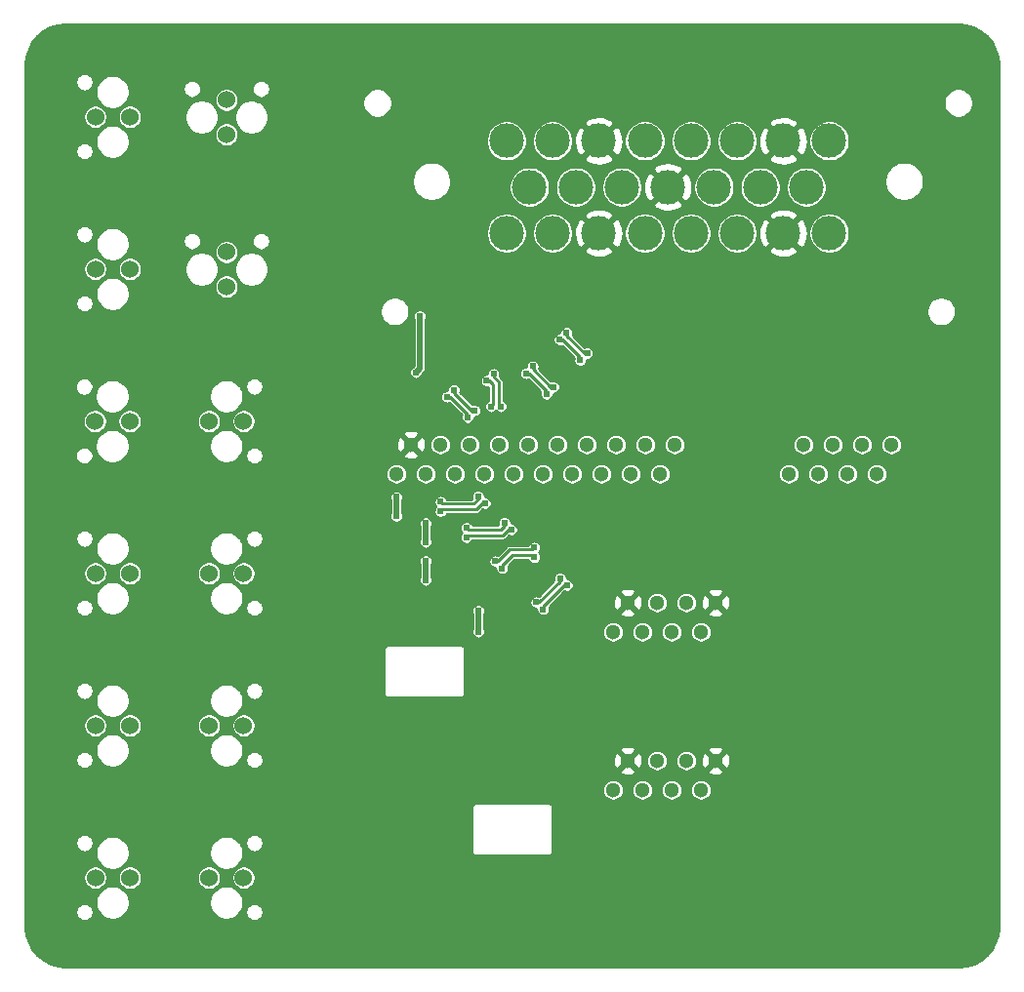
<source format=gbr>
G04 #@! TF.GenerationSoftware,KiCad,Pcbnew,5.1.4-e60b266~84~ubuntu18.04.1*
G04 #@! TF.CreationDate,2019-11-21T00:50:37-05:00*
G04 #@! TF.ProjectId,sensing_module_interface,73656e73-696e-4675-9f6d-6f64756c655f,rev?*
G04 #@! TF.SameCoordinates,Original*
G04 #@! TF.FileFunction,Copper,L2,Bot*
G04 #@! TF.FilePolarity,Positive*
%FSLAX46Y46*%
G04 Gerber Fmt 4.6, Leading zero omitted, Abs format (unit mm)*
G04 Created by KiCad (PCBNEW 5.1.4-e60b266~84~ubuntu18.04.1) date 2019-11-21 00:50:37*
%MOMM*%
%LPD*%
G04 APERTURE LIST*
%ADD10C,1.524000*%
%ADD11C,1.300000*%
%ADD12C,3.000000*%
%ADD13C,0.609600*%
%ADD14C,0.508000*%
%ADD15C,0.254000*%
G04 APERTURE END LIST*
D10*
X95758000Y-131572000D03*
X92760800Y-131572000D03*
X104140000Y-67056000D03*
X104140000Y-64058800D03*
D11*
X142748000Y-110236000D03*
X140208000Y-110236000D03*
X137668000Y-110236000D03*
X145288000Y-110236000D03*
X138938000Y-107696000D03*
X141478000Y-107696000D03*
X144018000Y-107696000D03*
X146558000Y-107696000D03*
D12*
X156420000Y-67620000D03*
X132420000Y-67620000D03*
X136420000Y-67620000D03*
X140420000Y-67620000D03*
X144420000Y-67620000D03*
X148420000Y-67620000D03*
X152420000Y-67620000D03*
X134420000Y-71620000D03*
X138420000Y-71620000D03*
X146420000Y-71620000D03*
X142420000Y-71620000D03*
X150420000Y-71620000D03*
X154420000Y-71620000D03*
X156420000Y-75620000D03*
X152420000Y-75620000D03*
X148420000Y-75620000D03*
X140420000Y-75620000D03*
X144420000Y-75620000D03*
X136420000Y-75620000D03*
X132420000Y-75620000D03*
X128420000Y-67620000D03*
X130420000Y-71620000D03*
X128420000Y-75620000D03*
D10*
X92760800Y-65532000D03*
X95758000Y-65532000D03*
X104140000Y-77266800D03*
X104140000Y-80264000D03*
X95758000Y-78740000D03*
X92760800Y-78740000D03*
X102616000Y-91948000D03*
X105613200Y-91948000D03*
X92735400Y-91948000D03*
X95732600Y-91948000D03*
X105613200Y-105156000D03*
X102616000Y-105156000D03*
X95758000Y-105156000D03*
X92760800Y-105156000D03*
X105613200Y-118364000D03*
X102616000Y-118364000D03*
X95758000Y-118364000D03*
X92760800Y-118364000D03*
X105613200Y-131572000D03*
X102616000Y-131572000D03*
D11*
X146558000Y-121412000D03*
X144018000Y-121412000D03*
X141478000Y-121412000D03*
X138938000Y-121412000D03*
X145288000Y-123952000D03*
X137668000Y-123952000D03*
X140208000Y-123952000D03*
X142748000Y-123952000D03*
X123952000Y-96520000D03*
X121412000Y-96520000D03*
X118872000Y-96520000D03*
X126492000Y-96520000D03*
X120142000Y-93980000D03*
X122682000Y-93980000D03*
X125222000Y-93980000D03*
X127762000Y-93980000D03*
X129032000Y-96520000D03*
X130302000Y-93980000D03*
X131572000Y-96520000D03*
X132842000Y-93980000D03*
X134112000Y-96520000D03*
X135382000Y-93980000D03*
X136652000Y-96520000D03*
X137922000Y-93980000D03*
X139192000Y-96520000D03*
X140462000Y-93980000D03*
X141732000Y-96520000D03*
X143002000Y-93980000D03*
X157988000Y-96520000D03*
X155448000Y-96520000D03*
X152908000Y-96520000D03*
X160528000Y-96520000D03*
X154178000Y-93980000D03*
X156718000Y-93980000D03*
X159258000Y-93980000D03*
X161798000Y-93980000D03*
D13*
X120904000Y-82804000D03*
X120566717Y-87713283D03*
X118872000Y-98524868D03*
X118872000Y-100197268D03*
X121412000Y-100780314D03*
X121412000Y-102452714D03*
X121412000Y-104067800D03*
X121412000Y-105740200D03*
X125984000Y-108383800D03*
X125984000Y-110236000D03*
X123868717Y-89224887D03*
X125659113Y-91015283D03*
X123260887Y-89832717D03*
X125051283Y-91623113D03*
X126696085Y-88445915D03*
X127078200Y-90674000D03*
X127303915Y-87838085D03*
X127937800Y-90674000D03*
X130709880Y-87183342D03*
X132507269Y-88980731D03*
X130102050Y-87791172D03*
X131899439Y-89588561D03*
X133026696Y-84866526D03*
X134817092Y-86656922D03*
X133634526Y-84258696D03*
X135424922Y-86049092D03*
X122696040Y-99790868D03*
X126571165Y-99080665D03*
X122696040Y-98931268D03*
X125963335Y-98472835D03*
X124951486Y-101186714D03*
X128249335Y-100758835D03*
X124951486Y-102046314D03*
X128857165Y-101366665D03*
X127441571Y-104106599D03*
X130839250Y-102918950D03*
X128049401Y-104714429D03*
X130839250Y-103778550D03*
X131605401Y-108270429D03*
X133683165Y-106192665D03*
X130997571Y-107662599D03*
X133075335Y-105584835D03*
D14*
X120904000Y-82804000D02*
X120904000Y-87376000D01*
X120904000Y-87376000D02*
X120566717Y-87713283D01*
X118872000Y-98524868D02*
X118872000Y-100197268D01*
X121412000Y-100780314D02*
X121412000Y-102452714D01*
X121412000Y-104067800D02*
X121412000Y-105740200D01*
X125984000Y-108383800D02*
X125984000Y-110236000D01*
D15*
X125407665Y-91015283D02*
X125659113Y-91015283D01*
X123868717Y-89476335D02*
X125407665Y-91015283D01*
X123868717Y-89224887D02*
X123868717Y-89476335D01*
X123260887Y-89832717D02*
X123512335Y-89832717D01*
X123512335Y-89832717D02*
X125051283Y-91371665D01*
X125051283Y-91371665D02*
X125051283Y-91623113D01*
X127256000Y-90496200D02*
X127078200Y-90674000D01*
X126696085Y-88445915D02*
X126947533Y-88445915D01*
X126947533Y-88445915D02*
X127256000Y-88754382D01*
X127256000Y-88754382D02*
X127256000Y-90496200D01*
X127760000Y-88545618D02*
X127760000Y-90496200D01*
X127303915Y-88089533D02*
X127760000Y-88545618D01*
X127303915Y-87838085D02*
X127303915Y-88089533D01*
X127760000Y-90496200D02*
X127937800Y-90674000D01*
X132255821Y-88980731D02*
X132507269Y-88980731D01*
X130709880Y-87434790D02*
X132255821Y-88980731D01*
X130709880Y-87183342D02*
X130709880Y-87434790D01*
X130102050Y-87791172D02*
X130353498Y-87791172D01*
X130353498Y-87791172D02*
X131899439Y-89337113D01*
X131899439Y-89337113D02*
X131899439Y-89588561D01*
X133278144Y-84866526D02*
X134817092Y-86405474D01*
X134817092Y-86405474D02*
X134817092Y-86656922D01*
X133026696Y-84866526D02*
X133278144Y-84866526D01*
X133634526Y-84510144D02*
X135173474Y-86049092D01*
X135173474Y-86049092D02*
X135424922Y-86049092D01*
X133634526Y-84258696D02*
X133634526Y-84510144D01*
X126319717Y-99080665D02*
X126571165Y-99080665D01*
X125787314Y-99613068D02*
X126319717Y-99080665D01*
X122696040Y-99790868D02*
X122873840Y-99613068D01*
X122873840Y-99613068D02*
X125787314Y-99613068D01*
X122696040Y-98931268D02*
X122873840Y-99109068D01*
X122873840Y-99109068D02*
X125578550Y-99109068D01*
X125578550Y-99109068D02*
X125963335Y-98724283D01*
X125963335Y-98724283D02*
X125963335Y-98472835D01*
X124951486Y-101186714D02*
X125129286Y-101364514D01*
X125129286Y-101364514D02*
X127895104Y-101364514D01*
X127895104Y-101364514D02*
X128249335Y-101010283D01*
X128249335Y-101010283D02*
X128249335Y-100758835D01*
X128605717Y-101366665D02*
X128857165Y-101366665D01*
X125129286Y-101868514D02*
X128103868Y-101868514D01*
X124951486Y-102046314D02*
X125129286Y-101868514D01*
X128103868Y-101868514D02*
X128605717Y-101366665D01*
X127441571Y-104106599D02*
X127693019Y-104106599D01*
X127693019Y-104106599D02*
X128702868Y-103096750D01*
X128702868Y-103096750D02*
X130661450Y-103096750D01*
X130661450Y-103096750D02*
X130839250Y-102918950D01*
X128911632Y-103600750D02*
X130661450Y-103600750D01*
X128049401Y-104462981D02*
X128911632Y-103600750D01*
X128049401Y-104714429D02*
X128049401Y-104462981D01*
X130661450Y-103600750D02*
X130839250Y-103778550D01*
X133431717Y-106192665D02*
X133683165Y-106192665D01*
X131605401Y-108018981D02*
X133431717Y-106192665D01*
X131605401Y-108270429D02*
X131605401Y-108018981D01*
X130997571Y-107662599D02*
X131249019Y-107662599D01*
X131249019Y-107662599D02*
X133075335Y-105836283D01*
X133075335Y-105836283D02*
X133075335Y-105584835D01*
G36*
X168305985Y-57596520D02*
G01*
X168946608Y-57789935D01*
X169537459Y-58104097D01*
X170056034Y-58527036D01*
X170482586Y-59042648D01*
X170800866Y-59631294D01*
X170998748Y-60270547D01*
X171070576Y-60953946D01*
X171070601Y-60961040D01*
X171070600Y-135871438D01*
X171003479Y-136555986D01*
X170810064Y-137196608D01*
X170495905Y-137787456D01*
X170072961Y-138306038D01*
X169557350Y-138732587D01*
X168968710Y-139050865D01*
X168329452Y-139248749D01*
X167646054Y-139320576D01*
X167639245Y-139320600D01*
X90188552Y-139320600D01*
X89504014Y-139253480D01*
X88863392Y-139060065D01*
X88272544Y-138745906D01*
X87753963Y-138322961D01*
X87327411Y-137807348D01*
X87009135Y-137218706D01*
X86811252Y-136579452D01*
X86739425Y-135896054D01*
X86739400Y-135888959D01*
X86739400Y-134491648D01*
X91033600Y-134491648D01*
X91033600Y-134646752D01*
X91063859Y-134798876D01*
X91123215Y-134942174D01*
X91209386Y-135071138D01*
X91319062Y-135180814D01*
X91448026Y-135266985D01*
X91591324Y-135326341D01*
X91743448Y-135356600D01*
X91898552Y-135356600D01*
X92050676Y-135326341D01*
X92193974Y-135266985D01*
X92322938Y-135180814D01*
X92432614Y-135071138D01*
X92518785Y-134942174D01*
X92578141Y-134798876D01*
X92608400Y-134646752D01*
X92608400Y-134491648D01*
X92578141Y-134339524D01*
X92518785Y-134196226D01*
X92432614Y-134067262D01*
X92322938Y-133957586D01*
X92193974Y-133871415D01*
X92050676Y-133812059D01*
X91898552Y-133781800D01*
X91743448Y-133781800D01*
X91591324Y-133812059D01*
X91448026Y-133871415D01*
X91319062Y-133957586D01*
X91209386Y-134067262D01*
X91123215Y-134196226D01*
X91063859Y-134339524D01*
X91033600Y-134491648D01*
X86739400Y-134491648D01*
X86739400Y-133584652D01*
X92773500Y-133584652D01*
X92773500Y-133877348D01*
X92830602Y-134164421D01*
X92942612Y-134434838D01*
X93105226Y-134678206D01*
X93312194Y-134885174D01*
X93555562Y-135047788D01*
X93825979Y-135159798D01*
X94113052Y-135216900D01*
X94405748Y-135216900D01*
X94692821Y-135159798D01*
X94963238Y-135047788D01*
X95206606Y-134885174D01*
X95413574Y-134678206D01*
X95576188Y-134434838D01*
X95688198Y-134164421D01*
X95745300Y-133877348D01*
X95745300Y-133584652D01*
X102628700Y-133584652D01*
X102628700Y-133877348D01*
X102685802Y-134164421D01*
X102797812Y-134434838D01*
X102960426Y-134678206D01*
X103167394Y-134885174D01*
X103410762Y-135047788D01*
X103681179Y-135159798D01*
X103968252Y-135216900D01*
X104260948Y-135216900D01*
X104548021Y-135159798D01*
X104818438Y-135047788D01*
X105061806Y-134885174D01*
X105268774Y-134678206D01*
X105393428Y-134491648D01*
X105765600Y-134491648D01*
X105765600Y-134646752D01*
X105795859Y-134798876D01*
X105855215Y-134942174D01*
X105941386Y-135071138D01*
X106051062Y-135180814D01*
X106180026Y-135266985D01*
X106323324Y-135326341D01*
X106475448Y-135356600D01*
X106630552Y-135356600D01*
X106782676Y-135326341D01*
X106925974Y-135266985D01*
X107054938Y-135180814D01*
X107164614Y-135071138D01*
X107250785Y-134942174D01*
X107310141Y-134798876D01*
X107340400Y-134646752D01*
X107340400Y-134491648D01*
X107310141Y-134339524D01*
X107250785Y-134196226D01*
X107164614Y-134067262D01*
X107054938Y-133957586D01*
X106925974Y-133871415D01*
X106782676Y-133812059D01*
X106630552Y-133781800D01*
X106475448Y-133781800D01*
X106323324Y-133812059D01*
X106180026Y-133871415D01*
X106051062Y-133957586D01*
X105941386Y-134067262D01*
X105855215Y-134196226D01*
X105795859Y-134339524D01*
X105765600Y-134491648D01*
X105393428Y-134491648D01*
X105431388Y-134434838D01*
X105543398Y-134164421D01*
X105600500Y-133877348D01*
X105600500Y-133584652D01*
X105543398Y-133297579D01*
X105431388Y-133027162D01*
X105268774Y-132783794D01*
X105061806Y-132576826D01*
X104818438Y-132414212D01*
X104548021Y-132302202D01*
X104260948Y-132245100D01*
X103968252Y-132245100D01*
X103681179Y-132302202D01*
X103410762Y-132414212D01*
X103167394Y-132576826D01*
X102960426Y-132783794D01*
X102797812Y-133027162D01*
X102685802Y-133297579D01*
X102628700Y-133584652D01*
X95745300Y-133584652D01*
X95688198Y-133297579D01*
X95576188Y-133027162D01*
X95413574Y-132783794D01*
X95206606Y-132576826D01*
X94963238Y-132414212D01*
X94692821Y-132302202D01*
X94405748Y-132245100D01*
X94113052Y-132245100D01*
X93825979Y-132302202D01*
X93555562Y-132414212D01*
X93312194Y-132576826D01*
X93105226Y-132783794D01*
X92942612Y-133027162D01*
X92830602Y-133297579D01*
X92773500Y-133584652D01*
X86739400Y-133584652D01*
X86739400Y-131469431D01*
X91719400Y-131469431D01*
X91719400Y-131674569D01*
X91759420Y-131875765D01*
X91837923Y-132065288D01*
X91951892Y-132235854D01*
X92096946Y-132380908D01*
X92267512Y-132494877D01*
X92457035Y-132573380D01*
X92658231Y-132613400D01*
X92863369Y-132613400D01*
X93064565Y-132573380D01*
X93254088Y-132494877D01*
X93424654Y-132380908D01*
X93569708Y-132235854D01*
X93683677Y-132065288D01*
X93762180Y-131875765D01*
X93802200Y-131674569D01*
X93802200Y-131469431D01*
X94716600Y-131469431D01*
X94716600Y-131674569D01*
X94756620Y-131875765D01*
X94835123Y-132065288D01*
X94949092Y-132235854D01*
X95094146Y-132380908D01*
X95264712Y-132494877D01*
X95454235Y-132573380D01*
X95655431Y-132613400D01*
X95860569Y-132613400D01*
X96061765Y-132573380D01*
X96251288Y-132494877D01*
X96421854Y-132380908D01*
X96566908Y-132235854D01*
X96680877Y-132065288D01*
X96759380Y-131875765D01*
X96799400Y-131674569D01*
X96799400Y-131469431D01*
X101574600Y-131469431D01*
X101574600Y-131674569D01*
X101614620Y-131875765D01*
X101693123Y-132065288D01*
X101807092Y-132235854D01*
X101952146Y-132380908D01*
X102122712Y-132494877D01*
X102312235Y-132573380D01*
X102513431Y-132613400D01*
X102718569Y-132613400D01*
X102919765Y-132573380D01*
X103109288Y-132494877D01*
X103279854Y-132380908D01*
X103424908Y-132235854D01*
X103538877Y-132065288D01*
X103617380Y-131875765D01*
X103657400Y-131674569D01*
X103657400Y-131469431D01*
X104571800Y-131469431D01*
X104571800Y-131674569D01*
X104611820Y-131875765D01*
X104690323Y-132065288D01*
X104804292Y-132235854D01*
X104949346Y-132380908D01*
X105119912Y-132494877D01*
X105309435Y-132573380D01*
X105510631Y-132613400D01*
X105715769Y-132613400D01*
X105916965Y-132573380D01*
X106106488Y-132494877D01*
X106277054Y-132380908D01*
X106422108Y-132235854D01*
X106536077Y-132065288D01*
X106614580Y-131875765D01*
X106654600Y-131674569D01*
X106654600Y-131469431D01*
X106614580Y-131268235D01*
X106536077Y-131078712D01*
X106422108Y-130908146D01*
X106277054Y-130763092D01*
X106106488Y-130649123D01*
X105916965Y-130570620D01*
X105715769Y-130530600D01*
X105510631Y-130530600D01*
X105309435Y-130570620D01*
X105119912Y-130649123D01*
X104949346Y-130763092D01*
X104804292Y-130908146D01*
X104690323Y-131078712D01*
X104611820Y-131268235D01*
X104571800Y-131469431D01*
X103657400Y-131469431D01*
X103617380Y-131268235D01*
X103538877Y-131078712D01*
X103424908Y-130908146D01*
X103279854Y-130763092D01*
X103109288Y-130649123D01*
X102919765Y-130570620D01*
X102718569Y-130530600D01*
X102513431Y-130530600D01*
X102312235Y-130570620D01*
X102122712Y-130649123D01*
X101952146Y-130763092D01*
X101807092Y-130908146D01*
X101693123Y-131078712D01*
X101614620Y-131268235D01*
X101574600Y-131469431D01*
X96799400Y-131469431D01*
X96759380Y-131268235D01*
X96680877Y-131078712D01*
X96566908Y-130908146D01*
X96421854Y-130763092D01*
X96251288Y-130649123D01*
X96061765Y-130570620D01*
X95860569Y-130530600D01*
X95655431Y-130530600D01*
X95454235Y-130570620D01*
X95264712Y-130649123D01*
X95094146Y-130763092D01*
X94949092Y-130908146D01*
X94835123Y-131078712D01*
X94756620Y-131268235D01*
X94716600Y-131469431D01*
X93802200Y-131469431D01*
X93762180Y-131268235D01*
X93683677Y-131078712D01*
X93569708Y-130908146D01*
X93424654Y-130763092D01*
X93254088Y-130649123D01*
X93064565Y-130570620D01*
X92863369Y-130530600D01*
X92658231Y-130530600D01*
X92457035Y-130570620D01*
X92267512Y-130649123D01*
X92096946Y-130763092D01*
X91951892Y-130908146D01*
X91837923Y-131078712D01*
X91759420Y-131268235D01*
X91719400Y-131469431D01*
X86739400Y-131469431D01*
X86739400Y-128497248D01*
X91033600Y-128497248D01*
X91033600Y-128652352D01*
X91063859Y-128804476D01*
X91123215Y-128947774D01*
X91209386Y-129076738D01*
X91319062Y-129186414D01*
X91448026Y-129272585D01*
X91591324Y-129331941D01*
X91743448Y-129362200D01*
X91898552Y-129362200D01*
X92050676Y-129331941D01*
X92193974Y-129272585D01*
X92202853Y-129266652D01*
X92773500Y-129266652D01*
X92773500Y-129559348D01*
X92830602Y-129846421D01*
X92942612Y-130116838D01*
X93105226Y-130360206D01*
X93312194Y-130567174D01*
X93555562Y-130729788D01*
X93825979Y-130841798D01*
X94113052Y-130898900D01*
X94405748Y-130898900D01*
X94692821Y-130841798D01*
X94963238Y-130729788D01*
X95206606Y-130567174D01*
X95413574Y-130360206D01*
X95576188Y-130116838D01*
X95688198Y-129846421D01*
X95745300Y-129559348D01*
X95745300Y-129266652D01*
X102628700Y-129266652D01*
X102628700Y-129559348D01*
X102685802Y-129846421D01*
X102797812Y-130116838D01*
X102960426Y-130360206D01*
X103167394Y-130567174D01*
X103410762Y-130729788D01*
X103681179Y-130841798D01*
X103968252Y-130898900D01*
X104260948Y-130898900D01*
X104548021Y-130841798D01*
X104818438Y-130729788D01*
X105061806Y-130567174D01*
X105268774Y-130360206D01*
X105431388Y-130116838D01*
X105543398Y-129846421D01*
X105600500Y-129559348D01*
X105600500Y-129266652D01*
X105543398Y-128979579D01*
X105431388Y-128709162D01*
X105289791Y-128497248D01*
X105765600Y-128497248D01*
X105765600Y-128652352D01*
X105795859Y-128804476D01*
X105855215Y-128947774D01*
X105941386Y-129076738D01*
X106051062Y-129186414D01*
X106180026Y-129272585D01*
X106323324Y-129331941D01*
X106475448Y-129362200D01*
X106630552Y-129362200D01*
X106782676Y-129331941D01*
X106925974Y-129272585D01*
X107054938Y-129186414D01*
X107164614Y-129076738D01*
X107250785Y-128947774D01*
X107310141Y-128804476D01*
X107340400Y-128652352D01*
X107340400Y-128497248D01*
X107310141Y-128345124D01*
X107250785Y-128201826D01*
X107164614Y-128072862D01*
X107054938Y-127963186D01*
X106925974Y-127877015D01*
X106782676Y-127817659D01*
X106630552Y-127787400D01*
X106475448Y-127787400D01*
X106323324Y-127817659D01*
X106180026Y-127877015D01*
X106051062Y-127963186D01*
X105941386Y-128072862D01*
X105855215Y-128201826D01*
X105795859Y-128345124D01*
X105765600Y-128497248D01*
X105289791Y-128497248D01*
X105268774Y-128465794D01*
X105061806Y-128258826D01*
X104818438Y-128096212D01*
X104548021Y-127984202D01*
X104260948Y-127927100D01*
X103968252Y-127927100D01*
X103681179Y-127984202D01*
X103410762Y-128096212D01*
X103167394Y-128258826D01*
X102960426Y-128465794D01*
X102797812Y-128709162D01*
X102685802Y-128979579D01*
X102628700Y-129266652D01*
X95745300Y-129266652D01*
X95688198Y-128979579D01*
X95576188Y-128709162D01*
X95413574Y-128465794D01*
X95206606Y-128258826D01*
X94963238Y-128096212D01*
X94692821Y-127984202D01*
X94405748Y-127927100D01*
X94113052Y-127927100D01*
X93825979Y-127984202D01*
X93555562Y-128096212D01*
X93312194Y-128258826D01*
X93105226Y-128465794D01*
X92942612Y-128709162D01*
X92830602Y-128979579D01*
X92773500Y-129266652D01*
X92202853Y-129266652D01*
X92322938Y-129186414D01*
X92432614Y-129076738D01*
X92518785Y-128947774D01*
X92578141Y-128804476D01*
X92608400Y-128652352D01*
X92608400Y-128497248D01*
X92578141Y-128345124D01*
X92518785Y-128201826D01*
X92432614Y-128072862D01*
X92322938Y-127963186D01*
X92193974Y-127877015D01*
X92050676Y-127817659D01*
X91898552Y-127787400D01*
X91743448Y-127787400D01*
X91591324Y-127817659D01*
X91448026Y-127877015D01*
X91319062Y-127963186D01*
X91209386Y-128072862D01*
X91123215Y-128201826D01*
X91063859Y-128345124D01*
X91033600Y-128497248D01*
X86739400Y-128497248D01*
X86739400Y-125476000D01*
X125348765Y-125476000D01*
X125350601Y-125494642D01*
X125350600Y-129267368D01*
X125348765Y-129286000D01*
X125356090Y-129360375D01*
X125377785Y-129431892D01*
X125413015Y-129497803D01*
X125460426Y-129555574D01*
X125518197Y-129602985D01*
X125584108Y-129638215D01*
X125655625Y-129659910D01*
X125730000Y-129667235D01*
X125748632Y-129665400D01*
X132061368Y-129665400D01*
X132080000Y-129667235D01*
X132154375Y-129659910D01*
X132225892Y-129638215D01*
X132291803Y-129602985D01*
X132349574Y-129555574D01*
X132396985Y-129497803D01*
X132432215Y-129431892D01*
X132453910Y-129360375D01*
X132459400Y-129304632D01*
X132459400Y-129304631D01*
X132461235Y-129286000D01*
X132459400Y-129267368D01*
X132459400Y-125494632D01*
X132461235Y-125476000D01*
X132453910Y-125401625D01*
X132432215Y-125330108D01*
X132396985Y-125264197D01*
X132349574Y-125206426D01*
X132291803Y-125159015D01*
X132225892Y-125123785D01*
X132154375Y-125102090D01*
X132098632Y-125096600D01*
X132080000Y-125094765D01*
X132061368Y-125096600D01*
X125748632Y-125096600D01*
X125730000Y-125094765D01*
X125711368Y-125096600D01*
X125655625Y-125102090D01*
X125584108Y-125123785D01*
X125518197Y-125159015D01*
X125460426Y-125206426D01*
X125413015Y-125264197D01*
X125377785Y-125330108D01*
X125356090Y-125401625D01*
X125348765Y-125476000D01*
X86739400Y-125476000D01*
X86739400Y-123860462D01*
X136738600Y-123860462D01*
X136738600Y-124043538D01*
X136774316Y-124223096D01*
X136844376Y-124392236D01*
X136946088Y-124544458D01*
X137075542Y-124673912D01*
X137227764Y-124775624D01*
X137396904Y-124845684D01*
X137576462Y-124881400D01*
X137759538Y-124881400D01*
X137939096Y-124845684D01*
X138108236Y-124775624D01*
X138260458Y-124673912D01*
X138389912Y-124544458D01*
X138491624Y-124392236D01*
X138561684Y-124223096D01*
X138597400Y-124043538D01*
X138597400Y-123860462D01*
X139278600Y-123860462D01*
X139278600Y-124043538D01*
X139314316Y-124223096D01*
X139384376Y-124392236D01*
X139486088Y-124544458D01*
X139615542Y-124673912D01*
X139767764Y-124775624D01*
X139936904Y-124845684D01*
X140116462Y-124881400D01*
X140299538Y-124881400D01*
X140479096Y-124845684D01*
X140648236Y-124775624D01*
X140800458Y-124673912D01*
X140929912Y-124544458D01*
X141031624Y-124392236D01*
X141101684Y-124223096D01*
X141137400Y-124043538D01*
X141137400Y-123860462D01*
X141818600Y-123860462D01*
X141818600Y-124043538D01*
X141854316Y-124223096D01*
X141924376Y-124392236D01*
X142026088Y-124544458D01*
X142155542Y-124673912D01*
X142307764Y-124775624D01*
X142476904Y-124845684D01*
X142656462Y-124881400D01*
X142839538Y-124881400D01*
X143019096Y-124845684D01*
X143188236Y-124775624D01*
X143340458Y-124673912D01*
X143469912Y-124544458D01*
X143571624Y-124392236D01*
X143641684Y-124223096D01*
X143677400Y-124043538D01*
X143677400Y-123860462D01*
X144358600Y-123860462D01*
X144358600Y-124043538D01*
X144394316Y-124223096D01*
X144464376Y-124392236D01*
X144566088Y-124544458D01*
X144695542Y-124673912D01*
X144847764Y-124775624D01*
X145016904Y-124845684D01*
X145196462Y-124881400D01*
X145379538Y-124881400D01*
X145559096Y-124845684D01*
X145728236Y-124775624D01*
X145880458Y-124673912D01*
X146009912Y-124544458D01*
X146111624Y-124392236D01*
X146181684Y-124223096D01*
X146217400Y-124043538D01*
X146217400Y-123860462D01*
X146181684Y-123680904D01*
X146111624Y-123511764D01*
X146009912Y-123359542D01*
X145880458Y-123230088D01*
X145728236Y-123128376D01*
X145559096Y-123058316D01*
X145379538Y-123022600D01*
X145196462Y-123022600D01*
X145016904Y-123058316D01*
X144847764Y-123128376D01*
X144695542Y-123230088D01*
X144566088Y-123359542D01*
X144464376Y-123511764D01*
X144394316Y-123680904D01*
X144358600Y-123860462D01*
X143677400Y-123860462D01*
X143641684Y-123680904D01*
X143571624Y-123511764D01*
X143469912Y-123359542D01*
X143340458Y-123230088D01*
X143188236Y-123128376D01*
X143019096Y-123058316D01*
X142839538Y-123022600D01*
X142656462Y-123022600D01*
X142476904Y-123058316D01*
X142307764Y-123128376D01*
X142155542Y-123230088D01*
X142026088Y-123359542D01*
X141924376Y-123511764D01*
X141854316Y-123680904D01*
X141818600Y-123860462D01*
X141137400Y-123860462D01*
X141101684Y-123680904D01*
X141031624Y-123511764D01*
X140929912Y-123359542D01*
X140800458Y-123230088D01*
X140648236Y-123128376D01*
X140479096Y-123058316D01*
X140299538Y-123022600D01*
X140116462Y-123022600D01*
X139936904Y-123058316D01*
X139767764Y-123128376D01*
X139615542Y-123230088D01*
X139486088Y-123359542D01*
X139384376Y-123511764D01*
X139314316Y-123680904D01*
X139278600Y-123860462D01*
X138597400Y-123860462D01*
X138561684Y-123680904D01*
X138491624Y-123511764D01*
X138389912Y-123359542D01*
X138260458Y-123230088D01*
X138108236Y-123128376D01*
X137939096Y-123058316D01*
X137759538Y-123022600D01*
X137576462Y-123022600D01*
X137396904Y-123058316D01*
X137227764Y-123128376D01*
X137075542Y-123230088D01*
X136946088Y-123359542D01*
X136844376Y-123511764D01*
X136774316Y-123680904D01*
X136738600Y-123860462D01*
X86739400Y-123860462D01*
X86739400Y-122297527D01*
X138232078Y-122297527D01*
X138285466Y-122526201D01*
X138515374Y-122632095D01*
X138761524Y-122691102D01*
X139014455Y-122700952D01*
X139264449Y-122661270D01*
X139501896Y-122573578D01*
X139590534Y-122526201D01*
X139643922Y-122297527D01*
X138938000Y-121591605D01*
X138232078Y-122297527D01*
X86739400Y-122297527D01*
X86739400Y-121283648D01*
X91033600Y-121283648D01*
X91033600Y-121438752D01*
X91063859Y-121590876D01*
X91123215Y-121734174D01*
X91209386Y-121863138D01*
X91319062Y-121972814D01*
X91448026Y-122058985D01*
X91591324Y-122118341D01*
X91743448Y-122148600D01*
X91898552Y-122148600D01*
X92050676Y-122118341D01*
X92193974Y-122058985D01*
X92322938Y-121972814D01*
X92432614Y-121863138D01*
X92518785Y-121734174D01*
X92578141Y-121590876D01*
X92608400Y-121438752D01*
X92608400Y-121283648D01*
X92578141Y-121131524D01*
X92518785Y-120988226D01*
X92432614Y-120859262D01*
X92322938Y-120749586D01*
X92193974Y-120663415D01*
X92050676Y-120604059D01*
X91898552Y-120573800D01*
X91743448Y-120573800D01*
X91591324Y-120604059D01*
X91448026Y-120663415D01*
X91319062Y-120749586D01*
X91209386Y-120859262D01*
X91123215Y-120988226D01*
X91063859Y-121131524D01*
X91033600Y-121283648D01*
X86739400Y-121283648D01*
X86739400Y-120376652D01*
X92773500Y-120376652D01*
X92773500Y-120669348D01*
X92830602Y-120956421D01*
X92942612Y-121226838D01*
X93105226Y-121470206D01*
X93312194Y-121677174D01*
X93555562Y-121839788D01*
X93825979Y-121951798D01*
X94113052Y-122008900D01*
X94405748Y-122008900D01*
X94692821Y-121951798D01*
X94963238Y-121839788D01*
X95206606Y-121677174D01*
X95413574Y-121470206D01*
X95576188Y-121226838D01*
X95688198Y-120956421D01*
X95745300Y-120669348D01*
X95745300Y-120376652D01*
X102628700Y-120376652D01*
X102628700Y-120669348D01*
X102685802Y-120956421D01*
X102797812Y-121226838D01*
X102960426Y-121470206D01*
X103167394Y-121677174D01*
X103410762Y-121839788D01*
X103681179Y-121951798D01*
X103968252Y-122008900D01*
X104260948Y-122008900D01*
X104548021Y-121951798D01*
X104818438Y-121839788D01*
X105061806Y-121677174D01*
X105268774Y-121470206D01*
X105393428Y-121283648D01*
X105765600Y-121283648D01*
X105765600Y-121438752D01*
X105795859Y-121590876D01*
X105855215Y-121734174D01*
X105941386Y-121863138D01*
X106051062Y-121972814D01*
X106180026Y-122058985D01*
X106323324Y-122118341D01*
X106475448Y-122148600D01*
X106630552Y-122148600D01*
X106782676Y-122118341D01*
X106925974Y-122058985D01*
X107054938Y-121972814D01*
X107164614Y-121863138D01*
X107250785Y-121734174D01*
X107310141Y-121590876D01*
X107330513Y-121488455D01*
X137649048Y-121488455D01*
X137688730Y-121738449D01*
X137776422Y-121975896D01*
X137823799Y-122064534D01*
X138052473Y-122117922D01*
X138758395Y-121412000D01*
X139117605Y-121412000D01*
X139823527Y-122117922D01*
X140052201Y-122064534D01*
X140158095Y-121834626D01*
X140217102Y-121588476D01*
X140226952Y-121335545D01*
X140224558Y-121320462D01*
X140548600Y-121320462D01*
X140548600Y-121503538D01*
X140584316Y-121683096D01*
X140654376Y-121852236D01*
X140756088Y-122004458D01*
X140885542Y-122133912D01*
X141037764Y-122235624D01*
X141206904Y-122305684D01*
X141386462Y-122341400D01*
X141569538Y-122341400D01*
X141749096Y-122305684D01*
X141918236Y-122235624D01*
X142070458Y-122133912D01*
X142199912Y-122004458D01*
X142301624Y-121852236D01*
X142371684Y-121683096D01*
X142407400Y-121503538D01*
X142407400Y-121320462D01*
X143088600Y-121320462D01*
X143088600Y-121503538D01*
X143124316Y-121683096D01*
X143194376Y-121852236D01*
X143296088Y-122004458D01*
X143425542Y-122133912D01*
X143577764Y-122235624D01*
X143746904Y-122305684D01*
X143926462Y-122341400D01*
X144109538Y-122341400D01*
X144289096Y-122305684D01*
X144308788Y-122297527D01*
X145852078Y-122297527D01*
X145905466Y-122526201D01*
X146135374Y-122632095D01*
X146381524Y-122691102D01*
X146634455Y-122700952D01*
X146884449Y-122661270D01*
X147121896Y-122573578D01*
X147210534Y-122526201D01*
X147263922Y-122297527D01*
X146558000Y-121591605D01*
X145852078Y-122297527D01*
X144308788Y-122297527D01*
X144458236Y-122235624D01*
X144610458Y-122133912D01*
X144739912Y-122004458D01*
X144841624Y-121852236D01*
X144911684Y-121683096D01*
X144947400Y-121503538D01*
X144947400Y-121488455D01*
X145269048Y-121488455D01*
X145308730Y-121738449D01*
X145396422Y-121975896D01*
X145443799Y-122064534D01*
X145672473Y-122117922D01*
X146378395Y-121412000D01*
X146737605Y-121412000D01*
X147443527Y-122117922D01*
X147672201Y-122064534D01*
X147778095Y-121834626D01*
X147837102Y-121588476D01*
X147846952Y-121335545D01*
X147807270Y-121085551D01*
X147719578Y-120848104D01*
X147672201Y-120759466D01*
X147443527Y-120706078D01*
X146737605Y-121412000D01*
X146378395Y-121412000D01*
X145672473Y-120706078D01*
X145443799Y-120759466D01*
X145337905Y-120989374D01*
X145278898Y-121235524D01*
X145269048Y-121488455D01*
X144947400Y-121488455D01*
X144947400Y-121320462D01*
X144911684Y-121140904D01*
X144841624Y-120971764D01*
X144739912Y-120819542D01*
X144610458Y-120690088D01*
X144458236Y-120588376D01*
X144308789Y-120526473D01*
X145852078Y-120526473D01*
X146558000Y-121232395D01*
X147263922Y-120526473D01*
X147210534Y-120297799D01*
X146980626Y-120191905D01*
X146734476Y-120132898D01*
X146481545Y-120123048D01*
X146231551Y-120162730D01*
X145994104Y-120250422D01*
X145905466Y-120297799D01*
X145852078Y-120526473D01*
X144308789Y-120526473D01*
X144289096Y-120518316D01*
X144109538Y-120482600D01*
X143926462Y-120482600D01*
X143746904Y-120518316D01*
X143577764Y-120588376D01*
X143425542Y-120690088D01*
X143296088Y-120819542D01*
X143194376Y-120971764D01*
X143124316Y-121140904D01*
X143088600Y-121320462D01*
X142407400Y-121320462D01*
X142371684Y-121140904D01*
X142301624Y-120971764D01*
X142199912Y-120819542D01*
X142070458Y-120690088D01*
X141918236Y-120588376D01*
X141749096Y-120518316D01*
X141569538Y-120482600D01*
X141386462Y-120482600D01*
X141206904Y-120518316D01*
X141037764Y-120588376D01*
X140885542Y-120690088D01*
X140756088Y-120819542D01*
X140654376Y-120971764D01*
X140584316Y-121140904D01*
X140548600Y-121320462D01*
X140224558Y-121320462D01*
X140187270Y-121085551D01*
X140099578Y-120848104D01*
X140052201Y-120759466D01*
X139823527Y-120706078D01*
X139117605Y-121412000D01*
X138758395Y-121412000D01*
X138052473Y-120706078D01*
X137823799Y-120759466D01*
X137717905Y-120989374D01*
X137658898Y-121235524D01*
X137649048Y-121488455D01*
X107330513Y-121488455D01*
X107340400Y-121438752D01*
X107340400Y-121283648D01*
X107310141Y-121131524D01*
X107250785Y-120988226D01*
X107164614Y-120859262D01*
X107054938Y-120749586D01*
X106925974Y-120663415D01*
X106782676Y-120604059D01*
X106630552Y-120573800D01*
X106475448Y-120573800D01*
X106323324Y-120604059D01*
X106180026Y-120663415D01*
X106051062Y-120749586D01*
X105941386Y-120859262D01*
X105855215Y-120988226D01*
X105795859Y-121131524D01*
X105765600Y-121283648D01*
X105393428Y-121283648D01*
X105431388Y-121226838D01*
X105543398Y-120956421D01*
X105600500Y-120669348D01*
X105600500Y-120526473D01*
X138232078Y-120526473D01*
X138938000Y-121232395D01*
X139643922Y-120526473D01*
X139590534Y-120297799D01*
X139360626Y-120191905D01*
X139114476Y-120132898D01*
X138861545Y-120123048D01*
X138611551Y-120162730D01*
X138374104Y-120250422D01*
X138285466Y-120297799D01*
X138232078Y-120526473D01*
X105600500Y-120526473D01*
X105600500Y-120376652D01*
X105543398Y-120089579D01*
X105431388Y-119819162D01*
X105268774Y-119575794D01*
X105061806Y-119368826D01*
X104818438Y-119206212D01*
X104548021Y-119094202D01*
X104260948Y-119037100D01*
X103968252Y-119037100D01*
X103681179Y-119094202D01*
X103410762Y-119206212D01*
X103167394Y-119368826D01*
X102960426Y-119575794D01*
X102797812Y-119819162D01*
X102685802Y-120089579D01*
X102628700Y-120376652D01*
X95745300Y-120376652D01*
X95688198Y-120089579D01*
X95576188Y-119819162D01*
X95413574Y-119575794D01*
X95206606Y-119368826D01*
X94963238Y-119206212D01*
X94692821Y-119094202D01*
X94405748Y-119037100D01*
X94113052Y-119037100D01*
X93825979Y-119094202D01*
X93555562Y-119206212D01*
X93312194Y-119368826D01*
X93105226Y-119575794D01*
X92942612Y-119819162D01*
X92830602Y-120089579D01*
X92773500Y-120376652D01*
X86739400Y-120376652D01*
X86739400Y-118261431D01*
X91719400Y-118261431D01*
X91719400Y-118466569D01*
X91759420Y-118667765D01*
X91837923Y-118857288D01*
X91951892Y-119027854D01*
X92096946Y-119172908D01*
X92267512Y-119286877D01*
X92457035Y-119365380D01*
X92658231Y-119405400D01*
X92863369Y-119405400D01*
X93064565Y-119365380D01*
X93254088Y-119286877D01*
X93424654Y-119172908D01*
X93569708Y-119027854D01*
X93683677Y-118857288D01*
X93762180Y-118667765D01*
X93802200Y-118466569D01*
X93802200Y-118261431D01*
X94716600Y-118261431D01*
X94716600Y-118466569D01*
X94756620Y-118667765D01*
X94835123Y-118857288D01*
X94949092Y-119027854D01*
X95094146Y-119172908D01*
X95264712Y-119286877D01*
X95454235Y-119365380D01*
X95655431Y-119405400D01*
X95860569Y-119405400D01*
X96061765Y-119365380D01*
X96251288Y-119286877D01*
X96421854Y-119172908D01*
X96566908Y-119027854D01*
X96680877Y-118857288D01*
X96759380Y-118667765D01*
X96799400Y-118466569D01*
X96799400Y-118261431D01*
X101574600Y-118261431D01*
X101574600Y-118466569D01*
X101614620Y-118667765D01*
X101693123Y-118857288D01*
X101807092Y-119027854D01*
X101952146Y-119172908D01*
X102122712Y-119286877D01*
X102312235Y-119365380D01*
X102513431Y-119405400D01*
X102718569Y-119405400D01*
X102919765Y-119365380D01*
X103109288Y-119286877D01*
X103279854Y-119172908D01*
X103424908Y-119027854D01*
X103538877Y-118857288D01*
X103617380Y-118667765D01*
X103657400Y-118466569D01*
X103657400Y-118261431D01*
X104571800Y-118261431D01*
X104571800Y-118466569D01*
X104611820Y-118667765D01*
X104690323Y-118857288D01*
X104804292Y-119027854D01*
X104949346Y-119172908D01*
X105119912Y-119286877D01*
X105309435Y-119365380D01*
X105510631Y-119405400D01*
X105715769Y-119405400D01*
X105916965Y-119365380D01*
X106106488Y-119286877D01*
X106277054Y-119172908D01*
X106422108Y-119027854D01*
X106536077Y-118857288D01*
X106614580Y-118667765D01*
X106654600Y-118466569D01*
X106654600Y-118261431D01*
X106614580Y-118060235D01*
X106536077Y-117870712D01*
X106422108Y-117700146D01*
X106277054Y-117555092D01*
X106106488Y-117441123D01*
X105916965Y-117362620D01*
X105715769Y-117322600D01*
X105510631Y-117322600D01*
X105309435Y-117362620D01*
X105119912Y-117441123D01*
X104949346Y-117555092D01*
X104804292Y-117700146D01*
X104690323Y-117870712D01*
X104611820Y-118060235D01*
X104571800Y-118261431D01*
X103657400Y-118261431D01*
X103617380Y-118060235D01*
X103538877Y-117870712D01*
X103424908Y-117700146D01*
X103279854Y-117555092D01*
X103109288Y-117441123D01*
X102919765Y-117362620D01*
X102718569Y-117322600D01*
X102513431Y-117322600D01*
X102312235Y-117362620D01*
X102122712Y-117441123D01*
X101952146Y-117555092D01*
X101807092Y-117700146D01*
X101693123Y-117870712D01*
X101614620Y-118060235D01*
X101574600Y-118261431D01*
X96799400Y-118261431D01*
X96759380Y-118060235D01*
X96680877Y-117870712D01*
X96566908Y-117700146D01*
X96421854Y-117555092D01*
X96251288Y-117441123D01*
X96061765Y-117362620D01*
X95860569Y-117322600D01*
X95655431Y-117322600D01*
X95454235Y-117362620D01*
X95264712Y-117441123D01*
X95094146Y-117555092D01*
X94949092Y-117700146D01*
X94835123Y-117870712D01*
X94756620Y-118060235D01*
X94716600Y-118261431D01*
X93802200Y-118261431D01*
X93762180Y-118060235D01*
X93683677Y-117870712D01*
X93569708Y-117700146D01*
X93424654Y-117555092D01*
X93254088Y-117441123D01*
X93064565Y-117362620D01*
X92863369Y-117322600D01*
X92658231Y-117322600D01*
X92457035Y-117362620D01*
X92267512Y-117441123D01*
X92096946Y-117555092D01*
X91951892Y-117700146D01*
X91837923Y-117870712D01*
X91759420Y-118060235D01*
X91719400Y-118261431D01*
X86739400Y-118261431D01*
X86739400Y-115289248D01*
X91033600Y-115289248D01*
X91033600Y-115444352D01*
X91063859Y-115596476D01*
X91123215Y-115739774D01*
X91209386Y-115868738D01*
X91319062Y-115978414D01*
X91448026Y-116064585D01*
X91591324Y-116123941D01*
X91743448Y-116154200D01*
X91898552Y-116154200D01*
X92050676Y-116123941D01*
X92193974Y-116064585D01*
X92202853Y-116058652D01*
X92773500Y-116058652D01*
X92773500Y-116351348D01*
X92830602Y-116638421D01*
X92942612Y-116908838D01*
X93105226Y-117152206D01*
X93312194Y-117359174D01*
X93555562Y-117521788D01*
X93825979Y-117633798D01*
X94113052Y-117690900D01*
X94405748Y-117690900D01*
X94692821Y-117633798D01*
X94963238Y-117521788D01*
X95206606Y-117359174D01*
X95413574Y-117152206D01*
X95576188Y-116908838D01*
X95688198Y-116638421D01*
X95745300Y-116351348D01*
X95745300Y-116058652D01*
X102628700Y-116058652D01*
X102628700Y-116351348D01*
X102685802Y-116638421D01*
X102797812Y-116908838D01*
X102960426Y-117152206D01*
X103167394Y-117359174D01*
X103410762Y-117521788D01*
X103681179Y-117633798D01*
X103968252Y-117690900D01*
X104260948Y-117690900D01*
X104548021Y-117633798D01*
X104818438Y-117521788D01*
X105061806Y-117359174D01*
X105268774Y-117152206D01*
X105431388Y-116908838D01*
X105543398Y-116638421D01*
X105600500Y-116351348D01*
X105600500Y-116058652D01*
X105543398Y-115771579D01*
X105431388Y-115501162D01*
X105289791Y-115289248D01*
X105765600Y-115289248D01*
X105765600Y-115444352D01*
X105795859Y-115596476D01*
X105855215Y-115739774D01*
X105941386Y-115868738D01*
X106051062Y-115978414D01*
X106180026Y-116064585D01*
X106323324Y-116123941D01*
X106475448Y-116154200D01*
X106630552Y-116154200D01*
X106782676Y-116123941D01*
X106925974Y-116064585D01*
X107054938Y-115978414D01*
X107164614Y-115868738D01*
X107250785Y-115739774D01*
X107310141Y-115596476D01*
X107340400Y-115444352D01*
X107340400Y-115289248D01*
X107310141Y-115137124D01*
X107250785Y-114993826D01*
X107164614Y-114864862D01*
X107054938Y-114755186D01*
X106925974Y-114669015D01*
X106782676Y-114609659D01*
X106630552Y-114579400D01*
X106475448Y-114579400D01*
X106323324Y-114609659D01*
X106180026Y-114669015D01*
X106051062Y-114755186D01*
X105941386Y-114864862D01*
X105855215Y-114993826D01*
X105795859Y-115137124D01*
X105765600Y-115289248D01*
X105289791Y-115289248D01*
X105268774Y-115257794D01*
X105061806Y-115050826D01*
X104818438Y-114888212D01*
X104548021Y-114776202D01*
X104260948Y-114719100D01*
X103968252Y-114719100D01*
X103681179Y-114776202D01*
X103410762Y-114888212D01*
X103167394Y-115050826D01*
X102960426Y-115257794D01*
X102797812Y-115501162D01*
X102685802Y-115771579D01*
X102628700Y-116058652D01*
X95745300Y-116058652D01*
X95688198Y-115771579D01*
X95576188Y-115501162D01*
X95413574Y-115257794D01*
X95206606Y-115050826D01*
X94963238Y-114888212D01*
X94692821Y-114776202D01*
X94405748Y-114719100D01*
X94113052Y-114719100D01*
X93825979Y-114776202D01*
X93555562Y-114888212D01*
X93312194Y-115050826D01*
X93105226Y-115257794D01*
X92942612Y-115501162D01*
X92830602Y-115771579D01*
X92773500Y-116058652D01*
X92202853Y-116058652D01*
X92322938Y-115978414D01*
X92432614Y-115868738D01*
X92518785Y-115739774D01*
X92578141Y-115596476D01*
X92608400Y-115444352D01*
X92608400Y-115289248D01*
X92578141Y-115137124D01*
X92518785Y-114993826D01*
X92432614Y-114864862D01*
X92322938Y-114755186D01*
X92193974Y-114669015D01*
X92050676Y-114609659D01*
X91898552Y-114579400D01*
X91743448Y-114579400D01*
X91591324Y-114609659D01*
X91448026Y-114669015D01*
X91319062Y-114755186D01*
X91209386Y-114864862D01*
X91123215Y-114993826D01*
X91063859Y-115137124D01*
X91033600Y-115289248D01*
X86739400Y-115289248D01*
X86739400Y-111760000D01*
X117728765Y-111760000D01*
X117730601Y-111778642D01*
X117730600Y-115551368D01*
X117728765Y-115570000D01*
X117736090Y-115644375D01*
X117757785Y-115715892D01*
X117793015Y-115781803D01*
X117840426Y-115839574D01*
X117898197Y-115886985D01*
X117964108Y-115922215D01*
X118035625Y-115943910D01*
X118110000Y-115951235D01*
X118128632Y-115949400D01*
X124441368Y-115949400D01*
X124460000Y-115951235D01*
X124534375Y-115943910D01*
X124605892Y-115922215D01*
X124671803Y-115886985D01*
X124729574Y-115839574D01*
X124776985Y-115781803D01*
X124812215Y-115715892D01*
X124833910Y-115644375D01*
X124839400Y-115588632D01*
X124839400Y-115588631D01*
X124841235Y-115570000D01*
X124839400Y-115551368D01*
X124839400Y-111778632D01*
X124841235Y-111760000D01*
X124833910Y-111685625D01*
X124812215Y-111614108D01*
X124776985Y-111548197D01*
X124729574Y-111490426D01*
X124671803Y-111443015D01*
X124605892Y-111407785D01*
X124534375Y-111386090D01*
X124478632Y-111380600D01*
X124460000Y-111378765D01*
X124441368Y-111380600D01*
X118128632Y-111380600D01*
X118110000Y-111378765D01*
X118091368Y-111380600D01*
X118035625Y-111386090D01*
X117964108Y-111407785D01*
X117898197Y-111443015D01*
X117840426Y-111490426D01*
X117793015Y-111548197D01*
X117757785Y-111614108D01*
X117736090Y-111685625D01*
X117728765Y-111760000D01*
X86739400Y-111760000D01*
X86739400Y-108075648D01*
X91033600Y-108075648D01*
X91033600Y-108230752D01*
X91063859Y-108382876D01*
X91123215Y-108526174D01*
X91209386Y-108655138D01*
X91319062Y-108764814D01*
X91448026Y-108850985D01*
X91591324Y-108910341D01*
X91743448Y-108940600D01*
X91898552Y-108940600D01*
X92050676Y-108910341D01*
X92193974Y-108850985D01*
X92322938Y-108764814D01*
X92432614Y-108655138D01*
X92518785Y-108526174D01*
X92578141Y-108382876D01*
X92608400Y-108230752D01*
X92608400Y-108075648D01*
X92578141Y-107923524D01*
X92518785Y-107780226D01*
X92432614Y-107651262D01*
X92322938Y-107541586D01*
X92193974Y-107455415D01*
X92050676Y-107396059D01*
X91898552Y-107365800D01*
X91743448Y-107365800D01*
X91591324Y-107396059D01*
X91448026Y-107455415D01*
X91319062Y-107541586D01*
X91209386Y-107651262D01*
X91123215Y-107780226D01*
X91063859Y-107923524D01*
X91033600Y-108075648D01*
X86739400Y-108075648D01*
X86739400Y-107168652D01*
X92773500Y-107168652D01*
X92773500Y-107461348D01*
X92830602Y-107748421D01*
X92942612Y-108018838D01*
X93105226Y-108262206D01*
X93312194Y-108469174D01*
X93555562Y-108631788D01*
X93825979Y-108743798D01*
X94113052Y-108800900D01*
X94405748Y-108800900D01*
X94692821Y-108743798D01*
X94963238Y-108631788D01*
X95206606Y-108469174D01*
X95413574Y-108262206D01*
X95576188Y-108018838D01*
X95688198Y-107748421D01*
X95745300Y-107461348D01*
X95745300Y-107168652D01*
X102628700Y-107168652D01*
X102628700Y-107461348D01*
X102685802Y-107748421D01*
X102797812Y-108018838D01*
X102960426Y-108262206D01*
X103167394Y-108469174D01*
X103410762Y-108631788D01*
X103681179Y-108743798D01*
X103968252Y-108800900D01*
X104260948Y-108800900D01*
X104548021Y-108743798D01*
X104818438Y-108631788D01*
X105061806Y-108469174D01*
X105268774Y-108262206D01*
X105393428Y-108075648D01*
X105765600Y-108075648D01*
X105765600Y-108230752D01*
X105795859Y-108382876D01*
X105855215Y-108526174D01*
X105941386Y-108655138D01*
X106051062Y-108764814D01*
X106180026Y-108850985D01*
X106323324Y-108910341D01*
X106475448Y-108940600D01*
X106630552Y-108940600D01*
X106782676Y-108910341D01*
X106925974Y-108850985D01*
X107054938Y-108764814D01*
X107164614Y-108655138D01*
X107250785Y-108526174D01*
X107310141Y-108382876D01*
X107321402Y-108326261D01*
X125399800Y-108326261D01*
X125399800Y-108441339D01*
X125422250Y-108554205D01*
X125450600Y-108622649D01*
X125450601Y-109997149D01*
X125422250Y-110065595D01*
X125399800Y-110178461D01*
X125399800Y-110293539D01*
X125422250Y-110406405D01*
X125466288Y-110512723D01*
X125530222Y-110608406D01*
X125611594Y-110689778D01*
X125707277Y-110753712D01*
X125813595Y-110797750D01*
X125926461Y-110820200D01*
X126041539Y-110820200D01*
X126154405Y-110797750D01*
X126260723Y-110753712D01*
X126356406Y-110689778D01*
X126437778Y-110608406D01*
X126501712Y-110512723D01*
X126545750Y-110406405D01*
X126568200Y-110293539D01*
X126568200Y-110178461D01*
X126561438Y-110144462D01*
X136738600Y-110144462D01*
X136738600Y-110327538D01*
X136774316Y-110507096D01*
X136844376Y-110676236D01*
X136946088Y-110828458D01*
X137075542Y-110957912D01*
X137227764Y-111059624D01*
X137396904Y-111129684D01*
X137576462Y-111165400D01*
X137759538Y-111165400D01*
X137939096Y-111129684D01*
X138108236Y-111059624D01*
X138260458Y-110957912D01*
X138389912Y-110828458D01*
X138491624Y-110676236D01*
X138561684Y-110507096D01*
X138597400Y-110327538D01*
X138597400Y-110144462D01*
X139278600Y-110144462D01*
X139278600Y-110327538D01*
X139314316Y-110507096D01*
X139384376Y-110676236D01*
X139486088Y-110828458D01*
X139615542Y-110957912D01*
X139767764Y-111059624D01*
X139936904Y-111129684D01*
X140116462Y-111165400D01*
X140299538Y-111165400D01*
X140479096Y-111129684D01*
X140648236Y-111059624D01*
X140800458Y-110957912D01*
X140929912Y-110828458D01*
X141031624Y-110676236D01*
X141101684Y-110507096D01*
X141137400Y-110327538D01*
X141137400Y-110144462D01*
X141818600Y-110144462D01*
X141818600Y-110327538D01*
X141854316Y-110507096D01*
X141924376Y-110676236D01*
X142026088Y-110828458D01*
X142155542Y-110957912D01*
X142307764Y-111059624D01*
X142476904Y-111129684D01*
X142656462Y-111165400D01*
X142839538Y-111165400D01*
X143019096Y-111129684D01*
X143188236Y-111059624D01*
X143340458Y-110957912D01*
X143469912Y-110828458D01*
X143571624Y-110676236D01*
X143641684Y-110507096D01*
X143677400Y-110327538D01*
X143677400Y-110144462D01*
X144358600Y-110144462D01*
X144358600Y-110327538D01*
X144394316Y-110507096D01*
X144464376Y-110676236D01*
X144566088Y-110828458D01*
X144695542Y-110957912D01*
X144847764Y-111059624D01*
X145016904Y-111129684D01*
X145196462Y-111165400D01*
X145379538Y-111165400D01*
X145559096Y-111129684D01*
X145728236Y-111059624D01*
X145880458Y-110957912D01*
X146009912Y-110828458D01*
X146111624Y-110676236D01*
X146181684Y-110507096D01*
X146217400Y-110327538D01*
X146217400Y-110144462D01*
X146181684Y-109964904D01*
X146111624Y-109795764D01*
X146009912Y-109643542D01*
X145880458Y-109514088D01*
X145728236Y-109412376D01*
X145559096Y-109342316D01*
X145379538Y-109306600D01*
X145196462Y-109306600D01*
X145016904Y-109342316D01*
X144847764Y-109412376D01*
X144695542Y-109514088D01*
X144566088Y-109643542D01*
X144464376Y-109795764D01*
X144394316Y-109964904D01*
X144358600Y-110144462D01*
X143677400Y-110144462D01*
X143641684Y-109964904D01*
X143571624Y-109795764D01*
X143469912Y-109643542D01*
X143340458Y-109514088D01*
X143188236Y-109412376D01*
X143019096Y-109342316D01*
X142839538Y-109306600D01*
X142656462Y-109306600D01*
X142476904Y-109342316D01*
X142307764Y-109412376D01*
X142155542Y-109514088D01*
X142026088Y-109643542D01*
X141924376Y-109795764D01*
X141854316Y-109964904D01*
X141818600Y-110144462D01*
X141137400Y-110144462D01*
X141101684Y-109964904D01*
X141031624Y-109795764D01*
X140929912Y-109643542D01*
X140800458Y-109514088D01*
X140648236Y-109412376D01*
X140479096Y-109342316D01*
X140299538Y-109306600D01*
X140116462Y-109306600D01*
X139936904Y-109342316D01*
X139767764Y-109412376D01*
X139615542Y-109514088D01*
X139486088Y-109643542D01*
X139384376Y-109795764D01*
X139314316Y-109964904D01*
X139278600Y-110144462D01*
X138597400Y-110144462D01*
X138561684Y-109964904D01*
X138491624Y-109795764D01*
X138389912Y-109643542D01*
X138260458Y-109514088D01*
X138108236Y-109412376D01*
X137939096Y-109342316D01*
X137759538Y-109306600D01*
X137576462Y-109306600D01*
X137396904Y-109342316D01*
X137227764Y-109412376D01*
X137075542Y-109514088D01*
X136946088Y-109643542D01*
X136844376Y-109795764D01*
X136774316Y-109964904D01*
X136738600Y-110144462D01*
X126561438Y-110144462D01*
X126545750Y-110065595D01*
X126517400Y-109997151D01*
X126517400Y-108622649D01*
X126545750Y-108554205D01*
X126568200Y-108441339D01*
X126568200Y-108326261D01*
X126545750Y-108213395D01*
X126501712Y-108107077D01*
X126437778Y-108011394D01*
X126356406Y-107930022D01*
X126260723Y-107866088D01*
X126154405Y-107822050D01*
X126041539Y-107799600D01*
X125926461Y-107799600D01*
X125813595Y-107822050D01*
X125707277Y-107866088D01*
X125611594Y-107930022D01*
X125530222Y-108011394D01*
X125466288Y-108107077D01*
X125422250Y-108213395D01*
X125399800Y-108326261D01*
X107321402Y-108326261D01*
X107340400Y-108230752D01*
X107340400Y-108075648D01*
X107310141Y-107923524D01*
X107250785Y-107780226D01*
X107164614Y-107651262D01*
X107118412Y-107605060D01*
X130413371Y-107605060D01*
X130413371Y-107720138D01*
X130435821Y-107833004D01*
X130479859Y-107939322D01*
X130543793Y-108035005D01*
X130625165Y-108116377D01*
X130720848Y-108180311D01*
X130827166Y-108224349D01*
X130940032Y-108246799D01*
X131021201Y-108246799D01*
X131021201Y-108327968D01*
X131043651Y-108440834D01*
X131087689Y-108547152D01*
X131151623Y-108642835D01*
X131232995Y-108724207D01*
X131328678Y-108788141D01*
X131434996Y-108832179D01*
X131547862Y-108854629D01*
X131662940Y-108854629D01*
X131775806Y-108832179D01*
X131882124Y-108788141D01*
X131977807Y-108724207D01*
X132059179Y-108642835D01*
X132100144Y-108581527D01*
X138232078Y-108581527D01*
X138285466Y-108810201D01*
X138515374Y-108916095D01*
X138761524Y-108975102D01*
X139014455Y-108984952D01*
X139264449Y-108945270D01*
X139501896Y-108857578D01*
X139590534Y-108810201D01*
X139643922Y-108581527D01*
X138938000Y-107875605D01*
X138232078Y-108581527D01*
X132100144Y-108581527D01*
X132123113Y-108547152D01*
X132167151Y-108440834D01*
X132189601Y-108327968D01*
X132189601Y-108212890D01*
X132167151Y-108100024D01*
X132147218Y-108051900D01*
X132426663Y-107772455D01*
X137649048Y-107772455D01*
X137688730Y-108022449D01*
X137776422Y-108259896D01*
X137823799Y-108348534D01*
X138052473Y-108401922D01*
X138758395Y-107696000D01*
X139117605Y-107696000D01*
X139823527Y-108401922D01*
X140052201Y-108348534D01*
X140158095Y-108118626D01*
X140217102Y-107872476D01*
X140226952Y-107619545D01*
X140224558Y-107604462D01*
X140548600Y-107604462D01*
X140548600Y-107787538D01*
X140584316Y-107967096D01*
X140654376Y-108136236D01*
X140756088Y-108288458D01*
X140885542Y-108417912D01*
X141037764Y-108519624D01*
X141206904Y-108589684D01*
X141386462Y-108625400D01*
X141569538Y-108625400D01*
X141749096Y-108589684D01*
X141918236Y-108519624D01*
X142070458Y-108417912D01*
X142199912Y-108288458D01*
X142301624Y-108136236D01*
X142371684Y-107967096D01*
X142407400Y-107787538D01*
X142407400Y-107604462D01*
X143088600Y-107604462D01*
X143088600Y-107787538D01*
X143124316Y-107967096D01*
X143194376Y-108136236D01*
X143296088Y-108288458D01*
X143425542Y-108417912D01*
X143577764Y-108519624D01*
X143746904Y-108589684D01*
X143926462Y-108625400D01*
X144109538Y-108625400D01*
X144289096Y-108589684D01*
X144308788Y-108581527D01*
X145852078Y-108581527D01*
X145905466Y-108810201D01*
X146135374Y-108916095D01*
X146381524Y-108975102D01*
X146634455Y-108984952D01*
X146884449Y-108945270D01*
X147121896Y-108857578D01*
X147210534Y-108810201D01*
X147263922Y-108581527D01*
X146558000Y-107875605D01*
X145852078Y-108581527D01*
X144308788Y-108581527D01*
X144458236Y-108519624D01*
X144610458Y-108417912D01*
X144739912Y-108288458D01*
X144841624Y-108136236D01*
X144911684Y-107967096D01*
X144947400Y-107787538D01*
X144947400Y-107772455D01*
X145269048Y-107772455D01*
X145308730Y-108022449D01*
X145396422Y-108259896D01*
X145443799Y-108348534D01*
X145672473Y-108401922D01*
X146378395Y-107696000D01*
X146737605Y-107696000D01*
X147443527Y-108401922D01*
X147672201Y-108348534D01*
X147778095Y-108118626D01*
X147837102Y-107872476D01*
X147846952Y-107619545D01*
X147807270Y-107369551D01*
X147719578Y-107132104D01*
X147672201Y-107043466D01*
X147443527Y-106990078D01*
X146737605Y-107696000D01*
X146378395Y-107696000D01*
X145672473Y-106990078D01*
X145443799Y-107043466D01*
X145337905Y-107273374D01*
X145278898Y-107519524D01*
X145269048Y-107772455D01*
X144947400Y-107772455D01*
X144947400Y-107604462D01*
X144911684Y-107424904D01*
X144841624Y-107255764D01*
X144739912Y-107103542D01*
X144610458Y-106974088D01*
X144458236Y-106872376D01*
X144308789Y-106810473D01*
X145852078Y-106810473D01*
X146558000Y-107516395D01*
X147263922Y-106810473D01*
X147210534Y-106581799D01*
X146980626Y-106475905D01*
X146734476Y-106416898D01*
X146481545Y-106407048D01*
X146231551Y-106446730D01*
X145994104Y-106534422D01*
X145905466Y-106581799D01*
X145852078Y-106810473D01*
X144308789Y-106810473D01*
X144289096Y-106802316D01*
X144109538Y-106766600D01*
X143926462Y-106766600D01*
X143746904Y-106802316D01*
X143577764Y-106872376D01*
X143425542Y-106974088D01*
X143296088Y-107103542D01*
X143194376Y-107255764D01*
X143124316Y-107424904D01*
X143088600Y-107604462D01*
X142407400Y-107604462D01*
X142371684Y-107424904D01*
X142301624Y-107255764D01*
X142199912Y-107103542D01*
X142070458Y-106974088D01*
X141918236Y-106872376D01*
X141749096Y-106802316D01*
X141569538Y-106766600D01*
X141386462Y-106766600D01*
X141206904Y-106802316D01*
X141037764Y-106872376D01*
X140885542Y-106974088D01*
X140756088Y-107103542D01*
X140654376Y-107255764D01*
X140584316Y-107424904D01*
X140548600Y-107604462D01*
X140224558Y-107604462D01*
X140187270Y-107369551D01*
X140099578Y-107132104D01*
X140052201Y-107043466D01*
X139823527Y-106990078D01*
X139117605Y-107696000D01*
X138758395Y-107696000D01*
X138052473Y-106990078D01*
X137823799Y-107043466D01*
X137717905Y-107273374D01*
X137658898Y-107519524D01*
X137649048Y-107772455D01*
X132426663Y-107772455D01*
X133388645Y-106810473D01*
X138232078Y-106810473D01*
X138938000Y-107516395D01*
X139643922Y-106810473D01*
X139590534Y-106581799D01*
X139360626Y-106475905D01*
X139114476Y-106416898D01*
X138861545Y-106407048D01*
X138611551Y-106446730D01*
X138374104Y-106534422D01*
X138285466Y-106581799D01*
X138232078Y-106810473D01*
X133388645Y-106810473D01*
X133464637Y-106734482D01*
X133512760Y-106754415D01*
X133625626Y-106776865D01*
X133740704Y-106776865D01*
X133853570Y-106754415D01*
X133959888Y-106710377D01*
X134055571Y-106646443D01*
X134136943Y-106565071D01*
X134200877Y-106469388D01*
X134244915Y-106363070D01*
X134267365Y-106250204D01*
X134267365Y-106135126D01*
X134244915Y-106022260D01*
X134200877Y-105915942D01*
X134136943Y-105820259D01*
X134055571Y-105738887D01*
X133959888Y-105674953D01*
X133853570Y-105630915D01*
X133740704Y-105608465D01*
X133659535Y-105608465D01*
X133659535Y-105527296D01*
X133637085Y-105414430D01*
X133593047Y-105308112D01*
X133529113Y-105212429D01*
X133447741Y-105131057D01*
X133352058Y-105067123D01*
X133245740Y-105023085D01*
X133132874Y-105000635D01*
X133017796Y-105000635D01*
X132904930Y-105023085D01*
X132798612Y-105067123D01*
X132702929Y-105131057D01*
X132621557Y-105212429D01*
X132557623Y-105308112D01*
X132513585Y-105414430D01*
X132491135Y-105527296D01*
X132491135Y-105642374D01*
X132513585Y-105755240D01*
X132533518Y-105803363D01*
X131216100Y-107120782D01*
X131167976Y-107100849D01*
X131055110Y-107078399D01*
X130940032Y-107078399D01*
X130827166Y-107100849D01*
X130720848Y-107144887D01*
X130625165Y-107208821D01*
X130543793Y-107290193D01*
X130479859Y-107385876D01*
X130435821Y-107492194D01*
X130413371Y-107605060D01*
X107118412Y-107605060D01*
X107054938Y-107541586D01*
X106925974Y-107455415D01*
X106782676Y-107396059D01*
X106630552Y-107365800D01*
X106475448Y-107365800D01*
X106323324Y-107396059D01*
X106180026Y-107455415D01*
X106051062Y-107541586D01*
X105941386Y-107651262D01*
X105855215Y-107780226D01*
X105795859Y-107923524D01*
X105765600Y-108075648D01*
X105393428Y-108075648D01*
X105431388Y-108018838D01*
X105543398Y-107748421D01*
X105600500Y-107461348D01*
X105600500Y-107168652D01*
X105543398Y-106881579D01*
X105431388Y-106611162D01*
X105268774Y-106367794D01*
X105061806Y-106160826D01*
X104818438Y-105998212D01*
X104548021Y-105886202D01*
X104260948Y-105829100D01*
X103968252Y-105829100D01*
X103681179Y-105886202D01*
X103410762Y-105998212D01*
X103167394Y-106160826D01*
X102960426Y-106367794D01*
X102797812Y-106611162D01*
X102685802Y-106881579D01*
X102628700Y-107168652D01*
X95745300Y-107168652D01*
X95688198Y-106881579D01*
X95576188Y-106611162D01*
X95413574Y-106367794D01*
X95206606Y-106160826D01*
X94963238Y-105998212D01*
X94692821Y-105886202D01*
X94405748Y-105829100D01*
X94113052Y-105829100D01*
X93825979Y-105886202D01*
X93555562Y-105998212D01*
X93312194Y-106160826D01*
X93105226Y-106367794D01*
X92942612Y-106611162D01*
X92830602Y-106881579D01*
X92773500Y-107168652D01*
X86739400Y-107168652D01*
X86739400Y-105053431D01*
X91719400Y-105053431D01*
X91719400Y-105258569D01*
X91759420Y-105459765D01*
X91837923Y-105649288D01*
X91951892Y-105819854D01*
X92096946Y-105964908D01*
X92267512Y-106078877D01*
X92457035Y-106157380D01*
X92658231Y-106197400D01*
X92863369Y-106197400D01*
X93064565Y-106157380D01*
X93254088Y-106078877D01*
X93424654Y-105964908D01*
X93569708Y-105819854D01*
X93683677Y-105649288D01*
X93762180Y-105459765D01*
X93802200Y-105258569D01*
X93802200Y-105053431D01*
X94716600Y-105053431D01*
X94716600Y-105258569D01*
X94756620Y-105459765D01*
X94835123Y-105649288D01*
X94949092Y-105819854D01*
X95094146Y-105964908D01*
X95264712Y-106078877D01*
X95454235Y-106157380D01*
X95655431Y-106197400D01*
X95860569Y-106197400D01*
X96061765Y-106157380D01*
X96251288Y-106078877D01*
X96421854Y-105964908D01*
X96566908Y-105819854D01*
X96680877Y-105649288D01*
X96759380Y-105459765D01*
X96799400Y-105258569D01*
X96799400Y-105053431D01*
X101574600Y-105053431D01*
X101574600Y-105258569D01*
X101614620Y-105459765D01*
X101693123Y-105649288D01*
X101807092Y-105819854D01*
X101952146Y-105964908D01*
X102122712Y-106078877D01*
X102312235Y-106157380D01*
X102513431Y-106197400D01*
X102718569Y-106197400D01*
X102919765Y-106157380D01*
X103109288Y-106078877D01*
X103279854Y-105964908D01*
X103424908Y-105819854D01*
X103538877Y-105649288D01*
X103617380Y-105459765D01*
X103657400Y-105258569D01*
X103657400Y-105053431D01*
X104571800Y-105053431D01*
X104571800Y-105258569D01*
X104611820Y-105459765D01*
X104690323Y-105649288D01*
X104804292Y-105819854D01*
X104949346Y-105964908D01*
X105119912Y-106078877D01*
X105309435Y-106157380D01*
X105510631Y-106197400D01*
X105715769Y-106197400D01*
X105916965Y-106157380D01*
X106106488Y-106078877D01*
X106277054Y-105964908D01*
X106422108Y-105819854D01*
X106536077Y-105649288D01*
X106614580Y-105459765D01*
X106654600Y-105258569D01*
X106654600Y-105053431D01*
X106614580Y-104852235D01*
X106536077Y-104662712D01*
X106422108Y-104492146D01*
X106277054Y-104347092D01*
X106106488Y-104233123D01*
X105916965Y-104154620D01*
X105715769Y-104114600D01*
X105510631Y-104114600D01*
X105309435Y-104154620D01*
X105119912Y-104233123D01*
X104949346Y-104347092D01*
X104804292Y-104492146D01*
X104690323Y-104662712D01*
X104611820Y-104852235D01*
X104571800Y-105053431D01*
X103657400Y-105053431D01*
X103617380Y-104852235D01*
X103538877Y-104662712D01*
X103424908Y-104492146D01*
X103279854Y-104347092D01*
X103109288Y-104233123D01*
X102919765Y-104154620D01*
X102718569Y-104114600D01*
X102513431Y-104114600D01*
X102312235Y-104154620D01*
X102122712Y-104233123D01*
X101952146Y-104347092D01*
X101807092Y-104492146D01*
X101693123Y-104662712D01*
X101614620Y-104852235D01*
X101574600Y-105053431D01*
X96799400Y-105053431D01*
X96759380Y-104852235D01*
X96680877Y-104662712D01*
X96566908Y-104492146D01*
X96421854Y-104347092D01*
X96251288Y-104233123D01*
X96061765Y-104154620D01*
X95860569Y-104114600D01*
X95655431Y-104114600D01*
X95454235Y-104154620D01*
X95264712Y-104233123D01*
X95094146Y-104347092D01*
X94949092Y-104492146D01*
X94835123Y-104662712D01*
X94756620Y-104852235D01*
X94716600Y-105053431D01*
X93802200Y-105053431D01*
X93762180Y-104852235D01*
X93683677Y-104662712D01*
X93569708Y-104492146D01*
X93424654Y-104347092D01*
X93254088Y-104233123D01*
X93064565Y-104154620D01*
X92863369Y-104114600D01*
X92658231Y-104114600D01*
X92457035Y-104154620D01*
X92267512Y-104233123D01*
X92096946Y-104347092D01*
X91951892Y-104492146D01*
X91837923Y-104662712D01*
X91759420Y-104852235D01*
X91719400Y-105053431D01*
X86739400Y-105053431D01*
X86739400Y-102081248D01*
X91033600Y-102081248D01*
X91033600Y-102236352D01*
X91063859Y-102388476D01*
X91123215Y-102531774D01*
X91209386Y-102660738D01*
X91319062Y-102770414D01*
X91448026Y-102856585D01*
X91591324Y-102915941D01*
X91743448Y-102946200D01*
X91898552Y-102946200D01*
X92050676Y-102915941D01*
X92193974Y-102856585D01*
X92202853Y-102850652D01*
X92773500Y-102850652D01*
X92773500Y-103143348D01*
X92830602Y-103430421D01*
X92942612Y-103700838D01*
X93105226Y-103944206D01*
X93312194Y-104151174D01*
X93555562Y-104313788D01*
X93825979Y-104425798D01*
X94113052Y-104482900D01*
X94405748Y-104482900D01*
X94692821Y-104425798D01*
X94963238Y-104313788D01*
X95206606Y-104151174D01*
X95413574Y-103944206D01*
X95576188Y-103700838D01*
X95688198Y-103430421D01*
X95745300Y-103143348D01*
X95745300Y-102850652D01*
X102628700Y-102850652D01*
X102628700Y-103143348D01*
X102685802Y-103430421D01*
X102797812Y-103700838D01*
X102960426Y-103944206D01*
X103167394Y-104151174D01*
X103410762Y-104313788D01*
X103681179Y-104425798D01*
X103968252Y-104482900D01*
X104260948Y-104482900D01*
X104548021Y-104425798D01*
X104818438Y-104313788D01*
X105061806Y-104151174D01*
X105202719Y-104010261D01*
X120827800Y-104010261D01*
X120827800Y-104125339D01*
X120850250Y-104238205D01*
X120878600Y-104306649D01*
X120878601Y-105501349D01*
X120850250Y-105569795D01*
X120827800Y-105682661D01*
X120827800Y-105797739D01*
X120850250Y-105910605D01*
X120894288Y-106016923D01*
X120958222Y-106112606D01*
X121039594Y-106193978D01*
X121135277Y-106257912D01*
X121241595Y-106301950D01*
X121354461Y-106324400D01*
X121469539Y-106324400D01*
X121582405Y-106301950D01*
X121688723Y-106257912D01*
X121784406Y-106193978D01*
X121865778Y-106112606D01*
X121929712Y-106016923D01*
X121973750Y-105910605D01*
X121996200Y-105797739D01*
X121996200Y-105682661D01*
X121973750Y-105569795D01*
X121945400Y-105501351D01*
X121945400Y-104306649D01*
X121973750Y-104238205D01*
X121996200Y-104125339D01*
X121996200Y-104049060D01*
X126857371Y-104049060D01*
X126857371Y-104164138D01*
X126879821Y-104277004D01*
X126923859Y-104383322D01*
X126987793Y-104479005D01*
X127069165Y-104560377D01*
X127164848Y-104624311D01*
X127271166Y-104668349D01*
X127384032Y-104690799D01*
X127465201Y-104690799D01*
X127465201Y-104771968D01*
X127487651Y-104884834D01*
X127531689Y-104991152D01*
X127595623Y-105086835D01*
X127676995Y-105168207D01*
X127772678Y-105232141D01*
X127878996Y-105276179D01*
X127991862Y-105298629D01*
X128106940Y-105298629D01*
X128219806Y-105276179D01*
X128326124Y-105232141D01*
X128421807Y-105168207D01*
X128503179Y-105086835D01*
X128567113Y-104991152D01*
X128611151Y-104884834D01*
X128633601Y-104771968D01*
X128633601Y-104656890D01*
X128611151Y-104544024D01*
X128591218Y-104495901D01*
X129079969Y-104007150D01*
X130301605Y-104007150D01*
X130321538Y-104055273D01*
X130385472Y-104150956D01*
X130466844Y-104232328D01*
X130562527Y-104296262D01*
X130668845Y-104340300D01*
X130781711Y-104362750D01*
X130896789Y-104362750D01*
X131009655Y-104340300D01*
X131115973Y-104296262D01*
X131211656Y-104232328D01*
X131293028Y-104150956D01*
X131356962Y-104055273D01*
X131401000Y-103948955D01*
X131423450Y-103836089D01*
X131423450Y-103721011D01*
X131401000Y-103608145D01*
X131356962Y-103501827D01*
X131293028Y-103406144D01*
X131235634Y-103348750D01*
X131293028Y-103291356D01*
X131356962Y-103195673D01*
X131401000Y-103089355D01*
X131423450Y-102976489D01*
X131423450Y-102861411D01*
X131401000Y-102748545D01*
X131356962Y-102642227D01*
X131293028Y-102546544D01*
X131211656Y-102465172D01*
X131115973Y-102401238D01*
X131009655Y-102357200D01*
X130896789Y-102334750D01*
X130781711Y-102334750D01*
X130668845Y-102357200D01*
X130562527Y-102401238D01*
X130466844Y-102465172D01*
X130385472Y-102546544D01*
X130321538Y-102642227D01*
X130301605Y-102690350D01*
X128722820Y-102690350D01*
X128702867Y-102688385D01*
X128682914Y-102690350D01*
X128682908Y-102690350D01*
X128631203Y-102695443D01*
X128623199Y-102696231D01*
X128605370Y-102701640D01*
X128546593Y-102719469D01*
X128475992Y-102757206D01*
X128414110Y-102807992D01*
X128401386Y-102823496D01*
X127660100Y-103564782D01*
X127611976Y-103544849D01*
X127499110Y-103522399D01*
X127384032Y-103522399D01*
X127271166Y-103544849D01*
X127164848Y-103588887D01*
X127069165Y-103652821D01*
X126987793Y-103734193D01*
X126923859Y-103829876D01*
X126879821Y-103936194D01*
X126857371Y-104049060D01*
X121996200Y-104049060D01*
X121996200Y-104010261D01*
X121973750Y-103897395D01*
X121929712Y-103791077D01*
X121865778Y-103695394D01*
X121784406Y-103614022D01*
X121688723Y-103550088D01*
X121582405Y-103506050D01*
X121469539Y-103483600D01*
X121354461Y-103483600D01*
X121241595Y-103506050D01*
X121135277Y-103550088D01*
X121039594Y-103614022D01*
X120958222Y-103695394D01*
X120894288Y-103791077D01*
X120850250Y-103897395D01*
X120827800Y-104010261D01*
X105202719Y-104010261D01*
X105268774Y-103944206D01*
X105431388Y-103700838D01*
X105543398Y-103430421D01*
X105600500Y-103143348D01*
X105600500Y-102850652D01*
X105543398Y-102563579D01*
X105431388Y-102293162D01*
X105289791Y-102081248D01*
X105765600Y-102081248D01*
X105765600Y-102236352D01*
X105795859Y-102388476D01*
X105855215Y-102531774D01*
X105941386Y-102660738D01*
X106051062Y-102770414D01*
X106180026Y-102856585D01*
X106323324Y-102915941D01*
X106475448Y-102946200D01*
X106630552Y-102946200D01*
X106782676Y-102915941D01*
X106925974Y-102856585D01*
X107054938Y-102770414D01*
X107164614Y-102660738D01*
X107250785Y-102531774D01*
X107310141Y-102388476D01*
X107340400Y-102236352D01*
X107340400Y-102081248D01*
X107310141Y-101929124D01*
X107250785Y-101785826D01*
X107164614Y-101656862D01*
X107054938Y-101547186D01*
X106925974Y-101461015D01*
X106782676Y-101401659D01*
X106630552Y-101371400D01*
X106475448Y-101371400D01*
X106323324Y-101401659D01*
X106180026Y-101461015D01*
X106051062Y-101547186D01*
X105941386Y-101656862D01*
X105855215Y-101785826D01*
X105795859Y-101929124D01*
X105765600Y-102081248D01*
X105289791Y-102081248D01*
X105268774Y-102049794D01*
X105061806Y-101842826D01*
X104818438Y-101680212D01*
X104548021Y-101568202D01*
X104260948Y-101511100D01*
X103968252Y-101511100D01*
X103681179Y-101568202D01*
X103410762Y-101680212D01*
X103167394Y-101842826D01*
X102960426Y-102049794D01*
X102797812Y-102293162D01*
X102685802Y-102563579D01*
X102628700Y-102850652D01*
X95745300Y-102850652D01*
X95688198Y-102563579D01*
X95576188Y-102293162D01*
X95413574Y-102049794D01*
X95206606Y-101842826D01*
X94963238Y-101680212D01*
X94692821Y-101568202D01*
X94405748Y-101511100D01*
X94113052Y-101511100D01*
X93825979Y-101568202D01*
X93555562Y-101680212D01*
X93312194Y-101842826D01*
X93105226Y-102049794D01*
X92942612Y-102293162D01*
X92830602Y-102563579D01*
X92773500Y-102850652D01*
X92202853Y-102850652D01*
X92322938Y-102770414D01*
X92432614Y-102660738D01*
X92518785Y-102531774D01*
X92578141Y-102388476D01*
X92608400Y-102236352D01*
X92608400Y-102081248D01*
X92578141Y-101929124D01*
X92518785Y-101785826D01*
X92432614Y-101656862D01*
X92322938Y-101547186D01*
X92193974Y-101461015D01*
X92050676Y-101401659D01*
X91898552Y-101371400D01*
X91743448Y-101371400D01*
X91591324Y-101401659D01*
X91448026Y-101461015D01*
X91319062Y-101547186D01*
X91209386Y-101656862D01*
X91123215Y-101785826D01*
X91063859Y-101929124D01*
X91033600Y-102081248D01*
X86739400Y-102081248D01*
X86739400Y-98467329D01*
X118287800Y-98467329D01*
X118287800Y-98582407D01*
X118310250Y-98695273D01*
X118338600Y-98763717D01*
X118338601Y-99958417D01*
X118310250Y-100026863D01*
X118287800Y-100139729D01*
X118287800Y-100254807D01*
X118310250Y-100367673D01*
X118354288Y-100473991D01*
X118418222Y-100569674D01*
X118499594Y-100651046D01*
X118595277Y-100714980D01*
X118701595Y-100759018D01*
X118814461Y-100781468D01*
X118929539Y-100781468D01*
X119042405Y-100759018D01*
X119129904Y-100722775D01*
X120827800Y-100722775D01*
X120827800Y-100837853D01*
X120850250Y-100950719D01*
X120878600Y-101019163D01*
X120878601Y-102213863D01*
X120850250Y-102282309D01*
X120827800Y-102395175D01*
X120827800Y-102510253D01*
X120850250Y-102623119D01*
X120894288Y-102729437D01*
X120958222Y-102825120D01*
X121039594Y-102906492D01*
X121135277Y-102970426D01*
X121241595Y-103014464D01*
X121354461Y-103036914D01*
X121469539Y-103036914D01*
X121582405Y-103014464D01*
X121688723Y-102970426D01*
X121784406Y-102906492D01*
X121865778Y-102825120D01*
X121929712Y-102729437D01*
X121973750Y-102623119D01*
X121996200Y-102510253D01*
X121996200Y-102395175D01*
X121973750Y-102282309D01*
X121945400Y-102213865D01*
X121945400Y-101129175D01*
X124367286Y-101129175D01*
X124367286Y-101244253D01*
X124389736Y-101357119D01*
X124433774Y-101463437D01*
X124497708Y-101559120D01*
X124555102Y-101616514D01*
X124497708Y-101673908D01*
X124433774Y-101769591D01*
X124389736Y-101875909D01*
X124367286Y-101988775D01*
X124367286Y-102103853D01*
X124389736Y-102216719D01*
X124433774Y-102323037D01*
X124497708Y-102418720D01*
X124579080Y-102500092D01*
X124674763Y-102564026D01*
X124781081Y-102608064D01*
X124893947Y-102630514D01*
X125009025Y-102630514D01*
X125121891Y-102608064D01*
X125228209Y-102564026D01*
X125323892Y-102500092D01*
X125405264Y-102418720D01*
X125469198Y-102323037D01*
X125489131Y-102274914D01*
X128083915Y-102274914D01*
X128103868Y-102276879D01*
X128123821Y-102274914D01*
X128123828Y-102274914D01*
X128183536Y-102269033D01*
X128260143Y-102245795D01*
X128330744Y-102208058D01*
X128392626Y-102157272D01*
X128405350Y-102141768D01*
X128638637Y-101908482D01*
X128686760Y-101928415D01*
X128799626Y-101950865D01*
X128914704Y-101950865D01*
X129027570Y-101928415D01*
X129133888Y-101884377D01*
X129229571Y-101820443D01*
X129310943Y-101739071D01*
X129374877Y-101643388D01*
X129418915Y-101537070D01*
X129441365Y-101424204D01*
X129441365Y-101309126D01*
X129418915Y-101196260D01*
X129374877Y-101089942D01*
X129310943Y-100994259D01*
X129229571Y-100912887D01*
X129133888Y-100848953D01*
X129027570Y-100804915D01*
X128914704Y-100782465D01*
X128833535Y-100782465D01*
X128833535Y-100701296D01*
X128811085Y-100588430D01*
X128767047Y-100482112D01*
X128703113Y-100386429D01*
X128621741Y-100305057D01*
X128526058Y-100241123D01*
X128419740Y-100197085D01*
X128306874Y-100174635D01*
X128191796Y-100174635D01*
X128078930Y-100197085D01*
X127972612Y-100241123D01*
X127876929Y-100305057D01*
X127795557Y-100386429D01*
X127731623Y-100482112D01*
X127687585Y-100588430D01*
X127665135Y-100701296D01*
X127665135Y-100816374D01*
X127687585Y-100929240D01*
X127699545Y-100958114D01*
X125489131Y-100958114D01*
X125469198Y-100909991D01*
X125405264Y-100814308D01*
X125323892Y-100732936D01*
X125228209Y-100669002D01*
X125121891Y-100624964D01*
X125009025Y-100602514D01*
X124893947Y-100602514D01*
X124781081Y-100624964D01*
X124674763Y-100669002D01*
X124579080Y-100732936D01*
X124497708Y-100814308D01*
X124433774Y-100909991D01*
X124389736Y-101016309D01*
X124367286Y-101129175D01*
X121945400Y-101129175D01*
X121945400Y-101019163D01*
X121973750Y-100950719D01*
X121996200Y-100837853D01*
X121996200Y-100722775D01*
X121973750Y-100609909D01*
X121929712Y-100503591D01*
X121865778Y-100407908D01*
X121784406Y-100326536D01*
X121688723Y-100262602D01*
X121582405Y-100218564D01*
X121469539Y-100196114D01*
X121354461Y-100196114D01*
X121241595Y-100218564D01*
X121135277Y-100262602D01*
X121039594Y-100326536D01*
X120958222Y-100407908D01*
X120894288Y-100503591D01*
X120850250Y-100609909D01*
X120827800Y-100722775D01*
X119129904Y-100722775D01*
X119148723Y-100714980D01*
X119244406Y-100651046D01*
X119325778Y-100569674D01*
X119389712Y-100473991D01*
X119433750Y-100367673D01*
X119456200Y-100254807D01*
X119456200Y-100139729D01*
X119433750Y-100026863D01*
X119405400Y-99958419D01*
X119405400Y-98873729D01*
X122111840Y-98873729D01*
X122111840Y-98988807D01*
X122134290Y-99101673D01*
X122178328Y-99207991D01*
X122242262Y-99303674D01*
X122299656Y-99361068D01*
X122242262Y-99418462D01*
X122178328Y-99514145D01*
X122134290Y-99620463D01*
X122111840Y-99733329D01*
X122111840Y-99848407D01*
X122134290Y-99961273D01*
X122178328Y-100067591D01*
X122242262Y-100163274D01*
X122323634Y-100244646D01*
X122419317Y-100308580D01*
X122525635Y-100352618D01*
X122638501Y-100375068D01*
X122753579Y-100375068D01*
X122866445Y-100352618D01*
X122972763Y-100308580D01*
X123068446Y-100244646D01*
X123149818Y-100163274D01*
X123213752Y-100067591D01*
X123233685Y-100019468D01*
X125767361Y-100019468D01*
X125787314Y-100021433D01*
X125807267Y-100019468D01*
X125807274Y-100019468D01*
X125866982Y-100013587D01*
X125943589Y-99990349D01*
X126014190Y-99952612D01*
X126076072Y-99901826D01*
X126088796Y-99886322D01*
X126352637Y-99622482D01*
X126400760Y-99642415D01*
X126513626Y-99664865D01*
X126628704Y-99664865D01*
X126741570Y-99642415D01*
X126847888Y-99598377D01*
X126943571Y-99534443D01*
X127024943Y-99453071D01*
X127088877Y-99357388D01*
X127132915Y-99251070D01*
X127155365Y-99138204D01*
X127155365Y-99023126D01*
X127132915Y-98910260D01*
X127088877Y-98803942D01*
X127024943Y-98708259D01*
X126943571Y-98626887D01*
X126847888Y-98562953D01*
X126741570Y-98518915D01*
X126628704Y-98496465D01*
X126547535Y-98496465D01*
X126547535Y-98415296D01*
X126525085Y-98302430D01*
X126481047Y-98196112D01*
X126417113Y-98100429D01*
X126335741Y-98019057D01*
X126240058Y-97955123D01*
X126133740Y-97911085D01*
X126020874Y-97888635D01*
X125905796Y-97888635D01*
X125792930Y-97911085D01*
X125686612Y-97955123D01*
X125590929Y-98019057D01*
X125509557Y-98100429D01*
X125445623Y-98196112D01*
X125401585Y-98302430D01*
X125379135Y-98415296D01*
X125379135Y-98530374D01*
X125401585Y-98643240D01*
X125421518Y-98691364D01*
X125410214Y-98702668D01*
X123233685Y-98702668D01*
X123213752Y-98654545D01*
X123149818Y-98558862D01*
X123068446Y-98477490D01*
X122972763Y-98413556D01*
X122866445Y-98369518D01*
X122753579Y-98347068D01*
X122638501Y-98347068D01*
X122525635Y-98369518D01*
X122419317Y-98413556D01*
X122323634Y-98477490D01*
X122242262Y-98558862D01*
X122178328Y-98654545D01*
X122134290Y-98760863D01*
X122111840Y-98873729D01*
X119405400Y-98873729D01*
X119405400Y-98763717D01*
X119433750Y-98695273D01*
X119456200Y-98582407D01*
X119456200Y-98467329D01*
X119433750Y-98354463D01*
X119389712Y-98248145D01*
X119325778Y-98152462D01*
X119244406Y-98071090D01*
X119148723Y-98007156D01*
X119042405Y-97963118D01*
X118929539Y-97940668D01*
X118814461Y-97940668D01*
X118701595Y-97963118D01*
X118595277Y-98007156D01*
X118499594Y-98071090D01*
X118418222Y-98152462D01*
X118354288Y-98248145D01*
X118310250Y-98354463D01*
X118287800Y-98467329D01*
X86739400Y-98467329D01*
X86739400Y-96428462D01*
X117942600Y-96428462D01*
X117942600Y-96611538D01*
X117978316Y-96791096D01*
X118048376Y-96960236D01*
X118150088Y-97112458D01*
X118279542Y-97241912D01*
X118431764Y-97343624D01*
X118600904Y-97413684D01*
X118780462Y-97449400D01*
X118963538Y-97449400D01*
X119143096Y-97413684D01*
X119312236Y-97343624D01*
X119464458Y-97241912D01*
X119593912Y-97112458D01*
X119695624Y-96960236D01*
X119765684Y-96791096D01*
X119801400Y-96611538D01*
X119801400Y-96428462D01*
X120482600Y-96428462D01*
X120482600Y-96611538D01*
X120518316Y-96791096D01*
X120588376Y-96960236D01*
X120690088Y-97112458D01*
X120819542Y-97241912D01*
X120971764Y-97343624D01*
X121140904Y-97413684D01*
X121320462Y-97449400D01*
X121503538Y-97449400D01*
X121683096Y-97413684D01*
X121852236Y-97343624D01*
X122004458Y-97241912D01*
X122133912Y-97112458D01*
X122235624Y-96960236D01*
X122305684Y-96791096D01*
X122341400Y-96611538D01*
X122341400Y-96428462D01*
X123022600Y-96428462D01*
X123022600Y-96611538D01*
X123058316Y-96791096D01*
X123128376Y-96960236D01*
X123230088Y-97112458D01*
X123359542Y-97241912D01*
X123511764Y-97343624D01*
X123680904Y-97413684D01*
X123860462Y-97449400D01*
X124043538Y-97449400D01*
X124223096Y-97413684D01*
X124392236Y-97343624D01*
X124544458Y-97241912D01*
X124673912Y-97112458D01*
X124775624Y-96960236D01*
X124845684Y-96791096D01*
X124881400Y-96611538D01*
X124881400Y-96428462D01*
X125562600Y-96428462D01*
X125562600Y-96611538D01*
X125598316Y-96791096D01*
X125668376Y-96960236D01*
X125770088Y-97112458D01*
X125899542Y-97241912D01*
X126051764Y-97343624D01*
X126220904Y-97413684D01*
X126400462Y-97449400D01*
X126583538Y-97449400D01*
X126763096Y-97413684D01*
X126932236Y-97343624D01*
X127084458Y-97241912D01*
X127213912Y-97112458D01*
X127315624Y-96960236D01*
X127385684Y-96791096D01*
X127421400Y-96611538D01*
X127421400Y-96428462D01*
X128102600Y-96428462D01*
X128102600Y-96611538D01*
X128138316Y-96791096D01*
X128208376Y-96960236D01*
X128310088Y-97112458D01*
X128439542Y-97241912D01*
X128591764Y-97343624D01*
X128760904Y-97413684D01*
X128940462Y-97449400D01*
X129123538Y-97449400D01*
X129303096Y-97413684D01*
X129472236Y-97343624D01*
X129624458Y-97241912D01*
X129753912Y-97112458D01*
X129855624Y-96960236D01*
X129925684Y-96791096D01*
X129961400Y-96611538D01*
X129961400Y-96428462D01*
X130642600Y-96428462D01*
X130642600Y-96611538D01*
X130678316Y-96791096D01*
X130748376Y-96960236D01*
X130850088Y-97112458D01*
X130979542Y-97241912D01*
X131131764Y-97343624D01*
X131300904Y-97413684D01*
X131480462Y-97449400D01*
X131663538Y-97449400D01*
X131843096Y-97413684D01*
X132012236Y-97343624D01*
X132164458Y-97241912D01*
X132293912Y-97112458D01*
X132395624Y-96960236D01*
X132465684Y-96791096D01*
X132501400Y-96611538D01*
X132501400Y-96428462D01*
X133182600Y-96428462D01*
X133182600Y-96611538D01*
X133218316Y-96791096D01*
X133288376Y-96960236D01*
X133390088Y-97112458D01*
X133519542Y-97241912D01*
X133671764Y-97343624D01*
X133840904Y-97413684D01*
X134020462Y-97449400D01*
X134203538Y-97449400D01*
X134383096Y-97413684D01*
X134552236Y-97343624D01*
X134704458Y-97241912D01*
X134833912Y-97112458D01*
X134935624Y-96960236D01*
X135005684Y-96791096D01*
X135041400Y-96611538D01*
X135041400Y-96428462D01*
X135722600Y-96428462D01*
X135722600Y-96611538D01*
X135758316Y-96791096D01*
X135828376Y-96960236D01*
X135930088Y-97112458D01*
X136059542Y-97241912D01*
X136211764Y-97343624D01*
X136380904Y-97413684D01*
X136560462Y-97449400D01*
X136743538Y-97449400D01*
X136923096Y-97413684D01*
X137092236Y-97343624D01*
X137244458Y-97241912D01*
X137373912Y-97112458D01*
X137475624Y-96960236D01*
X137545684Y-96791096D01*
X137581400Y-96611538D01*
X137581400Y-96428462D01*
X138262600Y-96428462D01*
X138262600Y-96611538D01*
X138298316Y-96791096D01*
X138368376Y-96960236D01*
X138470088Y-97112458D01*
X138599542Y-97241912D01*
X138751764Y-97343624D01*
X138920904Y-97413684D01*
X139100462Y-97449400D01*
X139283538Y-97449400D01*
X139463096Y-97413684D01*
X139632236Y-97343624D01*
X139784458Y-97241912D01*
X139913912Y-97112458D01*
X140015624Y-96960236D01*
X140085684Y-96791096D01*
X140121400Y-96611538D01*
X140121400Y-96428462D01*
X140802600Y-96428462D01*
X140802600Y-96611538D01*
X140838316Y-96791096D01*
X140908376Y-96960236D01*
X141010088Y-97112458D01*
X141139542Y-97241912D01*
X141291764Y-97343624D01*
X141460904Y-97413684D01*
X141640462Y-97449400D01*
X141823538Y-97449400D01*
X142003096Y-97413684D01*
X142172236Y-97343624D01*
X142324458Y-97241912D01*
X142453912Y-97112458D01*
X142555624Y-96960236D01*
X142625684Y-96791096D01*
X142661400Y-96611538D01*
X142661400Y-96428462D01*
X151978600Y-96428462D01*
X151978600Y-96611538D01*
X152014316Y-96791096D01*
X152084376Y-96960236D01*
X152186088Y-97112458D01*
X152315542Y-97241912D01*
X152467764Y-97343624D01*
X152636904Y-97413684D01*
X152816462Y-97449400D01*
X152999538Y-97449400D01*
X153179096Y-97413684D01*
X153348236Y-97343624D01*
X153500458Y-97241912D01*
X153629912Y-97112458D01*
X153731624Y-96960236D01*
X153801684Y-96791096D01*
X153837400Y-96611538D01*
X153837400Y-96428462D01*
X154518600Y-96428462D01*
X154518600Y-96611538D01*
X154554316Y-96791096D01*
X154624376Y-96960236D01*
X154726088Y-97112458D01*
X154855542Y-97241912D01*
X155007764Y-97343624D01*
X155176904Y-97413684D01*
X155356462Y-97449400D01*
X155539538Y-97449400D01*
X155719096Y-97413684D01*
X155888236Y-97343624D01*
X156040458Y-97241912D01*
X156169912Y-97112458D01*
X156271624Y-96960236D01*
X156341684Y-96791096D01*
X156377400Y-96611538D01*
X156377400Y-96428462D01*
X157058600Y-96428462D01*
X157058600Y-96611538D01*
X157094316Y-96791096D01*
X157164376Y-96960236D01*
X157266088Y-97112458D01*
X157395542Y-97241912D01*
X157547764Y-97343624D01*
X157716904Y-97413684D01*
X157896462Y-97449400D01*
X158079538Y-97449400D01*
X158259096Y-97413684D01*
X158428236Y-97343624D01*
X158580458Y-97241912D01*
X158709912Y-97112458D01*
X158811624Y-96960236D01*
X158881684Y-96791096D01*
X158917400Y-96611538D01*
X158917400Y-96428462D01*
X159598600Y-96428462D01*
X159598600Y-96611538D01*
X159634316Y-96791096D01*
X159704376Y-96960236D01*
X159806088Y-97112458D01*
X159935542Y-97241912D01*
X160087764Y-97343624D01*
X160256904Y-97413684D01*
X160436462Y-97449400D01*
X160619538Y-97449400D01*
X160799096Y-97413684D01*
X160968236Y-97343624D01*
X161120458Y-97241912D01*
X161249912Y-97112458D01*
X161351624Y-96960236D01*
X161421684Y-96791096D01*
X161457400Y-96611538D01*
X161457400Y-96428462D01*
X161421684Y-96248904D01*
X161351624Y-96079764D01*
X161249912Y-95927542D01*
X161120458Y-95798088D01*
X160968236Y-95696376D01*
X160799096Y-95626316D01*
X160619538Y-95590600D01*
X160436462Y-95590600D01*
X160256904Y-95626316D01*
X160087764Y-95696376D01*
X159935542Y-95798088D01*
X159806088Y-95927542D01*
X159704376Y-96079764D01*
X159634316Y-96248904D01*
X159598600Y-96428462D01*
X158917400Y-96428462D01*
X158881684Y-96248904D01*
X158811624Y-96079764D01*
X158709912Y-95927542D01*
X158580458Y-95798088D01*
X158428236Y-95696376D01*
X158259096Y-95626316D01*
X158079538Y-95590600D01*
X157896462Y-95590600D01*
X157716904Y-95626316D01*
X157547764Y-95696376D01*
X157395542Y-95798088D01*
X157266088Y-95927542D01*
X157164376Y-96079764D01*
X157094316Y-96248904D01*
X157058600Y-96428462D01*
X156377400Y-96428462D01*
X156341684Y-96248904D01*
X156271624Y-96079764D01*
X156169912Y-95927542D01*
X156040458Y-95798088D01*
X155888236Y-95696376D01*
X155719096Y-95626316D01*
X155539538Y-95590600D01*
X155356462Y-95590600D01*
X155176904Y-95626316D01*
X155007764Y-95696376D01*
X154855542Y-95798088D01*
X154726088Y-95927542D01*
X154624376Y-96079764D01*
X154554316Y-96248904D01*
X154518600Y-96428462D01*
X153837400Y-96428462D01*
X153801684Y-96248904D01*
X153731624Y-96079764D01*
X153629912Y-95927542D01*
X153500458Y-95798088D01*
X153348236Y-95696376D01*
X153179096Y-95626316D01*
X152999538Y-95590600D01*
X152816462Y-95590600D01*
X152636904Y-95626316D01*
X152467764Y-95696376D01*
X152315542Y-95798088D01*
X152186088Y-95927542D01*
X152084376Y-96079764D01*
X152014316Y-96248904D01*
X151978600Y-96428462D01*
X142661400Y-96428462D01*
X142625684Y-96248904D01*
X142555624Y-96079764D01*
X142453912Y-95927542D01*
X142324458Y-95798088D01*
X142172236Y-95696376D01*
X142003096Y-95626316D01*
X141823538Y-95590600D01*
X141640462Y-95590600D01*
X141460904Y-95626316D01*
X141291764Y-95696376D01*
X141139542Y-95798088D01*
X141010088Y-95927542D01*
X140908376Y-96079764D01*
X140838316Y-96248904D01*
X140802600Y-96428462D01*
X140121400Y-96428462D01*
X140085684Y-96248904D01*
X140015624Y-96079764D01*
X139913912Y-95927542D01*
X139784458Y-95798088D01*
X139632236Y-95696376D01*
X139463096Y-95626316D01*
X139283538Y-95590600D01*
X139100462Y-95590600D01*
X138920904Y-95626316D01*
X138751764Y-95696376D01*
X138599542Y-95798088D01*
X138470088Y-95927542D01*
X138368376Y-96079764D01*
X138298316Y-96248904D01*
X138262600Y-96428462D01*
X137581400Y-96428462D01*
X137545684Y-96248904D01*
X137475624Y-96079764D01*
X137373912Y-95927542D01*
X137244458Y-95798088D01*
X137092236Y-95696376D01*
X136923096Y-95626316D01*
X136743538Y-95590600D01*
X136560462Y-95590600D01*
X136380904Y-95626316D01*
X136211764Y-95696376D01*
X136059542Y-95798088D01*
X135930088Y-95927542D01*
X135828376Y-96079764D01*
X135758316Y-96248904D01*
X135722600Y-96428462D01*
X135041400Y-96428462D01*
X135005684Y-96248904D01*
X134935624Y-96079764D01*
X134833912Y-95927542D01*
X134704458Y-95798088D01*
X134552236Y-95696376D01*
X134383096Y-95626316D01*
X134203538Y-95590600D01*
X134020462Y-95590600D01*
X133840904Y-95626316D01*
X133671764Y-95696376D01*
X133519542Y-95798088D01*
X133390088Y-95927542D01*
X133288376Y-96079764D01*
X133218316Y-96248904D01*
X133182600Y-96428462D01*
X132501400Y-96428462D01*
X132465684Y-96248904D01*
X132395624Y-96079764D01*
X132293912Y-95927542D01*
X132164458Y-95798088D01*
X132012236Y-95696376D01*
X131843096Y-95626316D01*
X131663538Y-95590600D01*
X131480462Y-95590600D01*
X131300904Y-95626316D01*
X131131764Y-95696376D01*
X130979542Y-95798088D01*
X130850088Y-95927542D01*
X130748376Y-96079764D01*
X130678316Y-96248904D01*
X130642600Y-96428462D01*
X129961400Y-96428462D01*
X129925684Y-96248904D01*
X129855624Y-96079764D01*
X129753912Y-95927542D01*
X129624458Y-95798088D01*
X129472236Y-95696376D01*
X129303096Y-95626316D01*
X129123538Y-95590600D01*
X128940462Y-95590600D01*
X128760904Y-95626316D01*
X128591764Y-95696376D01*
X128439542Y-95798088D01*
X128310088Y-95927542D01*
X128208376Y-96079764D01*
X128138316Y-96248904D01*
X128102600Y-96428462D01*
X127421400Y-96428462D01*
X127385684Y-96248904D01*
X127315624Y-96079764D01*
X127213912Y-95927542D01*
X127084458Y-95798088D01*
X126932236Y-95696376D01*
X126763096Y-95626316D01*
X126583538Y-95590600D01*
X126400462Y-95590600D01*
X126220904Y-95626316D01*
X126051764Y-95696376D01*
X125899542Y-95798088D01*
X125770088Y-95927542D01*
X125668376Y-96079764D01*
X125598316Y-96248904D01*
X125562600Y-96428462D01*
X124881400Y-96428462D01*
X124845684Y-96248904D01*
X124775624Y-96079764D01*
X124673912Y-95927542D01*
X124544458Y-95798088D01*
X124392236Y-95696376D01*
X124223096Y-95626316D01*
X124043538Y-95590600D01*
X123860462Y-95590600D01*
X123680904Y-95626316D01*
X123511764Y-95696376D01*
X123359542Y-95798088D01*
X123230088Y-95927542D01*
X123128376Y-96079764D01*
X123058316Y-96248904D01*
X123022600Y-96428462D01*
X122341400Y-96428462D01*
X122305684Y-96248904D01*
X122235624Y-96079764D01*
X122133912Y-95927542D01*
X122004458Y-95798088D01*
X121852236Y-95696376D01*
X121683096Y-95626316D01*
X121503538Y-95590600D01*
X121320462Y-95590600D01*
X121140904Y-95626316D01*
X120971764Y-95696376D01*
X120819542Y-95798088D01*
X120690088Y-95927542D01*
X120588376Y-96079764D01*
X120518316Y-96248904D01*
X120482600Y-96428462D01*
X119801400Y-96428462D01*
X119765684Y-96248904D01*
X119695624Y-96079764D01*
X119593912Y-95927542D01*
X119464458Y-95798088D01*
X119312236Y-95696376D01*
X119143096Y-95626316D01*
X118963538Y-95590600D01*
X118780462Y-95590600D01*
X118600904Y-95626316D01*
X118431764Y-95696376D01*
X118279542Y-95798088D01*
X118150088Y-95927542D01*
X118048376Y-96079764D01*
X117978316Y-96248904D01*
X117942600Y-96428462D01*
X86739400Y-96428462D01*
X86739400Y-94867648D01*
X91008200Y-94867648D01*
X91008200Y-95022752D01*
X91038459Y-95174876D01*
X91097815Y-95318174D01*
X91183986Y-95447138D01*
X91293662Y-95556814D01*
X91422626Y-95642985D01*
X91565924Y-95702341D01*
X91718048Y-95732600D01*
X91873152Y-95732600D01*
X92025276Y-95702341D01*
X92168574Y-95642985D01*
X92297538Y-95556814D01*
X92407214Y-95447138D01*
X92493385Y-95318174D01*
X92552741Y-95174876D01*
X92583000Y-95022752D01*
X92583000Y-94867648D01*
X92552741Y-94715524D01*
X92493385Y-94572226D01*
X92407214Y-94443262D01*
X92297538Y-94333586D01*
X92168574Y-94247415D01*
X92025276Y-94188059D01*
X91873152Y-94157800D01*
X91718048Y-94157800D01*
X91565924Y-94188059D01*
X91422626Y-94247415D01*
X91293662Y-94333586D01*
X91183986Y-94443262D01*
X91097815Y-94572226D01*
X91038459Y-94715524D01*
X91008200Y-94867648D01*
X86739400Y-94867648D01*
X86739400Y-93960652D01*
X92748100Y-93960652D01*
X92748100Y-94253348D01*
X92805202Y-94540421D01*
X92917212Y-94810838D01*
X93079826Y-95054206D01*
X93286794Y-95261174D01*
X93530162Y-95423788D01*
X93800579Y-95535798D01*
X94087652Y-95592900D01*
X94380348Y-95592900D01*
X94667421Y-95535798D01*
X94937838Y-95423788D01*
X95181206Y-95261174D01*
X95388174Y-95054206D01*
X95550788Y-94810838D01*
X95662798Y-94540421D01*
X95719900Y-94253348D01*
X95719900Y-93960652D01*
X102628700Y-93960652D01*
X102628700Y-94253348D01*
X102685802Y-94540421D01*
X102797812Y-94810838D01*
X102960426Y-95054206D01*
X103167394Y-95261174D01*
X103410762Y-95423788D01*
X103681179Y-95535798D01*
X103968252Y-95592900D01*
X104260948Y-95592900D01*
X104548021Y-95535798D01*
X104818438Y-95423788D01*
X105061806Y-95261174D01*
X105268774Y-95054206D01*
X105393428Y-94867648D01*
X105765600Y-94867648D01*
X105765600Y-95022752D01*
X105795859Y-95174876D01*
X105855215Y-95318174D01*
X105941386Y-95447138D01*
X106051062Y-95556814D01*
X106180026Y-95642985D01*
X106323324Y-95702341D01*
X106475448Y-95732600D01*
X106630552Y-95732600D01*
X106782676Y-95702341D01*
X106925974Y-95642985D01*
X107054938Y-95556814D01*
X107164614Y-95447138D01*
X107250785Y-95318174D01*
X107310141Y-95174876D01*
X107340400Y-95022752D01*
X107340400Y-94867648D01*
X107339979Y-94865527D01*
X119436078Y-94865527D01*
X119489466Y-95094201D01*
X119719374Y-95200095D01*
X119965524Y-95259102D01*
X120218455Y-95268952D01*
X120468449Y-95229270D01*
X120705896Y-95141578D01*
X120794534Y-95094201D01*
X120847922Y-94865527D01*
X120142000Y-94159605D01*
X119436078Y-94865527D01*
X107339979Y-94865527D01*
X107310141Y-94715524D01*
X107250785Y-94572226D01*
X107164614Y-94443262D01*
X107054938Y-94333586D01*
X106925974Y-94247415D01*
X106782676Y-94188059D01*
X106630552Y-94157800D01*
X106475448Y-94157800D01*
X106323324Y-94188059D01*
X106180026Y-94247415D01*
X106051062Y-94333586D01*
X105941386Y-94443262D01*
X105855215Y-94572226D01*
X105795859Y-94715524D01*
X105765600Y-94867648D01*
X105393428Y-94867648D01*
X105431388Y-94810838D01*
X105543398Y-94540421D01*
X105600500Y-94253348D01*
X105600500Y-94056455D01*
X118853048Y-94056455D01*
X118892730Y-94306449D01*
X118980422Y-94543896D01*
X119027799Y-94632534D01*
X119256473Y-94685922D01*
X119962395Y-93980000D01*
X120321605Y-93980000D01*
X121027527Y-94685922D01*
X121256201Y-94632534D01*
X121362095Y-94402626D01*
X121421102Y-94156476D01*
X121430952Y-93903545D01*
X121428558Y-93888462D01*
X121752600Y-93888462D01*
X121752600Y-94071538D01*
X121788316Y-94251096D01*
X121858376Y-94420236D01*
X121960088Y-94572458D01*
X122089542Y-94701912D01*
X122241764Y-94803624D01*
X122410904Y-94873684D01*
X122590462Y-94909400D01*
X122773538Y-94909400D01*
X122953096Y-94873684D01*
X123122236Y-94803624D01*
X123274458Y-94701912D01*
X123403912Y-94572458D01*
X123505624Y-94420236D01*
X123575684Y-94251096D01*
X123611400Y-94071538D01*
X123611400Y-93888462D01*
X124292600Y-93888462D01*
X124292600Y-94071538D01*
X124328316Y-94251096D01*
X124398376Y-94420236D01*
X124500088Y-94572458D01*
X124629542Y-94701912D01*
X124781764Y-94803624D01*
X124950904Y-94873684D01*
X125130462Y-94909400D01*
X125313538Y-94909400D01*
X125493096Y-94873684D01*
X125662236Y-94803624D01*
X125814458Y-94701912D01*
X125943912Y-94572458D01*
X126045624Y-94420236D01*
X126115684Y-94251096D01*
X126151400Y-94071538D01*
X126151400Y-93888462D01*
X126832600Y-93888462D01*
X126832600Y-94071538D01*
X126868316Y-94251096D01*
X126938376Y-94420236D01*
X127040088Y-94572458D01*
X127169542Y-94701912D01*
X127321764Y-94803624D01*
X127490904Y-94873684D01*
X127670462Y-94909400D01*
X127853538Y-94909400D01*
X128033096Y-94873684D01*
X128202236Y-94803624D01*
X128354458Y-94701912D01*
X128483912Y-94572458D01*
X128585624Y-94420236D01*
X128655684Y-94251096D01*
X128691400Y-94071538D01*
X128691400Y-93888462D01*
X129372600Y-93888462D01*
X129372600Y-94071538D01*
X129408316Y-94251096D01*
X129478376Y-94420236D01*
X129580088Y-94572458D01*
X129709542Y-94701912D01*
X129861764Y-94803624D01*
X130030904Y-94873684D01*
X130210462Y-94909400D01*
X130393538Y-94909400D01*
X130573096Y-94873684D01*
X130742236Y-94803624D01*
X130894458Y-94701912D01*
X131023912Y-94572458D01*
X131125624Y-94420236D01*
X131195684Y-94251096D01*
X131231400Y-94071538D01*
X131231400Y-93888462D01*
X131912600Y-93888462D01*
X131912600Y-94071538D01*
X131948316Y-94251096D01*
X132018376Y-94420236D01*
X132120088Y-94572458D01*
X132249542Y-94701912D01*
X132401764Y-94803624D01*
X132570904Y-94873684D01*
X132750462Y-94909400D01*
X132933538Y-94909400D01*
X133113096Y-94873684D01*
X133282236Y-94803624D01*
X133434458Y-94701912D01*
X133563912Y-94572458D01*
X133665624Y-94420236D01*
X133735684Y-94251096D01*
X133771400Y-94071538D01*
X133771400Y-93888462D01*
X134452600Y-93888462D01*
X134452600Y-94071538D01*
X134488316Y-94251096D01*
X134558376Y-94420236D01*
X134660088Y-94572458D01*
X134789542Y-94701912D01*
X134941764Y-94803624D01*
X135110904Y-94873684D01*
X135290462Y-94909400D01*
X135473538Y-94909400D01*
X135653096Y-94873684D01*
X135822236Y-94803624D01*
X135974458Y-94701912D01*
X136103912Y-94572458D01*
X136205624Y-94420236D01*
X136275684Y-94251096D01*
X136311400Y-94071538D01*
X136311400Y-93888462D01*
X136992600Y-93888462D01*
X136992600Y-94071538D01*
X137028316Y-94251096D01*
X137098376Y-94420236D01*
X137200088Y-94572458D01*
X137329542Y-94701912D01*
X137481764Y-94803624D01*
X137650904Y-94873684D01*
X137830462Y-94909400D01*
X138013538Y-94909400D01*
X138193096Y-94873684D01*
X138362236Y-94803624D01*
X138514458Y-94701912D01*
X138643912Y-94572458D01*
X138745624Y-94420236D01*
X138815684Y-94251096D01*
X138851400Y-94071538D01*
X138851400Y-93888462D01*
X139532600Y-93888462D01*
X139532600Y-94071538D01*
X139568316Y-94251096D01*
X139638376Y-94420236D01*
X139740088Y-94572458D01*
X139869542Y-94701912D01*
X140021764Y-94803624D01*
X140190904Y-94873684D01*
X140370462Y-94909400D01*
X140553538Y-94909400D01*
X140733096Y-94873684D01*
X140902236Y-94803624D01*
X141054458Y-94701912D01*
X141183912Y-94572458D01*
X141285624Y-94420236D01*
X141355684Y-94251096D01*
X141391400Y-94071538D01*
X141391400Y-93888462D01*
X142072600Y-93888462D01*
X142072600Y-94071538D01*
X142108316Y-94251096D01*
X142178376Y-94420236D01*
X142280088Y-94572458D01*
X142409542Y-94701912D01*
X142561764Y-94803624D01*
X142730904Y-94873684D01*
X142910462Y-94909400D01*
X143093538Y-94909400D01*
X143273096Y-94873684D01*
X143442236Y-94803624D01*
X143594458Y-94701912D01*
X143723912Y-94572458D01*
X143825624Y-94420236D01*
X143895684Y-94251096D01*
X143931400Y-94071538D01*
X143931400Y-93888462D01*
X153248600Y-93888462D01*
X153248600Y-94071538D01*
X153284316Y-94251096D01*
X153354376Y-94420236D01*
X153456088Y-94572458D01*
X153585542Y-94701912D01*
X153737764Y-94803624D01*
X153906904Y-94873684D01*
X154086462Y-94909400D01*
X154269538Y-94909400D01*
X154449096Y-94873684D01*
X154618236Y-94803624D01*
X154770458Y-94701912D01*
X154899912Y-94572458D01*
X155001624Y-94420236D01*
X155071684Y-94251096D01*
X155107400Y-94071538D01*
X155107400Y-93888462D01*
X155788600Y-93888462D01*
X155788600Y-94071538D01*
X155824316Y-94251096D01*
X155894376Y-94420236D01*
X155996088Y-94572458D01*
X156125542Y-94701912D01*
X156277764Y-94803624D01*
X156446904Y-94873684D01*
X156626462Y-94909400D01*
X156809538Y-94909400D01*
X156989096Y-94873684D01*
X157158236Y-94803624D01*
X157310458Y-94701912D01*
X157439912Y-94572458D01*
X157541624Y-94420236D01*
X157611684Y-94251096D01*
X157647400Y-94071538D01*
X157647400Y-93888462D01*
X158328600Y-93888462D01*
X158328600Y-94071538D01*
X158364316Y-94251096D01*
X158434376Y-94420236D01*
X158536088Y-94572458D01*
X158665542Y-94701912D01*
X158817764Y-94803624D01*
X158986904Y-94873684D01*
X159166462Y-94909400D01*
X159349538Y-94909400D01*
X159529096Y-94873684D01*
X159698236Y-94803624D01*
X159850458Y-94701912D01*
X159979912Y-94572458D01*
X160081624Y-94420236D01*
X160151684Y-94251096D01*
X160187400Y-94071538D01*
X160187400Y-93888462D01*
X160868600Y-93888462D01*
X160868600Y-94071538D01*
X160904316Y-94251096D01*
X160974376Y-94420236D01*
X161076088Y-94572458D01*
X161205542Y-94701912D01*
X161357764Y-94803624D01*
X161526904Y-94873684D01*
X161706462Y-94909400D01*
X161889538Y-94909400D01*
X162069096Y-94873684D01*
X162238236Y-94803624D01*
X162390458Y-94701912D01*
X162519912Y-94572458D01*
X162621624Y-94420236D01*
X162691684Y-94251096D01*
X162727400Y-94071538D01*
X162727400Y-93888462D01*
X162691684Y-93708904D01*
X162621624Y-93539764D01*
X162519912Y-93387542D01*
X162390458Y-93258088D01*
X162238236Y-93156376D01*
X162069096Y-93086316D01*
X161889538Y-93050600D01*
X161706462Y-93050600D01*
X161526904Y-93086316D01*
X161357764Y-93156376D01*
X161205542Y-93258088D01*
X161076088Y-93387542D01*
X160974376Y-93539764D01*
X160904316Y-93708904D01*
X160868600Y-93888462D01*
X160187400Y-93888462D01*
X160151684Y-93708904D01*
X160081624Y-93539764D01*
X159979912Y-93387542D01*
X159850458Y-93258088D01*
X159698236Y-93156376D01*
X159529096Y-93086316D01*
X159349538Y-93050600D01*
X159166462Y-93050600D01*
X158986904Y-93086316D01*
X158817764Y-93156376D01*
X158665542Y-93258088D01*
X158536088Y-93387542D01*
X158434376Y-93539764D01*
X158364316Y-93708904D01*
X158328600Y-93888462D01*
X157647400Y-93888462D01*
X157611684Y-93708904D01*
X157541624Y-93539764D01*
X157439912Y-93387542D01*
X157310458Y-93258088D01*
X157158236Y-93156376D01*
X156989096Y-93086316D01*
X156809538Y-93050600D01*
X156626462Y-93050600D01*
X156446904Y-93086316D01*
X156277764Y-93156376D01*
X156125542Y-93258088D01*
X155996088Y-93387542D01*
X155894376Y-93539764D01*
X155824316Y-93708904D01*
X155788600Y-93888462D01*
X155107400Y-93888462D01*
X155071684Y-93708904D01*
X155001624Y-93539764D01*
X154899912Y-93387542D01*
X154770458Y-93258088D01*
X154618236Y-93156376D01*
X154449096Y-93086316D01*
X154269538Y-93050600D01*
X154086462Y-93050600D01*
X153906904Y-93086316D01*
X153737764Y-93156376D01*
X153585542Y-93258088D01*
X153456088Y-93387542D01*
X153354376Y-93539764D01*
X153284316Y-93708904D01*
X153248600Y-93888462D01*
X143931400Y-93888462D01*
X143895684Y-93708904D01*
X143825624Y-93539764D01*
X143723912Y-93387542D01*
X143594458Y-93258088D01*
X143442236Y-93156376D01*
X143273096Y-93086316D01*
X143093538Y-93050600D01*
X142910462Y-93050600D01*
X142730904Y-93086316D01*
X142561764Y-93156376D01*
X142409542Y-93258088D01*
X142280088Y-93387542D01*
X142178376Y-93539764D01*
X142108316Y-93708904D01*
X142072600Y-93888462D01*
X141391400Y-93888462D01*
X141355684Y-93708904D01*
X141285624Y-93539764D01*
X141183912Y-93387542D01*
X141054458Y-93258088D01*
X140902236Y-93156376D01*
X140733096Y-93086316D01*
X140553538Y-93050600D01*
X140370462Y-93050600D01*
X140190904Y-93086316D01*
X140021764Y-93156376D01*
X139869542Y-93258088D01*
X139740088Y-93387542D01*
X139638376Y-93539764D01*
X139568316Y-93708904D01*
X139532600Y-93888462D01*
X138851400Y-93888462D01*
X138815684Y-93708904D01*
X138745624Y-93539764D01*
X138643912Y-93387542D01*
X138514458Y-93258088D01*
X138362236Y-93156376D01*
X138193096Y-93086316D01*
X138013538Y-93050600D01*
X137830462Y-93050600D01*
X137650904Y-93086316D01*
X137481764Y-93156376D01*
X137329542Y-93258088D01*
X137200088Y-93387542D01*
X137098376Y-93539764D01*
X137028316Y-93708904D01*
X136992600Y-93888462D01*
X136311400Y-93888462D01*
X136275684Y-93708904D01*
X136205624Y-93539764D01*
X136103912Y-93387542D01*
X135974458Y-93258088D01*
X135822236Y-93156376D01*
X135653096Y-93086316D01*
X135473538Y-93050600D01*
X135290462Y-93050600D01*
X135110904Y-93086316D01*
X134941764Y-93156376D01*
X134789542Y-93258088D01*
X134660088Y-93387542D01*
X134558376Y-93539764D01*
X134488316Y-93708904D01*
X134452600Y-93888462D01*
X133771400Y-93888462D01*
X133735684Y-93708904D01*
X133665624Y-93539764D01*
X133563912Y-93387542D01*
X133434458Y-93258088D01*
X133282236Y-93156376D01*
X133113096Y-93086316D01*
X132933538Y-93050600D01*
X132750462Y-93050600D01*
X132570904Y-93086316D01*
X132401764Y-93156376D01*
X132249542Y-93258088D01*
X132120088Y-93387542D01*
X132018376Y-93539764D01*
X131948316Y-93708904D01*
X131912600Y-93888462D01*
X131231400Y-93888462D01*
X131195684Y-93708904D01*
X131125624Y-93539764D01*
X131023912Y-93387542D01*
X130894458Y-93258088D01*
X130742236Y-93156376D01*
X130573096Y-93086316D01*
X130393538Y-93050600D01*
X130210462Y-93050600D01*
X130030904Y-93086316D01*
X129861764Y-93156376D01*
X129709542Y-93258088D01*
X129580088Y-93387542D01*
X129478376Y-93539764D01*
X129408316Y-93708904D01*
X129372600Y-93888462D01*
X128691400Y-93888462D01*
X128655684Y-93708904D01*
X128585624Y-93539764D01*
X128483912Y-93387542D01*
X128354458Y-93258088D01*
X128202236Y-93156376D01*
X128033096Y-93086316D01*
X127853538Y-93050600D01*
X127670462Y-93050600D01*
X127490904Y-93086316D01*
X127321764Y-93156376D01*
X127169542Y-93258088D01*
X127040088Y-93387542D01*
X126938376Y-93539764D01*
X126868316Y-93708904D01*
X126832600Y-93888462D01*
X126151400Y-93888462D01*
X126115684Y-93708904D01*
X126045624Y-93539764D01*
X125943912Y-93387542D01*
X125814458Y-93258088D01*
X125662236Y-93156376D01*
X125493096Y-93086316D01*
X125313538Y-93050600D01*
X125130462Y-93050600D01*
X124950904Y-93086316D01*
X124781764Y-93156376D01*
X124629542Y-93258088D01*
X124500088Y-93387542D01*
X124398376Y-93539764D01*
X124328316Y-93708904D01*
X124292600Y-93888462D01*
X123611400Y-93888462D01*
X123575684Y-93708904D01*
X123505624Y-93539764D01*
X123403912Y-93387542D01*
X123274458Y-93258088D01*
X123122236Y-93156376D01*
X122953096Y-93086316D01*
X122773538Y-93050600D01*
X122590462Y-93050600D01*
X122410904Y-93086316D01*
X122241764Y-93156376D01*
X122089542Y-93258088D01*
X121960088Y-93387542D01*
X121858376Y-93539764D01*
X121788316Y-93708904D01*
X121752600Y-93888462D01*
X121428558Y-93888462D01*
X121391270Y-93653551D01*
X121303578Y-93416104D01*
X121256201Y-93327466D01*
X121027527Y-93274078D01*
X120321605Y-93980000D01*
X119962395Y-93980000D01*
X119256473Y-93274078D01*
X119027799Y-93327466D01*
X118921905Y-93557374D01*
X118862898Y-93803524D01*
X118853048Y-94056455D01*
X105600500Y-94056455D01*
X105600500Y-93960652D01*
X105543398Y-93673579D01*
X105431388Y-93403162D01*
X105268774Y-93159794D01*
X105203453Y-93094473D01*
X119436078Y-93094473D01*
X120142000Y-93800395D01*
X120847922Y-93094473D01*
X120794534Y-92865799D01*
X120564626Y-92759905D01*
X120318476Y-92700898D01*
X120065545Y-92691048D01*
X119815551Y-92730730D01*
X119578104Y-92818422D01*
X119489466Y-92865799D01*
X119436078Y-93094473D01*
X105203453Y-93094473D01*
X105061806Y-92952826D01*
X104818438Y-92790212D01*
X104548021Y-92678202D01*
X104260948Y-92621100D01*
X103968252Y-92621100D01*
X103681179Y-92678202D01*
X103410762Y-92790212D01*
X103167394Y-92952826D01*
X102960426Y-93159794D01*
X102797812Y-93403162D01*
X102685802Y-93673579D01*
X102628700Y-93960652D01*
X95719900Y-93960652D01*
X95662798Y-93673579D01*
X95550788Y-93403162D01*
X95388174Y-93159794D01*
X95181206Y-92952826D01*
X94937838Y-92790212D01*
X94667421Y-92678202D01*
X94380348Y-92621100D01*
X94087652Y-92621100D01*
X93800579Y-92678202D01*
X93530162Y-92790212D01*
X93286794Y-92952826D01*
X93079826Y-93159794D01*
X92917212Y-93403162D01*
X92805202Y-93673579D01*
X92748100Y-93960652D01*
X86739400Y-93960652D01*
X86739400Y-91845431D01*
X91694000Y-91845431D01*
X91694000Y-92050569D01*
X91734020Y-92251765D01*
X91812523Y-92441288D01*
X91926492Y-92611854D01*
X92071546Y-92756908D01*
X92242112Y-92870877D01*
X92431635Y-92949380D01*
X92632831Y-92989400D01*
X92837969Y-92989400D01*
X93039165Y-92949380D01*
X93228688Y-92870877D01*
X93399254Y-92756908D01*
X93544308Y-92611854D01*
X93658277Y-92441288D01*
X93736780Y-92251765D01*
X93776800Y-92050569D01*
X93776800Y-91845431D01*
X94691200Y-91845431D01*
X94691200Y-92050569D01*
X94731220Y-92251765D01*
X94809723Y-92441288D01*
X94923692Y-92611854D01*
X95068746Y-92756908D01*
X95239312Y-92870877D01*
X95428835Y-92949380D01*
X95630031Y-92989400D01*
X95835169Y-92989400D01*
X96036365Y-92949380D01*
X96225888Y-92870877D01*
X96396454Y-92756908D01*
X96541508Y-92611854D01*
X96655477Y-92441288D01*
X96733980Y-92251765D01*
X96774000Y-92050569D01*
X96774000Y-91845431D01*
X101574600Y-91845431D01*
X101574600Y-92050569D01*
X101614620Y-92251765D01*
X101693123Y-92441288D01*
X101807092Y-92611854D01*
X101952146Y-92756908D01*
X102122712Y-92870877D01*
X102312235Y-92949380D01*
X102513431Y-92989400D01*
X102718569Y-92989400D01*
X102919765Y-92949380D01*
X103109288Y-92870877D01*
X103279854Y-92756908D01*
X103424908Y-92611854D01*
X103538877Y-92441288D01*
X103617380Y-92251765D01*
X103657400Y-92050569D01*
X103657400Y-91845431D01*
X104571800Y-91845431D01*
X104571800Y-92050569D01*
X104611820Y-92251765D01*
X104690323Y-92441288D01*
X104804292Y-92611854D01*
X104949346Y-92756908D01*
X105119912Y-92870877D01*
X105309435Y-92949380D01*
X105510631Y-92989400D01*
X105715769Y-92989400D01*
X105916965Y-92949380D01*
X106106488Y-92870877D01*
X106277054Y-92756908D01*
X106422108Y-92611854D01*
X106536077Y-92441288D01*
X106614580Y-92251765D01*
X106654600Y-92050569D01*
X106654600Y-91845431D01*
X106614580Y-91644235D01*
X106536077Y-91454712D01*
X106422108Y-91284146D01*
X106277054Y-91139092D01*
X106106488Y-91025123D01*
X105916965Y-90946620D01*
X105715769Y-90906600D01*
X105510631Y-90906600D01*
X105309435Y-90946620D01*
X105119912Y-91025123D01*
X104949346Y-91139092D01*
X104804292Y-91284146D01*
X104690323Y-91454712D01*
X104611820Y-91644235D01*
X104571800Y-91845431D01*
X103657400Y-91845431D01*
X103617380Y-91644235D01*
X103538877Y-91454712D01*
X103424908Y-91284146D01*
X103279854Y-91139092D01*
X103109288Y-91025123D01*
X102919765Y-90946620D01*
X102718569Y-90906600D01*
X102513431Y-90906600D01*
X102312235Y-90946620D01*
X102122712Y-91025123D01*
X101952146Y-91139092D01*
X101807092Y-91284146D01*
X101693123Y-91454712D01*
X101614620Y-91644235D01*
X101574600Y-91845431D01*
X96774000Y-91845431D01*
X96733980Y-91644235D01*
X96655477Y-91454712D01*
X96541508Y-91284146D01*
X96396454Y-91139092D01*
X96225888Y-91025123D01*
X96036365Y-90946620D01*
X95835169Y-90906600D01*
X95630031Y-90906600D01*
X95428835Y-90946620D01*
X95239312Y-91025123D01*
X95068746Y-91139092D01*
X94923692Y-91284146D01*
X94809723Y-91454712D01*
X94731220Y-91644235D01*
X94691200Y-91845431D01*
X93776800Y-91845431D01*
X93736780Y-91644235D01*
X93658277Y-91454712D01*
X93544308Y-91284146D01*
X93399254Y-91139092D01*
X93228688Y-91025123D01*
X93039165Y-90946620D01*
X92837969Y-90906600D01*
X92632831Y-90906600D01*
X92431635Y-90946620D01*
X92242112Y-91025123D01*
X92071546Y-91139092D01*
X91926492Y-91284146D01*
X91812523Y-91454712D01*
X91734020Y-91644235D01*
X91694000Y-91845431D01*
X86739400Y-91845431D01*
X86739400Y-88873248D01*
X91008200Y-88873248D01*
X91008200Y-89028352D01*
X91038459Y-89180476D01*
X91097815Y-89323774D01*
X91183986Y-89452738D01*
X91293662Y-89562414D01*
X91422626Y-89648585D01*
X91565924Y-89707941D01*
X91718048Y-89738200D01*
X91873152Y-89738200D01*
X92025276Y-89707941D01*
X92168574Y-89648585D01*
X92177453Y-89642652D01*
X92748100Y-89642652D01*
X92748100Y-89935348D01*
X92805202Y-90222421D01*
X92917212Y-90492838D01*
X93079826Y-90736206D01*
X93286794Y-90943174D01*
X93530162Y-91105788D01*
X93800579Y-91217798D01*
X94087652Y-91274900D01*
X94380348Y-91274900D01*
X94667421Y-91217798D01*
X94937838Y-91105788D01*
X95181206Y-90943174D01*
X95388174Y-90736206D01*
X95550788Y-90492838D01*
X95662798Y-90222421D01*
X95719900Y-89935348D01*
X95719900Y-89642652D01*
X102628700Y-89642652D01*
X102628700Y-89935348D01*
X102685802Y-90222421D01*
X102797812Y-90492838D01*
X102960426Y-90736206D01*
X103167394Y-90943174D01*
X103410762Y-91105788D01*
X103681179Y-91217798D01*
X103968252Y-91274900D01*
X104260948Y-91274900D01*
X104548021Y-91217798D01*
X104818438Y-91105788D01*
X105061806Y-90943174D01*
X105268774Y-90736206D01*
X105431388Y-90492838D01*
X105543398Y-90222421D01*
X105600500Y-89935348D01*
X105600500Y-89775178D01*
X122676687Y-89775178D01*
X122676687Y-89890256D01*
X122699137Y-90003122D01*
X122743175Y-90109440D01*
X122807109Y-90205123D01*
X122888481Y-90286495D01*
X122984164Y-90350429D01*
X123090482Y-90394467D01*
X123203348Y-90416917D01*
X123318426Y-90416917D01*
X123431292Y-90394467D01*
X123479416Y-90374534D01*
X124509466Y-91404584D01*
X124489533Y-91452708D01*
X124467083Y-91565574D01*
X124467083Y-91680652D01*
X124489533Y-91793518D01*
X124533571Y-91899836D01*
X124597505Y-91995519D01*
X124678877Y-92076891D01*
X124774560Y-92140825D01*
X124880878Y-92184863D01*
X124993744Y-92207313D01*
X125108822Y-92207313D01*
X125221688Y-92184863D01*
X125328006Y-92140825D01*
X125423689Y-92076891D01*
X125505061Y-91995519D01*
X125568995Y-91899836D01*
X125613033Y-91793518D01*
X125635483Y-91680652D01*
X125635483Y-91599483D01*
X125716652Y-91599483D01*
X125829518Y-91577033D01*
X125935836Y-91532995D01*
X126031519Y-91469061D01*
X126112891Y-91387689D01*
X126176825Y-91292006D01*
X126220863Y-91185688D01*
X126243313Y-91072822D01*
X126243313Y-90957744D01*
X126220863Y-90844878D01*
X126176825Y-90738560D01*
X126112891Y-90642877D01*
X126031519Y-90561505D01*
X125935836Y-90497571D01*
X125829518Y-90453533D01*
X125716652Y-90431083D01*
X125601574Y-90431083D01*
X125488708Y-90453533D01*
X125440584Y-90473466D01*
X124410534Y-89443416D01*
X124430467Y-89395292D01*
X124452917Y-89282426D01*
X124452917Y-89167348D01*
X124430467Y-89054482D01*
X124386429Y-88948164D01*
X124322495Y-88852481D01*
X124241123Y-88771109D01*
X124145440Y-88707175D01*
X124039122Y-88663137D01*
X123926256Y-88640687D01*
X123811178Y-88640687D01*
X123698312Y-88663137D01*
X123591994Y-88707175D01*
X123496311Y-88771109D01*
X123414939Y-88852481D01*
X123351005Y-88948164D01*
X123306967Y-89054482D01*
X123284517Y-89167348D01*
X123284517Y-89248517D01*
X123203348Y-89248517D01*
X123090482Y-89270967D01*
X122984164Y-89315005D01*
X122888481Y-89378939D01*
X122807109Y-89460311D01*
X122743175Y-89555994D01*
X122699137Y-89662312D01*
X122676687Y-89775178D01*
X105600500Y-89775178D01*
X105600500Y-89642652D01*
X105543398Y-89355579D01*
X105431388Y-89085162D01*
X105289791Y-88873248D01*
X105765600Y-88873248D01*
X105765600Y-89028352D01*
X105795859Y-89180476D01*
X105855215Y-89323774D01*
X105941386Y-89452738D01*
X106051062Y-89562414D01*
X106180026Y-89648585D01*
X106323324Y-89707941D01*
X106475448Y-89738200D01*
X106630552Y-89738200D01*
X106782676Y-89707941D01*
X106925974Y-89648585D01*
X107054938Y-89562414D01*
X107164614Y-89452738D01*
X107250785Y-89323774D01*
X107310141Y-89180476D01*
X107340400Y-89028352D01*
X107340400Y-88873248D01*
X107310141Y-88721124D01*
X107250785Y-88577826D01*
X107164614Y-88448862D01*
X107104128Y-88388376D01*
X126111885Y-88388376D01*
X126111885Y-88503454D01*
X126134335Y-88616320D01*
X126178373Y-88722638D01*
X126242307Y-88818321D01*
X126323679Y-88899693D01*
X126419362Y-88963627D01*
X126525680Y-89007665D01*
X126638546Y-89030115D01*
X126753624Y-89030115D01*
X126849600Y-89011025D01*
X126849601Y-90136355D01*
X126801477Y-90156288D01*
X126705794Y-90220222D01*
X126624422Y-90301594D01*
X126560488Y-90397277D01*
X126516450Y-90503595D01*
X126494000Y-90616461D01*
X126494000Y-90731539D01*
X126516450Y-90844405D01*
X126560488Y-90950723D01*
X126624422Y-91046406D01*
X126705794Y-91127778D01*
X126801477Y-91191712D01*
X126907795Y-91235750D01*
X127020661Y-91258200D01*
X127135739Y-91258200D01*
X127248605Y-91235750D01*
X127354923Y-91191712D01*
X127450606Y-91127778D01*
X127508000Y-91070384D01*
X127565394Y-91127778D01*
X127661077Y-91191712D01*
X127767395Y-91235750D01*
X127880261Y-91258200D01*
X127995339Y-91258200D01*
X128108205Y-91235750D01*
X128214523Y-91191712D01*
X128310206Y-91127778D01*
X128391578Y-91046406D01*
X128455512Y-90950723D01*
X128499550Y-90844405D01*
X128522000Y-90731539D01*
X128522000Y-90616461D01*
X128499550Y-90503595D01*
X128455512Y-90397277D01*
X128391578Y-90301594D01*
X128310206Y-90220222D01*
X128214523Y-90156288D01*
X128166400Y-90136355D01*
X128166400Y-88565571D01*
X128168365Y-88545618D01*
X128166400Y-88525665D01*
X128166400Y-88525658D01*
X128160519Y-88465950D01*
X128146272Y-88418981D01*
X128137281Y-88389343D01*
X128136764Y-88388376D01*
X128099544Y-88318742D01*
X128075660Y-88289640D01*
X128061482Y-88272363D01*
X128061477Y-88272358D01*
X128048758Y-88256860D01*
X128033260Y-88244141D01*
X127845732Y-88056613D01*
X127865665Y-88008490D01*
X127888115Y-87895624D01*
X127888115Y-87780546D01*
X127878784Y-87733633D01*
X129517850Y-87733633D01*
X129517850Y-87848711D01*
X129540300Y-87961577D01*
X129584338Y-88067895D01*
X129648272Y-88163578D01*
X129729644Y-88244950D01*
X129825327Y-88308884D01*
X129931645Y-88352922D01*
X130044511Y-88375372D01*
X130159589Y-88375372D01*
X130272455Y-88352922D01*
X130320579Y-88332989D01*
X131357622Y-89370033D01*
X131337689Y-89418156D01*
X131315239Y-89531022D01*
X131315239Y-89646100D01*
X131337689Y-89758966D01*
X131381727Y-89865284D01*
X131445661Y-89960967D01*
X131527033Y-90042339D01*
X131622716Y-90106273D01*
X131729034Y-90150311D01*
X131841900Y-90172761D01*
X131956978Y-90172761D01*
X132069844Y-90150311D01*
X132176162Y-90106273D01*
X132271845Y-90042339D01*
X132353217Y-89960967D01*
X132417151Y-89865284D01*
X132461189Y-89758966D01*
X132483639Y-89646100D01*
X132483639Y-89564931D01*
X132564808Y-89564931D01*
X132677674Y-89542481D01*
X132783992Y-89498443D01*
X132879675Y-89434509D01*
X132961047Y-89353137D01*
X133024981Y-89257454D01*
X133069019Y-89151136D01*
X133091469Y-89038270D01*
X133091469Y-88923192D01*
X133069019Y-88810326D01*
X133024981Y-88704008D01*
X132961047Y-88608325D01*
X132879675Y-88526953D01*
X132783992Y-88463019D01*
X132677674Y-88418981D01*
X132564808Y-88396531D01*
X132449730Y-88396531D01*
X132336864Y-88418981D01*
X132288741Y-88438914D01*
X131251697Y-87401871D01*
X131271630Y-87353747D01*
X131294080Y-87240881D01*
X131294080Y-87125803D01*
X131271630Y-87012937D01*
X131227592Y-86906619D01*
X131163658Y-86810936D01*
X131082286Y-86729564D01*
X130986603Y-86665630D01*
X130880285Y-86621592D01*
X130767419Y-86599142D01*
X130652341Y-86599142D01*
X130539475Y-86621592D01*
X130433157Y-86665630D01*
X130337474Y-86729564D01*
X130256102Y-86810936D01*
X130192168Y-86906619D01*
X130148130Y-87012937D01*
X130125680Y-87125803D01*
X130125680Y-87206972D01*
X130044511Y-87206972D01*
X129931645Y-87229422D01*
X129825327Y-87273460D01*
X129729644Y-87337394D01*
X129648272Y-87418766D01*
X129584338Y-87514449D01*
X129540300Y-87620767D01*
X129517850Y-87733633D01*
X127878784Y-87733633D01*
X127865665Y-87667680D01*
X127821627Y-87561362D01*
X127757693Y-87465679D01*
X127676321Y-87384307D01*
X127580638Y-87320373D01*
X127474320Y-87276335D01*
X127361454Y-87253885D01*
X127246376Y-87253885D01*
X127133510Y-87276335D01*
X127027192Y-87320373D01*
X126931509Y-87384307D01*
X126850137Y-87465679D01*
X126786203Y-87561362D01*
X126742165Y-87667680D01*
X126719715Y-87780546D01*
X126719715Y-87861715D01*
X126638546Y-87861715D01*
X126525680Y-87884165D01*
X126419362Y-87928203D01*
X126323679Y-87992137D01*
X126242307Y-88073509D01*
X126178373Y-88169192D01*
X126134335Y-88275510D01*
X126111885Y-88388376D01*
X107104128Y-88388376D01*
X107054938Y-88339186D01*
X106925974Y-88253015D01*
X106782676Y-88193659D01*
X106630552Y-88163400D01*
X106475448Y-88163400D01*
X106323324Y-88193659D01*
X106180026Y-88253015D01*
X106051062Y-88339186D01*
X105941386Y-88448862D01*
X105855215Y-88577826D01*
X105795859Y-88721124D01*
X105765600Y-88873248D01*
X105289791Y-88873248D01*
X105268774Y-88841794D01*
X105061806Y-88634826D01*
X104818438Y-88472212D01*
X104548021Y-88360202D01*
X104260948Y-88303100D01*
X103968252Y-88303100D01*
X103681179Y-88360202D01*
X103410762Y-88472212D01*
X103167394Y-88634826D01*
X102960426Y-88841794D01*
X102797812Y-89085162D01*
X102685802Y-89355579D01*
X102628700Y-89642652D01*
X95719900Y-89642652D01*
X95662798Y-89355579D01*
X95550788Y-89085162D01*
X95388174Y-88841794D01*
X95181206Y-88634826D01*
X94937838Y-88472212D01*
X94667421Y-88360202D01*
X94380348Y-88303100D01*
X94087652Y-88303100D01*
X93800579Y-88360202D01*
X93530162Y-88472212D01*
X93286794Y-88634826D01*
X93079826Y-88841794D01*
X92917212Y-89085162D01*
X92805202Y-89355579D01*
X92748100Y-89642652D01*
X92177453Y-89642652D01*
X92297538Y-89562414D01*
X92407214Y-89452738D01*
X92493385Y-89323774D01*
X92552741Y-89180476D01*
X92583000Y-89028352D01*
X92583000Y-88873248D01*
X92552741Y-88721124D01*
X92493385Y-88577826D01*
X92407214Y-88448862D01*
X92297538Y-88339186D01*
X92168574Y-88253015D01*
X92025276Y-88193659D01*
X91873152Y-88163400D01*
X91718048Y-88163400D01*
X91565924Y-88193659D01*
X91422626Y-88253015D01*
X91293662Y-88339186D01*
X91183986Y-88448862D01*
X91097815Y-88577826D01*
X91038459Y-88721124D01*
X91008200Y-88873248D01*
X86739400Y-88873248D01*
X86739400Y-87655744D01*
X119982517Y-87655744D01*
X119982517Y-87770822D01*
X120004967Y-87883688D01*
X120049005Y-87990006D01*
X120112939Y-88085689D01*
X120194311Y-88167061D01*
X120289994Y-88230995D01*
X120396312Y-88275033D01*
X120509178Y-88297483D01*
X120624256Y-88297483D01*
X120737122Y-88275033D01*
X120843440Y-88230995D01*
X120939123Y-88167061D01*
X121020495Y-88085689D01*
X121084429Y-87990006D01*
X121112779Y-87921562D01*
X121262645Y-87771696D01*
X121282995Y-87754995D01*
X121349651Y-87673775D01*
X121399181Y-87581111D01*
X121429681Y-87480565D01*
X121437400Y-87402195D01*
X121437400Y-87402188D01*
X121439979Y-87376001D01*
X121437400Y-87349814D01*
X121437400Y-84808987D01*
X132442496Y-84808987D01*
X132442496Y-84924065D01*
X132464946Y-85036931D01*
X132508984Y-85143249D01*
X132572918Y-85238932D01*
X132654290Y-85320304D01*
X132749973Y-85384238D01*
X132856291Y-85428276D01*
X132969157Y-85450726D01*
X133084235Y-85450726D01*
X133197101Y-85428276D01*
X133245225Y-85408343D01*
X134275275Y-86438393D01*
X134255342Y-86486517D01*
X134232892Y-86599383D01*
X134232892Y-86714461D01*
X134255342Y-86827327D01*
X134299380Y-86933645D01*
X134363314Y-87029328D01*
X134444686Y-87110700D01*
X134540369Y-87174634D01*
X134646687Y-87218672D01*
X134759553Y-87241122D01*
X134874631Y-87241122D01*
X134987497Y-87218672D01*
X135093815Y-87174634D01*
X135189498Y-87110700D01*
X135270870Y-87029328D01*
X135334804Y-86933645D01*
X135378842Y-86827327D01*
X135401292Y-86714461D01*
X135401292Y-86633292D01*
X135482461Y-86633292D01*
X135595327Y-86610842D01*
X135701645Y-86566804D01*
X135797328Y-86502870D01*
X135878700Y-86421498D01*
X135942634Y-86325815D01*
X135986672Y-86219497D01*
X136009122Y-86106631D01*
X136009122Y-85991553D01*
X135986672Y-85878687D01*
X135942634Y-85772369D01*
X135878700Y-85676686D01*
X135797328Y-85595314D01*
X135701645Y-85531380D01*
X135595327Y-85487342D01*
X135482461Y-85464892D01*
X135367383Y-85464892D01*
X135254517Y-85487342D01*
X135206393Y-85507275D01*
X134176343Y-84477225D01*
X134196276Y-84429101D01*
X134218726Y-84316235D01*
X134218726Y-84201157D01*
X134196276Y-84088291D01*
X134152238Y-83981973D01*
X134088304Y-83886290D01*
X134006932Y-83804918D01*
X133911249Y-83740984D01*
X133804931Y-83696946D01*
X133692065Y-83674496D01*
X133576987Y-83674496D01*
X133464121Y-83696946D01*
X133357803Y-83740984D01*
X133262120Y-83804918D01*
X133180748Y-83886290D01*
X133116814Y-83981973D01*
X133072776Y-84088291D01*
X133050326Y-84201157D01*
X133050326Y-84282326D01*
X132969157Y-84282326D01*
X132856291Y-84304776D01*
X132749973Y-84348814D01*
X132654290Y-84412748D01*
X132572918Y-84494120D01*
X132508984Y-84589803D01*
X132464946Y-84696121D01*
X132442496Y-84808987D01*
X121437400Y-84808987D01*
X121437400Y-83042849D01*
X121465750Y-82974405D01*
X121488200Y-82861539D01*
X121488200Y-82746461D01*
X121465750Y-82633595D01*
X121421712Y-82527277D01*
X121357778Y-82431594D01*
X121276406Y-82350222D01*
X121192250Y-82293990D01*
X164840600Y-82293990D01*
X164840600Y-82546010D01*
X164889767Y-82793187D01*
X164986211Y-83026023D01*
X165126225Y-83235570D01*
X165304430Y-83413775D01*
X165513977Y-83553789D01*
X165746813Y-83650233D01*
X165993990Y-83699400D01*
X166246010Y-83699400D01*
X166493187Y-83650233D01*
X166726023Y-83553789D01*
X166935570Y-83413775D01*
X167113775Y-83235570D01*
X167253789Y-83026023D01*
X167350233Y-82793187D01*
X167399400Y-82546010D01*
X167399400Y-82293990D01*
X167350233Y-82046813D01*
X167253789Y-81813977D01*
X167113775Y-81604430D01*
X166935570Y-81426225D01*
X166726023Y-81286211D01*
X166493187Y-81189767D01*
X166246010Y-81140600D01*
X165993990Y-81140600D01*
X165746813Y-81189767D01*
X165513977Y-81286211D01*
X165304430Y-81426225D01*
X165126225Y-81604430D01*
X164986211Y-81813977D01*
X164889767Y-82046813D01*
X164840600Y-82293990D01*
X121192250Y-82293990D01*
X121180723Y-82286288D01*
X121074405Y-82242250D01*
X120961539Y-82219800D01*
X120846461Y-82219800D01*
X120733595Y-82242250D01*
X120627277Y-82286288D01*
X120531594Y-82350222D01*
X120450222Y-82431594D01*
X120386288Y-82527277D01*
X120342250Y-82633595D01*
X120319800Y-82746461D01*
X120319800Y-82861539D01*
X120342250Y-82974405D01*
X120370600Y-83042849D01*
X120370601Y-87155058D01*
X120358438Y-87167221D01*
X120289994Y-87195571D01*
X120194311Y-87259505D01*
X120112939Y-87340877D01*
X120049005Y-87436560D01*
X120004967Y-87542878D01*
X119982517Y-87655744D01*
X86739400Y-87655744D01*
X86739400Y-81659648D01*
X91033600Y-81659648D01*
X91033600Y-81814752D01*
X91063859Y-81966876D01*
X91123215Y-82110174D01*
X91209386Y-82239138D01*
X91319062Y-82348814D01*
X91448026Y-82434985D01*
X91591324Y-82494341D01*
X91743448Y-82524600D01*
X91898552Y-82524600D01*
X92050676Y-82494341D01*
X92193974Y-82434985D01*
X92322938Y-82348814D01*
X92432614Y-82239138D01*
X92518785Y-82110174D01*
X92578141Y-81966876D01*
X92608400Y-81814752D01*
X92608400Y-81659648D01*
X92578141Y-81507524D01*
X92518785Y-81364226D01*
X92432614Y-81235262D01*
X92322938Y-81125586D01*
X92193974Y-81039415D01*
X92050676Y-80980059D01*
X91898552Y-80949800D01*
X91743448Y-80949800D01*
X91591324Y-80980059D01*
X91448026Y-81039415D01*
X91319062Y-81125586D01*
X91209386Y-81235262D01*
X91123215Y-81364226D01*
X91063859Y-81507524D01*
X91033600Y-81659648D01*
X86739400Y-81659648D01*
X86739400Y-80752652D01*
X92773500Y-80752652D01*
X92773500Y-81045348D01*
X92830602Y-81332421D01*
X92942612Y-81602838D01*
X93105226Y-81846206D01*
X93312194Y-82053174D01*
X93555562Y-82215788D01*
X93825979Y-82327798D01*
X94113052Y-82384900D01*
X94405748Y-82384900D01*
X94692821Y-82327798D01*
X94774441Y-82293990D01*
X117440600Y-82293990D01*
X117440600Y-82546010D01*
X117489767Y-82793187D01*
X117586211Y-83026023D01*
X117726225Y-83235570D01*
X117904430Y-83413775D01*
X118113977Y-83553789D01*
X118346813Y-83650233D01*
X118593990Y-83699400D01*
X118846010Y-83699400D01*
X119093187Y-83650233D01*
X119326023Y-83553789D01*
X119535570Y-83413775D01*
X119713775Y-83235570D01*
X119853789Y-83026023D01*
X119950233Y-82793187D01*
X119999400Y-82546010D01*
X119999400Y-82293990D01*
X119950233Y-82046813D01*
X119853789Y-81813977D01*
X119713775Y-81604430D01*
X119535570Y-81426225D01*
X119326023Y-81286211D01*
X119093187Y-81189767D01*
X118846010Y-81140600D01*
X118593990Y-81140600D01*
X118346813Y-81189767D01*
X118113977Y-81286211D01*
X117904430Y-81426225D01*
X117726225Y-81604430D01*
X117586211Y-81813977D01*
X117489767Y-82046813D01*
X117440600Y-82293990D01*
X94774441Y-82293990D01*
X94963238Y-82215788D01*
X95206606Y-82053174D01*
X95413574Y-81846206D01*
X95576188Y-81602838D01*
X95688198Y-81332421D01*
X95745300Y-81045348D01*
X95745300Y-80752652D01*
X95688198Y-80465579D01*
X95576188Y-80195162D01*
X95413574Y-79951794D01*
X95206606Y-79744826D01*
X94963238Y-79582212D01*
X94692821Y-79470202D01*
X94405748Y-79413100D01*
X94113052Y-79413100D01*
X93825979Y-79470202D01*
X93555562Y-79582212D01*
X93312194Y-79744826D01*
X93105226Y-79951794D01*
X92942612Y-80195162D01*
X92830602Y-80465579D01*
X92773500Y-80752652D01*
X86739400Y-80752652D01*
X86739400Y-78637431D01*
X91719400Y-78637431D01*
X91719400Y-78842569D01*
X91759420Y-79043765D01*
X91837923Y-79233288D01*
X91951892Y-79403854D01*
X92096946Y-79548908D01*
X92267512Y-79662877D01*
X92457035Y-79741380D01*
X92658231Y-79781400D01*
X92863369Y-79781400D01*
X93064565Y-79741380D01*
X93254088Y-79662877D01*
X93424654Y-79548908D01*
X93569708Y-79403854D01*
X93683677Y-79233288D01*
X93762180Y-79043765D01*
X93802200Y-78842569D01*
X93802200Y-78637431D01*
X94716600Y-78637431D01*
X94716600Y-78842569D01*
X94756620Y-79043765D01*
X94835123Y-79233288D01*
X94949092Y-79403854D01*
X95094146Y-79548908D01*
X95264712Y-79662877D01*
X95454235Y-79741380D01*
X95655431Y-79781400D01*
X95860569Y-79781400D01*
X96061765Y-79741380D01*
X96251288Y-79662877D01*
X96421854Y-79548908D01*
X96566908Y-79403854D01*
X96680877Y-79233288D01*
X96759380Y-79043765D01*
X96799400Y-78842569D01*
X96799400Y-78637431D01*
X96795745Y-78619052D01*
X100495100Y-78619052D01*
X100495100Y-78911748D01*
X100552202Y-79198821D01*
X100664212Y-79469238D01*
X100826826Y-79712606D01*
X101033794Y-79919574D01*
X101277162Y-80082188D01*
X101547579Y-80194198D01*
X101834652Y-80251300D01*
X102127348Y-80251300D01*
X102414421Y-80194198D01*
X102493527Y-80161431D01*
X103098600Y-80161431D01*
X103098600Y-80366569D01*
X103138620Y-80567765D01*
X103217123Y-80757288D01*
X103331092Y-80927854D01*
X103476146Y-81072908D01*
X103646712Y-81186877D01*
X103836235Y-81265380D01*
X104037431Y-81305400D01*
X104242569Y-81305400D01*
X104443765Y-81265380D01*
X104633288Y-81186877D01*
X104803854Y-81072908D01*
X104948908Y-80927854D01*
X105062877Y-80757288D01*
X105141380Y-80567765D01*
X105181400Y-80366569D01*
X105181400Y-80161431D01*
X105141380Y-79960235D01*
X105062877Y-79770712D01*
X104948908Y-79600146D01*
X104803854Y-79455092D01*
X104633288Y-79341123D01*
X104443765Y-79262620D01*
X104242569Y-79222600D01*
X104037431Y-79222600D01*
X103836235Y-79262620D01*
X103646712Y-79341123D01*
X103476146Y-79455092D01*
X103331092Y-79600146D01*
X103217123Y-79770712D01*
X103138620Y-79960235D01*
X103098600Y-80161431D01*
X102493527Y-80161431D01*
X102684838Y-80082188D01*
X102928206Y-79919574D01*
X103135174Y-79712606D01*
X103297788Y-79469238D01*
X103409798Y-79198821D01*
X103466900Y-78911748D01*
X103466900Y-78619052D01*
X104813100Y-78619052D01*
X104813100Y-78911748D01*
X104870202Y-79198821D01*
X104982212Y-79469238D01*
X105144826Y-79712606D01*
X105351794Y-79919574D01*
X105595162Y-80082188D01*
X105865579Y-80194198D01*
X106152652Y-80251300D01*
X106445348Y-80251300D01*
X106732421Y-80194198D01*
X107002838Y-80082188D01*
X107246206Y-79919574D01*
X107453174Y-79712606D01*
X107615788Y-79469238D01*
X107727798Y-79198821D01*
X107784900Y-78911748D01*
X107784900Y-78619052D01*
X107727798Y-78331979D01*
X107615788Y-78061562D01*
X107453174Y-77818194D01*
X107246206Y-77611226D01*
X107002838Y-77448612D01*
X106732421Y-77336602D01*
X106445348Y-77279500D01*
X106152652Y-77279500D01*
X105865579Y-77336602D01*
X105595162Y-77448612D01*
X105351794Y-77611226D01*
X105144826Y-77818194D01*
X104982212Y-78061562D01*
X104870202Y-78331979D01*
X104813100Y-78619052D01*
X103466900Y-78619052D01*
X103409798Y-78331979D01*
X103297788Y-78061562D01*
X103135174Y-77818194D01*
X102928206Y-77611226D01*
X102684838Y-77448612D01*
X102414421Y-77336602D01*
X102127348Y-77279500D01*
X101834652Y-77279500D01*
X101547579Y-77336602D01*
X101277162Y-77448612D01*
X101033794Y-77611226D01*
X100826826Y-77818194D01*
X100664212Y-78061562D01*
X100552202Y-78331979D01*
X100495100Y-78619052D01*
X96795745Y-78619052D01*
X96759380Y-78436235D01*
X96680877Y-78246712D01*
X96566908Y-78076146D01*
X96421854Y-77931092D01*
X96251288Y-77817123D01*
X96061765Y-77738620D01*
X95860569Y-77698600D01*
X95655431Y-77698600D01*
X95454235Y-77738620D01*
X95264712Y-77817123D01*
X95094146Y-77931092D01*
X94949092Y-78076146D01*
X94835123Y-78246712D01*
X94756620Y-78436235D01*
X94716600Y-78637431D01*
X93802200Y-78637431D01*
X93762180Y-78436235D01*
X93683677Y-78246712D01*
X93569708Y-78076146D01*
X93424654Y-77931092D01*
X93254088Y-77817123D01*
X93064565Y-77738620D01*
X92863369Y-77698600D01*
X92658231Y-77698600D01*
X92457035Y-77738620D01*
X92267512Y-77817123D01*
X92096946Y-77931092D01*
X91951892Y-78076146D01*
X91837923Y-78246712D01*
X91759420Y-78436235D01*
X91719400Y-78637431D01*
X86739400Y-78637431D01*
X86739400Y-75665248D01*
X91033600Y-75665248D01*
X91033600Y-75820352D01*
X91063859Y-75972476D01*
X91123215Y-76115774D01*
X91209386Y-76244738D01*
X91319062Y-76354414D01*
X91448026Y-76440585D01*
X91591324Y-76499941D01*
X91743448Y-76530200D01*
X91898552Y-76530200D01*
X92050676Y-76499941D01*
X92193974Y-76440585D01*
X92202853Y-76434652D01*
X92773500Y-76434652D01*
X92773500Y-76727348D01*
X92830602Y-77014421D01*
X92942612Y-77284838D01*
X93105226Y-77528206D01*
X93312194Y-77735174D01*
X93555562Y-77897788D01*
X93825979Y-78009798D01*
X94113052Y-78066900D01*
X94405748Y-78066900D01*
X94692821Y-78009798D01*
X94963238Y-77897788D01*
X95206606Y-77735174D01*
X95413574Y-77528206D01*
X95576188Y-77284838D01*
X95626144Y-77164231D01*
X103098600Y-77164231D01*
X103098600Y-77369369D01*
X103138620Y-77570565D01*
X103217123Y-77760088D01*
X103331092Y-77930654D01*
X103476146Y-78075708D01*
X103646712Y-78189677D01*
X103836235Y-78268180D01*
X104037431Y-78308200D01*
X104242569Y-78308200D01*
X104443765Y-78268180D01*
X104633288Y-78189677D01*
X104803854Y-78075708D01*
X104948908Y-77930654D01*
X105062877Y-77760088D01*
X105141380Y-77570565D01*
X105181400Y-77369369D01*
X105181400Y-77164231D01*
X105141380Y-76963035D01*
X105062877Y-76773512D01*
X104948908Y-76602946D01*
X104803854Y-76457892D01*
X104633288Y-76343923D01*
X104443765Y-76265420D01*
X104363468Y-76249448D01*
X106349800Y-76249448D01*
X106349800Y-76404552D01*
X106380059Y-76556676D01*
X106439415Y-76699974D01*
X106525586Y-76828938D01*
X106635262Y-76938614D01*
X106764226Y-77024785D01*
X106907524Y-77084141D01*
X107059648Y-77114400D01*
X107214752Y-77114400D01*
X107366876Y-77084141D01*
X107510174Y-77024785D01*
X107639138Y-76938614D01*
X107748814Y-76828938D01*
X107834985Y-76699974D01*
X107894341Y-76556676D01*
X107924600Y-76404552D01*
X107924600Y-76249448D01*
X107894341Y-76097324D01*
X107834985Y-75954026D01*
X107748814Y-75825062D01*
X107639138Y-75715386D01*
X107510174Y-75629215D01*
X107366876Y-75569859D01*
X107214752Y-75539600D01*
X107059648Y-75539600D01*
X106907524Y-75569859D01*
X106764226Y-75629215D01*
X106635262Y-75715386D01*
X106525586Y-75825062D01*
X106439415Y-75954026D01*
X106380059Y-76097324D01*
X106349800Y-76249448D01*
X104363468Y-76249448D01*
X104242569Y-76225400D01*
X104037431Y-76225400D01*
X103836235Y-76265420D01*
X103646712Y-76343923D01*
X103476146Y-76457892D01*
X103331092Y-76602946D01*
X103217123Y-76773512D01*
X103138620Y-76963035D01*
X103098600Y-77164231D01*
X95626144Y-77164231D01*
X95688198Y-77014421D01*
X95745300Y-76727348D01*
X95745300Y-76434652D01*
X95708461Y-76249448D01*
X100355400Y-76249448D01*
X100355400Y-76404552D01*
X100385659Y-76556676D01*
X100445015Y-76699974D01*
X100531186Y-76828938D01*
X100640862Y-76938614D01*
X100769826Y-77024785D01*
X100913124Y-77084141D01*
X101065248Y-77114400D01*
X101220352Y-77114400D01*
X101372476Y-77084141D01*
X101515774Y-77024785D01*
X101644738Y-76938614D01*
X101754414Y-76828938D01*
X101840585Y-76699974D01*
X101899941Y-76556676D01*
X101930200Y-76404552D01*
X101930200Y-76249448D01*
X101899941Y-76097324D01*
X101840585Y-75954026D01*
X101754414Y-75825062D01*
X101644738Y-75715386D01*
X101515774Y-75629215D01*
X101372476Y-75569859D01*
X101220352Y-75539600D01*
X101065248Y-75539600D01*
X100913124Y-75569859D01*
X100769826Y-75629215D01*
X100640862Y-75715386D01*
X100531186Y-75825062D01*
X100445015Y-75954026D01*
X100385659Y-76097324D01*
X100355400Y-76249448D01*
X95708461Y-76249448D01*
X95688198Y-76147579D01*
X95576188Y-75877162D01*
X95413574Y-75633794D01*
X95224524Y-75444744D01*
X126640600Y-75444744D01*
X126640600Y-75795256D01*
X126708981Y-76139032D01*
X126843116Y-76462862D01*
X127037850Y-76754302D01*
X127285698Y-77002150D01*
X127577138Y-77196884D01*
X127900968Y-77331019D01*
X128244744Y-77399400D01*
X128595256Y-77399400D01*
X128939032Y-77331019D01*
X129262862Y-77196884D01*
X129554302Y-77002150D01*
X129802150Y-76754302D01*
X129996884Y-76462862D01*
X130131019Y-76139032D01*
X130199400Y-75795256D01*
X130199400Y-75444744D01*
X130640600Y-75444744D01*
X130640600Y-75795256D01*
X130708981Y-76139032D01*
X130843116Y-76462862D01*
X131037850Y-76754302D01*
X131285698Y-77002150D01*
X131577138Y-77196884D01*
X131900968Y-77331019D01*
X132244744Y-77399400D01*
X132595256Y-77399400D01*
X132939032Y-77331019D01*
X133262862Y-77196884D01*
X133390419Y-77111653D01*
X135107952Y-77111653D01*
X135263962Y-77427214D01*
X135638745Y-77618020D01*
X136043551Y-77732044D01*
X136462824Y-77764902D01*
X136880451Y-77715334D01*
X137280383Y-77585243D01*
X137576038Y-77427214D01*
X137732048Y-77111653D01*
X136420000Y-75799605D01*
X135107952Y-77111653D01*
X133390419Y-77111653D01*
X133554302Y-77002150D01*
X133802150Y-76754302D01*
X133996884Y-76462862D01*
X134131019Y-76139032D01*
X134199400Y-75795256D01*
X134199400Y-75662824D01*
X134275098Y-75662824D01*
X134324666Y-76080451D01*
X134454757Y-76480383D01*
X134612786Y-76776038D01*
X134928347Y-76932048D01*
X136240395Y-75620000D01*
X136599605Y-75620000D01*
X137911653Y-76932048D01*
X138227214Y-76776038D01*
X138418020Y-76401255D01*
X138532044Y-75996449D01*
X138564902Y-75577176D01*
X138549184Y-75444744D01*
X138640600Y-75444744D01*
X138640600Y-75795256D01*
X138708981Y-76139032D01*
X138843116Y-76462862D01*
X139037850Y-76754302D01*
X139285698Y-77002150D01*
X139577138Y-77196884D01*
X139900968Y-77331019D01*
X140244744Y-77399400D01*
X140595256Y-77399400D01*
X140939032Y-77331019D01*
X141262862Y-77196884D01*
X141554302Y-77002150D01*
X141802150Y-76754302D01*
X141996884Y-76462862D01*
X142131019Y-76139032D01*
X142199400Y-75795256D01*
X142199400Y-75444744D01*
X142640600Y-75444744D01*
X142640600Y-75795256D01*
X142708981Y-76139032D01*
X142843116Y-76462862D01*
X143037850Y-76754302D01*
X143285698Y-77002150D01*
X143577138Y-77196884D01*
X143900968Y-77331019D01*
X144244744Y-77399400D01*
X144595256Y-77399400D01*
X144939032Y-77331019D01*
X145262862Y-77196884D01*
X145554302Y-77002150D01*
X145802150Y-76754302D01*
X145996884Y-76462862D01*
X146131019Y-76139032D01*
X146199400Y-75795256D01*
X146199400Y-75444744D01*
X146640600Y-75444744D01*
X146640600Y-75795256D01*
X146708981Y-76139032D01*
X146843116Y-76462862D01*
X147037850Y-76754302D01*
X147285698Y-77002150D01*
X147577138Y-77196884D01*
X147900968Y-77331019D01*
X148244744Y-77399400D01*
X148595256Y-77399400D01*
X148939032Y-77331019D01*
X149262862Y-77196884D01*
X149390419Y-77111653D01*
X151107952Y-77111653D01*
X151263962Y-77427214D01*
X151638745Y-77618020D01*
X152043551Y-77732044D01*
X152462824Y-77764902D01*
X152880451Y-77715334D01*
X153280383Y-77585243D01*
X153576038Y-77427214D01*
X153732048Y-77111653D01*
X152420000Y-75799605D01*
X151107952Y-77111653D01*
X149390419Y-77111653D01*
X149554302Y-77002150D01*
X149802150Y-76754302D01*
X149996884Y-76462862D01*
X150131019Y-76139032D01*
X150199400Y-75795256D01*
X150199400Y-75662824D01*
X150275098Y-75662824D01*
X150324666Y-76080451D01*
X150454757Y-76480383D01*
X150612786Y-76776038D01*
X150928347Y-76932048D01*
X152240395Y-75620000D01*
X152599605Y-75620000D01*
X153911653Y-76932048D01*
X154227214Y-76776038D01*
X154418020Y-76401255D01*
X154532044Y-75996449D01*
X154564902Y-75577176D01*
X154549184Y-75444744D01*
X154640600Y-75444744D01*
X154640600Y-75795256D01*
X154708981Y-76139032D01*
X154843116Y-76462862D01*
X155037850Y-76754302D01*
X155285698Y-77002150D01*
X155577138Y-77196884D01*
X155900968Y-77331019D01*
X156244744Y-77399400D01*
X156595256Y-77399400D01*
X156939032Y-77331019D01*
X157262862Y-77196884D01*
X157554302Y-77002150D01*
X157802150Y-76754302D01*
X157996884Y-76462862D01*
X158131019Y-76139032D01*
X158199400Y-75795256D01*
X158199400Y-75444744D01*
X158131019Y-75100968D01*
X157996884Y-74777138D01*
X157802150Y-74485698D01*
X157554302Y-74237850D01*
X157262862Y-74043116D01*
X156939032Y-73908981D01*
X156595256Y-73840600D01*
X156244744Y-73840600D01*
X155900968Y-73908981D01*
X155577138Y-74043116D01*
X155285698Y-74237850D01*
X155037850Y-74485698D01*
X154843116Y-74777138D01*
X154708981Y-75100968D01*
X154640600Y-75444744D01*
X154549184Y-75444744D01*
X154515334Y-75159549D01*
X154385243Y-74759617D01*
X154227214Y-74463962D01*
X153911653Y-74307952D01*
X152599605Y-75620000D01*
X152240395Y-75620000D01*
X150928347Y-74307952D01*
X150612786Y-74463962D01*
X150421980Y-74838745D01*
X150307956Y-75243551D01*
X150275098Y-75662824D01*
X150199400Y-75662824D01*
X150199400Y-75444744D01*
X150131019Y-75100968D01*
X149996884Y-74777138D01*
X149802150Y-74485698D01*
X149554302Y-74237850D01*
X149390420Y-74128347D01*
X151107952Y-74128347D01*
X152420000Y-75440395D01*
X153732048Y-74128347D01*
X153576038Y-73812786D01*
X153201255Y-73621980D01*
X152796449Y-73507956D01*
X152377176Y-73475098D01*
X151959549Y-73524666D01*
X151559617Y-73654757D01*
X151263962Y-73812786D01*
X151107952Y-74128347D01*
X149390420Y-74128347D01*
X149262862Y-74043116D01*
X148939032Y-73908981D01*
X148595256Y-73840600D01*
X148244744Y-73840600D01*
X147900968Y-73908981D01*
X147577138Y-74043116D01*
X147285698Y-74237850D01*
X147037850Y-74485698D01*
X146843116Y-74777138D01*
X146708981Y-75100968D01*
X146640600Y-75444744D01*
X146199400Y-75444744D01*
X146131019Y-75100968D01*
X145996884Y-74777138D01*
X145802150Y-74485698D01*
X145554302Y-74237850D01*
X145262862Y-74043116D01*
X144939032Y-73908981D01*
X144595256Y-73840600D01*
X144244744Y-73840600D01*
X143900968Y-73908981D01*
X143577138Y-74043116D01*
X143285698Y-74237850D01*
X143037850Y-74485698D01*
X142843116Y-74777138D01*
X142708981Y-75100968D01*
X142640600Y-75444744D01*
X142199400Y-75444744D01*
X142131019Y-75100968D01*
X141996884Y-74777138D01*
X141802150Y-74485698D01*
X141554302Y-74237850D01*
X141262862Y-74043116D01*
X140939032Y-73908981D01*
X140595256Y-73840600D01*
X140244744Y-73840600D01*
X139900968Y-73908981D01*
X139577138Y-74043116D01*
X139285698Y-74237850D01*
X139037850Y-74485698D01*
X138843116Y-74777138D01*
X138708981Y-75100968D01*
X138640600Y-75444744D01*
X138549184Y-75444744D01*
X138515334Y-75159549D01*
X138385243Y-74759617D01*
X138227214Y-74463962D01*
X137911653Y-74307952D01*
X136599605Y-75620000D01*
X136240395Y-75620000D01*
X134928347Y-74307952D01*
X134612786Y-74463962D01*
X134421980Y-74838745D01*
X134307956Y-75243551D01*
X134275098Y-75662824D01*
X134199400Y-75662824D01*
X134199400Y-75444744D01*
X134131019Y-75100968D01*
X133996884Y-74777138D01*
X133802150Y-74485698D01*
X133554302Y-74237850D01*
X133390420Y-74128347D01*
X135107952Y-74128347D01*
X136420000Y-75440395D01*
X137732048Y-74128347D01*
X137576038Y-73812786D01*
X137201255Y-73621980D01*
X136796449Y-73507956D01*
X136377176Y-73475098D01*
X135959549Y-73524666D01*
X135559617Y-73654757D01*
X135263962Y-73812786D01*
X135107952Y-74128347D01*
X133390420Y-74128347D01*
X133262862Y-74043116D01*
X132939032Y-73908981D01*
X132595256Y-73840600D01*
X132244744Y-73840600D01*
X131900968Y-73908981D01*
X131577138Y-74043116D01*
X131285698Y-74237850D01*
X131037850Y-74485698D01*
X130843116Y-74777138D01*
X130708981Y-75100968D01*
X130640600Y-75444744D01*
X130199400Y-75444744D01*
X130131019Y-75100968D01*
X129996884Y-74777138D01*
X129802150Y-74485698D01*
X129554302Y-74237850D01*
X129262862Y-74043116D01*
X128939032Y-73908981D01*
X128595256Y-73840600D01*
X128244744Y-73840600D01*
X127900968Y-73908981D01*
X127577138Y-74043116D01*
X127285698Y-74237850D01*
X127037850Y-74485698D01*
X126843116Y-74777138D01*
X126708981Y-75100968D01*
X126640600Y-75444744D01*
X95224524Y-75444744D01*
X95206606Y-75426826D01*
X94963238Y-75264212D01*
X94692821Y-75152202D01*
X94405748Y-75095100D01*
X94113052Y-75095100D01*
X93825979Y-75152202D01*
X93555562Y-75264212D01*
X93312194Y-75426826D01*
X93105226Y-75633794D01*
X92942612Y-75877162D01*
X92830602Y-76147579D01*
X92773500Y-76434652D01*
X92202853Y-76434652D01*
X92322938Y-76354414D01*
X92432614Y-76244738D01*
X92518785Y-76115774D01*
X92578141Y-75972476D01*
X92608400Y-75820352D01*
X92608400Y-75665248D01*
X92578141Y-75513124D01*
X92518785Y-75369826D01*
X92432614Y-75240862D01*
X92322938Y-75131186D01*
X92193974Y-75045015D01*
X92050676Y-74985659D01*
X91898552Y-74955400D01*
X91743448Y-74955400D01*
X91591324Y-74985659D01*
X91448026Y-75045015D01*
X91319062Y-75131186D01*
X91209386Y-75240862D01*
X91123215Y-75369826D01*
X91063859Y-75513124D01*
X91033600Y-75665248D01*
X86739400Y-75665248D01*
X86739400Y-70952131D01*
X120215600Y-70952131D01*
X120215600Y-71287869D01*
X120281099Y-71617155D01*
X120409580Y-71927336D01*
X120596106Y-72206492D01*
X120833508Y-72443894D01*
X121112664Y-72630420D01*
X121422845Y-72758901D01*
X121752131Y-72824400D01*
X122087869Y-72824400D01*
X122417155Y-72758901D01*
X122727336Y-72630420D01*
X123006492Y-72443894D01*
X123243894Y-72206492D01*
X123430420Y-71927336D01*
X123558901Y-71617155D01*
X123593195Y-71444744D01*
X128640600Y-71444744D01*
X128640600Y-71795256D01*
X128708981Y-72139032D01*
X128843116Y-72462862D01*
X129037850Y-72754302D01*
X129285698Y-73002150D01*
X129577138Y-73196884D01*
X129900968Y-73331019D01*
X130244744Y-73399400D01*
X130595256Y-73399400D01*
X130939032Y-73331019D01*
X131262862Y-73196884D01*
X131554302Y-73002150D01*
X131802150Y-72754302D01*
X131996884Y-72462862D01*
X132131019Y-72139032D01*
X132199400Y-71795256D01*
X132199400Y-71444744D01*
X132640600Y-71444744D01*
X132640600Y-71795256D01*
X132708981Y-72139032D01*
X132843116Y-72462862D01*
X133037850Y-72754302D01*
X133285698Y-73002150D01*
X133577138Y-73196884D01*
X133900968Y-73331019D01*
X134244744Y-73399400D01*
X134595256Y-73399400D01*
X134939032Y-73331019D01*
X135262862Y-73196884D01*
X135554302Y-73002150D01*
X135802150Y-72754302D01*
X135996884Y-72462862D01*
X136131019Y-72139032D01*
X136199400Y-71795256D01*
X136199400Y-71444744D01*
X136640600Y-71444744D01*
X136640600Y-71795256D01*
X136708981Y-72139032D01*
X136843116Y-72462862D01*
X137037850Y-72754302D01*
X137285698Y-73002150D01*
X137577138Y-73196884D01*
X137900968Y-73331019D01*
X138244744Y-73399400D01*
X138595256Y-73399400D01*
X138939032Y-73331019D01*
X139262862Y-73196884D01*
X139390419Y-73111653D01*
X141107952Y-73111653D01*
X141263962Y-73427214D01*
X141638745Y-73618020D01*
X142043551Y-73732044D01*
X142462824Y-73764902D01*
X142880451Y-73715334D01*
X143280383Y-73585243D01*
X143576038Y-73427214D01*
X143732048Y-73111653D01*
X142420000Y-71799605D01*
X141107952Y-73111653D01*
X139390419Y-73111653D01*
X139554302Y-73002150D01*
X139802150Y-72754302D01*
X139996884Y-72462862D01*
X140131019Y-72139032D01*
X140199400Y-71795256D01*
X140199400Y-71662824D01*
X140275098Y-71662824D01*
X140324666Y-72080451D01*
X140454757Y-72480383D01*
X140612786Y-72776038D01*
X140928347Y-72932048D01*
X142240395Y-71620000D01*
X142599605Y-71620000D01*
X143911653Y-72932048D01*
X144227214Y-72776038D01*
X144418020Y-72401255D01*
X144532044Y-71996449D01*
X144564902Y-71577176D01*
X144549184Y-71444744D01*
X144640600Y-71444744D01*
X144640600Y-71795256D01*
X144708981Y-72139032D01*
X144843116Y-72462862D01*
X145037850Y-72754302D01*
X145285698Y-73002150D01*
X145577138Y-73196884D01*
X145900968Y-73331019D01*
X146244744Y-73399400D01*
X146595256Y-73399400D01*
X146939032Y-73331019D01*
X147262862Y-73196884D01*
X147554302Y-73002150D01*
X147802150Y-72754302D01*
X147996884Y-72462862D01*
X148131019Y-72139032D01*
X148199400Y-71795256D01*
X148199400Y-71444744D01*
X148640600Y-71444744D01*
X148640600Y-71795256D01*
X148708981Y-72139032D01*
X148843116Y-72462862D01*
X149037850Y-72754302D01*
X149285698Y-73002150D01*
X149577138Y-73196884D01*
X149900968Y-73331019D01*
X150244744Y-73399400D01*
X150595256Y-73399400D01*
X150939032Y-73331019D01*
X151262862Y-73196884D01*
X151554302Y-73002150D01*
X151802150Y-72754302D01*
X151996884Y-72462862D01*
X152131019Y-72139032D01*
X152199400Y-71795256D01*
X152199400Y-71444744D01*
X152640600Y-71444744D01*
X152640600Y-71795256D01*
X152708981Y-72139032D01*
X152843116Y-72462862D01*
X153037850Y-72754302D01*
X153285698Y-73002150D01*
X153577138Y-73196884D01*
X153900968Y-73331019D01*
X154244744Y-73399400D01*
X154595256Y-73399400D01*
X154939032Y-73331019D01*
X155262862Y-73196884D01*
X155554302Y-73002150D01*
X155802150Y-72754302D01*
X155996884Y-72462862D01*
X156131019Y-72139032D01*
X156199400Y-71795256D01*
X156199400Y-71444744D01*
X156131019Y-71100968D01*
X156069369Y-70952131D01*
X161215600Y-70952131D01*
X161215600Y-71287869D01*
X161281099Y-71617155D01*
X161409580Y-71927336D01*
X161596106Y-72206492D01*
X161833508Y-72443894D01*
X162112664Y-72630420D01*
X162422845Y-72758901D01*
X162752131Y-72824400D01*
X163087869Y-72824400D01*
X163417155Y-72758901D01*
X163727336Y-72630420D01*
X164006492Y-72443894D01*
X164243894Y-72206492D01*
X164430420Y-71927336D01*
X164558901Y-71617155D01*
X164624400Y-71287869D01*
X164624400Y-70952131D01*
X164558901Y-70622845D01*
X164430420Y-70312664D01*
X164243894Y-70033508D01*
X164006492Y-69796106D01*
X163727336Y-69609580D01*
X163417155Y-69481099D01*
X163087869Y-69415600D01*
X162752131Y-69415600D01*
X162422845Y-69481099D01*
X162112664Y-69609580D01*
X161833508Y-69796106D01*
X161596106Y-70033508D01*
X161409580Y-70312664D01*
X161281099Y-70622845D01*
X161215600Y-70952131D01*
X156069369Y-70952131D01*
X155996884Y-70777138D01*
X155802150Y-70485698D01*
X155554302Y-70237850D01*
X155262862Y-70043116D01*
X154939032Y-69908981D01*
X154595256Y-69840600D01*
X154244744Y-69840600D01*
X153900968Y-69908981D01*
X153577138Y-70043116D01*
X153285698Y-70237850D01*
X153037850Y-70485698D01*
X152843116Y-70777138D01*
X152708981Y-71100968D01*
X152640600Y-71444744D01*
X152199400Y-71444744D01*
X152131019Y-71100968D01*
X151996884Y-70777138D01*
X151802150Y-70485698D01*
X151554302Y-70237850D01*
X151262862Y-70043116D01*
X150939032Y-69908981D01*
X150595256Y-69840600D01*
X150244744Y-69840600D01*
X149900968Y-69908981D01*
X149577138Y-70043116D01*
X149285698Y-70237850D01*
X149037850Y-70485698D01*
X148843116Y-70777138D01*
X148708981Y-71100968D01*
X148640600Y-71444744D01*
X148199400Y-71444744D01*
X148131019Y-71100968D01*
X147996884Y-70777138D01*
X147802150Y-70485698D01*
X147554302Y-70237850D01*
X147262862Y-70043116D01*
X146939032Y-69908981D01*
X146595256Y-69840600D01*
X146244744Y-69840600D01*
X145900968Y-69908981D01*
X145577138Y-70043116D01*
X145285698Y-70237850D01*
X145037850Y-70485698D01*
X144843116Y-70777138D01*
X144708981Y-71100968D01*
X144640600Y-71444744D01*
X144549184Y-71444744D01*
X144515334Y-71159549D01*
X144385243Y-70759617D01*
X144227214Y-70463962D01*
X143911653Y-70307952D01*
X142599605Y-71620000D01*
X142240395Y-71620000D01*
X140928347Y-70307952D01*
X140612786Y-70463962D01*
X140421980Y-70838745D01*
X140307956Y-71243551D01*
X140275098Y-71662824D01*
X140199400Y-71662824D01*
X140199400Y-71444744D01*
X140131019Y-71100968D01*
X139996884Y-70777138D01*
X139802150Y-70485698D01*
X139554302Y-70237850D01*
X139390420Y-70128347D01*
X141107952Y-70128347D01*
X142420000Y-71440395D01*
X143732048Y-70128347D01*
X143576038Y-69812786D01*
X143201255Y-69621980D01*
X142796449Y-69507956D01*
X142377176Y-69475098D01*
X141959549Y-69524666D01*
X141559617Y-69654757D01*
X141263962Y-69812786D01*
X141107952Y-70128347D01*
X139390420Y-70128347D01*
X139262862Y-70043116D01*
X138939032Y-69908981D01*
X138595256Y-69840600D01*
X138244744Y-69840600D01*
X137900968Y-69908981D01*
X137577138Y-70043116D01*
X137285698Y-70237850D01*
X137037850Y-70485698D01*
X136843116Y-70777138D01*
X136708981Y-71100968D01*
X136640600Y-71444744D01*
X136199400Y-71444744D01*
X136131019Y-71100968D01*
X135996884Y-70777138D01*
X135802150Y-70485698D01*
X135554302Y-70237850D01*
X135262862Y-70043116D01*
X134939032Y-69908981D01*
X134595256Y-69840600D01*
X134244744Y-69840600D01*
X133900968Y-69908981D01*
X133577138Y-70043116D01*
X133285698Y-70237850D01*
X133037850Y-70485698D01*
X132843116Y-70777138D01*
X132708981Y-71100968D01*
X132640600Y-71444744D01*
X132199400Y-71444744D01*
X132131019Y-71100968D01*
X131996884Y-70777138D01*
X131802150Y-70485698D01*
X131554302Y-70237850D01*
X131262862Y-70043116D01*
X130939032Y-69908981D01*
X130595256Y-69840600D01*
X130244744Y-69840600D01*
X129900968Y-69908981D01*
X129577138Y-70043116D01*
X129285698Y-70237850D01*
X129037850Y-70485698D01*
X128843116Y-70777138D01*
X128708981Y-71100968D01*
X128640600Y-71444744D01*
X123593195Y-71444744D01*
X123624400Y-71287869D01*
X123624400Y-70952131D01*
X123558901Y-70622845D01*
X123430420Y-70312664D01*
X123243894Y-70033508D01*
X123006492Y-69796106D01*
X122727336Y-69609580D01*
X122417155Y-69481099D01*
X122087869Y-69415600D01*
X121752131Y-69415600D01*
X121422845Y-69481099D01*
X121112664Y-69609580D01*
X120833508Y-69796106D01*
X120596106Y-70033508D01*
X120409580Y-70312664D01*
X120281099Y-70622845D01*
X120215600Y-70952131D01*
X86739400Y-70952131D01*
X86739400Y-68451648D01*
X91033600Y-68451648D01*
X91033600Y-68606752D01*
X91063859Y-68758876D01*
X91123215Y-68902174D01*
X91209386Y-69031138D01*
X91319062Y-69140814D01*
X91448026Y-69226985D01*
X91591324Y-69286341D01*
X91743448Y-69316600D01*
X91898552Y-69316600D01*
X92050676Y-69286341D01*
X92193974Y-69226985D01*
X92322938Y-69140814D01*
X92432614Y-69031138D01*
X92518785Y-68902174D01*
X92578141Y-68758876D01*
X92608400Y-68606752D01*
X92608400Y-68451648D01*
X92578141Y-68299524D01*
X92518785Y-68156226D01*
X92432614Y-68027262D01*
X92322938Y-67917586D01*
X92193974Y-67831415D01*
X92050676Y-67772059D01*
X91898552Y-67741800D01*
X91743448Y-67741800D01*
X91591324Y-67772059D01*
X91448026Y-67831415D01*
X91319062Y-67917586D01*
X91209386Y-68027262D01*
X91123215Y-68156226D01*
X91063859Y-68299524D01*
X91033600Y-68451648D01*
X86739400Y-68451648D01*
X86739400Y-67544652D01*
X92773500Y-67544652D01*
X92773500Y-67837348D01*
X92830602Y-68124421D01*
X92942612Y-68394838D01*
X93105226Y-68638206D01*
X93312194Y-68845174D01*
X93555562Y-69007788D01*
X93825979Y-69119798D01*
X94113052Y-69176900D01*
X94405748Y-69176900D01*
X94692821Y-69119798D01*
X94963238Y-69007788D01*
X95206606Y-68845174D01*
X95413574Y-68638206D01*
X95576188Y-68394838D01*
X95688198Y-68124421D01*
X95745300Y-67837348D01*
X95745300Y-67544652D01*
X95688198Y-67257579D01*
X95576188Y-66987162D01*
X95413574Y-66743794D01*
X95206606Y-66536826D01*
X94963238Y-66374212D01*
X94692821Y-66262202D01*
X94405748Y-66205100D01*
X94113052Y-66205100D01*
X93825979Y-66262202D01*
X93555562Y-66374212D01*
X93312194Y-66536826D01*
X93105226Y-66743794D01*
X92942612Y-66987162D01*
X92830602Y-67257579D01*
X92773500Y-67544652D01*
X86739400Y-67544652D01*
X86739400Y-65429431D01*
X91719400Y-65429431D01*
X91719400Y-65634569D01*
X91759420Y-65835765D01*
X91837923Y-66025288D01*
X91951892Y-66195854D01*
X92096946Y-66340908D01*
X92267512Y-66454877D01*
X92457035Y-66533380D01*
X92658231Y-66573400D01*
X92863369Y-66573400D01*
X93064565Y-66533380D01*
X93254088Y-66454877D01*
X93424654Y-66340908D01*
X93569708Y-66195854D01*
X93683677Y-66025288D01*
X93762180Y-65835765D01*
X93802200Y-65634569D01*
X93802200Y-65429431D01*
X94716600Y-65429431D01*
X94716600Y-65634569D01*
X94756620Y-65835765D01*
X94835123Y-66025288D01*
X94949092Y-66195854D01*
X95094146Y-66340908D01*
X95264712Y-66454877D01*
X95454235Y-66533380D01*
X95655431Y-66573400D01*
X95860569Y-66573400D01*
X96061765Y-66533380D01*
X96251288Y-66454877D01*
X96421854Y-66340908D01*
X96566908Y-66195854D01*
X96680877Y-66025288D01*
X96759380Y-65835765D01*
X96799400Y-65634569D01*
X96799400Y-65429431D01*
X96795745Y-65411052D01*
X100495100Y-65411052D01*
X100495100Y-65703748D01*
X100552202Y-65990821D01*
X100664212Y-66261238D01*
X100826826Y-66504606D01*
X101033794Y-66711574D01*
X101277162Y-66874188D01*
X101547579Y-66986198D01*
X101834652Y-67043300D01*
X102127348Y-67043300D01*
X102414421Y-66986198D01*
X102493527Y-66953431D01*
X103098600Y-66953431D01*
X103098600Y-67158569D01*
X103138620Y-67359765D01*
X103217123Y-67549288D01*
X103331092Y-67719854D01*
X103476146Y-67864908D01*
X103646712Y-67978877D01*
X103836235Y-68057380D01*
X104037431Y-68097400D01*
X104242569Y-68097400D01*
X104443765Y-68057380D01*
X104633288Y-67978877D01*
X104803854Y-67864908D01*
X104948908Y-67719854D01*
X105062877Y-67549288D01*
X105106180Y-67444744D01*
X126640600Y-67444744D01*
X126640600Y-67795256D01*
X126708981Y-68139032D01*
X126843116Y-68462862D01*
X127037850Y-68754302D01*
X127285698Y-69002150D01*
X127577138Y-69196884D01*
X127900968Y-69331019D01*
X128244744Y-69399400D01*
X128595256Y-69399400D01*
X128939032Y-69331019D01*
X129262862Y-69196884D01*
X129554302Y-69002150D01*
X129802150Y-68754302D01*
X129996884Y-68462862D01*
X130131019Y-68139032D01*
X130199400Y-67795256D01*
X130199400Y-67444744D01*
X130640600Y-67444744D01*
X130640600Y-67795256D01*
X130708981Y-68139032D01*
X130843116Y-68462862D01*
X131037850Y-68754302D01*
X131285698Y-69002150D01*
X131577138Y-69196884D01*
X131900968Y-69331019D01*
X132244744Y-69399400D01*
X132595256Y-69399400D01*
X132939032Y-69331019D01*
X133262862Y-69196884D01*
X133390419Y-69111653D01*
X135107952Y-69111653D01*
X135263962Y-69427214D01*
X135638745Y-69618020D01*
X136043551Y-69732044D01*
X136462824Y-69764902D01*
X136880451Y-69715334D01*
X137280383Y-69585243D01*
X137576038Y-69427214D01*
X137732048Y-69111653D01*
X136420000Y-67799605D01*
X135107952Y-69111653D01*
X133390419Y-69111653D01*
X133554302Y-69002150D01*
X133802150Y-68754302D01*
X133996884Y-68462862D01*
X134131019Y-68139032D01*
X134199400Y-67795256D01*
X134199400Y-67662824D01*
X134275098Y-67662824D01*
X134324666Y-68080451D01*
X134454757Y-68480383D01*
X134612786Y-68776038D01*
X134928347Y-68932048D01*
X136240395Y-67620000D01*
X136599605Y-67620000D01*
X137911653Y-68932048D01*
X138227214Y-68776038D01*
X138418020Y-68401255D01*
X138532044Y-67996449D01*
X138564902Y-67577176D01*
X138549184Y-67444744D01*
X138640600Y-67444744D01*
X138640600Y-67795256D01*
X138708981Y-68139032D01*
X138843116Y-68462862D01*
X139037850Y-68754302D01*
X139285698Y-69002150D01*
X139577138Y-69196884D01*
X139900968Y-69331019D01*
X140244744Y-69399400D01*
X140595256Y-69399400D01*
X140939032Y-69331019D01*
X141262862Y-69196884D01*
X141554302Y-69002150D01*
X141802150Y-68754302D01*
X141996884Y-68462862D01*
X142131019Y-68139032D01*
X142199400Y-67795256D01*
X142199400Y-67444744D01*
X142640600Y-67444744D01*
X142640600Y-67795256D01*
X142708981Y-68139032D01*
X142843116Y-68462862D01*
X143037850Y-68754302D01*
X143285698Y-69002150D01*
X143577138Y-69196884D01*
X143900968Y-69331019D01*
X144244744Y-69399400D01*
X144595256Y-69399400D01*
X144939032Y-69331019D01*
X145262862Y-69196884D01*
X145554302Y-69002150D01*
X145802150Y-68754302D01*
X145996884Y-68462862D01*
X146131019Y-68139032D01*
X146199400Y-67795256D01*
X146199400Y-67444744D01*
X146640600Y-67444744D01*
X146640600Y-67795256D01*
X146708981Y-68139032D01*
X146843116Y-68462862D01*
X147037850Y-68754302D01*
X147285698Y-69002150D01*
X147577138Y-69196884D01*
X147900968Y-69331019D01*
X148244744Y-69399400D01*
X148595256Y-69399400D01*
X148939032Y-69331019D01*
X149262862Y-69196884D01*
X149390419Y-69111653D01*
X151107952Y-69111653D01*
X151263962Y-69427214D01*
X151638745Y-69618020D01*
X152043551Y-69732044D01*
X152462824Y-69764902D01*
X152880451Y-69715334D01*
X153280383Y-69585243D01*
X153576038Y-69427214D01*
X153732048Y-69111653D01*
X152420000Y-67799605D01*
X151107952Y-69111653D01*
X149390419Y-69111653D01*
X149554302Y-69002150D01*
X149802150Y-68754302D01*
X149996884Y-68462862D01*
X150131019Y-68139032D01*
X150199400Y-67795256D01*
X150199400Y-67662824D01*
X150275098Y-67662824D01*
X150324666Y-68080451D01*
X150454757Y-68480383D01*
X150612786Y-68776038D01*
X150928347Y-68932048D01*
X152240395Y-67620000D01*
X152599605Y-67620000D01*
X153911653Y-68932048D01*
X154227214Y-68776038D01*
X154418020Y-68401255D01*
X154532044Y-67996449D01*
X154564902Y-67577176D01*
X154549184Y-67444744D01*
X154640600Y-67444744D01*
X154640600Y-67795256D01*
X154708981Y-68139032D01*
X154843116Y-68462862D01*
X155037850Y-68754302D01*
X155285698Y-69002150D01*
X155577138Y-69196884D01*
X155900968Y-69331019D01*
X156244744Y-69399400D01*
X156595256Y-69399400D01*
X156939032Y-69331019D01*
X157262862Y-69196884D01*
X157554302Y-69002150D01*
X157802150Y-68754302D01*
X157996884Y-68462862D01*
X158131019Y-68139032D01*
X158199400Y-67795256D01*
X158199400Y-67444744D01*
X158131019Y-67100968D01*
X157996884Y-66777138D01*
X157802150Y-66485698D01*
X157554302Y-66237850D01*
X157262862Y-66043116D01*
X156939032Y-65908981D01*
X156595256Y-65840600D01*
X156244744Y-65840600D01*
X155900968Y-65908981D01*
X155577138Y-66043116D01*
X155285698Y-66237850D01*
X155037850Y-66485698D01*
X154843116Y-66777138D01*
X154708981Y-67100968D01*
X154640600Y-67444744D01*
X154549184Y-67444744D01*
X154515334Y-67159549D01*
X154385243Y-66759617D01*
X154227214Y-66463962D01*
X153911653Y-66307952D01*
X152599605Y-67620000D01*
X152240395Y-67620000D01*
X150928347Y-66307952D01*
X150612786Y-66463962D01*
X150421980Y-66838745D01*
X150307956Y-67243551D01*
X150275098Y-67662824D01*
X150199400Y-67662824D01*
X150199400Y-67444744D01*
X150131019Y-67100968D01*
X149996884Y-66777138D01*
X149802150Y-66485698D01*
X149554302Y-66237850D01*
X149390420Y-66128347D01*
X151107952Y-66128347D01*
X152420000Y-67440395D01*
X153732048Y-66128347D01*
X153576038Y-65812786D01*
X153201255Y-65621980D01*
X152796449Y-65507956D01*
X152377176Y-65475098D01*
X151959549Y-65524666D01*
X151559617Y-65654757D01*
X151263962Y-65812786D01*
X151107952Y-66128347D01*
X149390420Y-66128347D01*
X149262862Y-66043116D01*
X148939032Y-65908981D01*
X148595256Y-65840600D01*
X148244744Y-65840600D01*
X147900968Y-65908981D01*
X147577138Y-66043116D01*
X147285698Y-66237850D01*
X147037850Y-66485698D01*
X146843116Y-66777138D01*
X146708981Y-67100968D01*
X146640600Y-67444744D01*
X146199400Y-67444744D01*
X146131019Y-67100968D01*
X145996884Y-66777138D01*
X145802150Y-66485698D01*
X145554302Y-66237850D01*
X145262862Y-66043116D01*
X144939032Y-65908981D01*
X144595256Y-65840600D01*
X144244744Y-65840600D01*
X143900968Y-65908981D01*
X143577138Y-66043116D01*
X143285698Y-66237850D01*
X143037850Y-66485698D01*
X142843116Y-66777138D01*
X142708981Y-67100968D01*
X142640600Y-67444744D01*
X142199400Y-67444744D01*
X142131019Y-67100968D01*
X141996884Y-66777138D01*
X141802150Y-66485698D01*
X141554302Y-66237850D01*
X141262862Y-66043116D01*
X140939032Y-65908981D01*
X140595256Y-65840600D01*
X140244744Y-65840600D01*
X139900968Y-65908981D01*
X139577138Y-66043116D01*
X139285698Y-66237850D01*
X139037850Y-66485698D01*
X138843116Y-66777138D01*
X138708981Y-67100968D01*
X138640600Y-67444744D01*
X138549184Y-67444744D01*
X138515334Y-67159549D01*
X138385243Y-66759617D01*
X138227214Y-66463962D01*
X137911653Y-66307952D01*
X136599605Y-67620000D01*
X136240395Y-67620000D01*
X134928347Y-66307952D01*
X134612786Y-66463962D01*
X134421980Y-66838745D01*
X134307956Y-67243551D01*
X134275098Y-67662824D01*
X134199400Y-67662824D01*
X134199400Y-67444744D01*
X134131019Y-67100968D01*
X133996884Y-66777138D01*
X133802150Y-66485698D01*
X133554302Y-66237850D01*
X133390420Y-66128347D01*
X135107952Y-66128347D01*
X136420000Y-67440395D01*
X137732048Y-66128347D01*
X137576038Y-65812786D01*
X137201255Y-65621980D01*
X136796449Y-65507956D01*
X136377176Y-65475098D01*
X135959549Y-65524666D01*
X135559617Y-65654757D01*
X135263962Y-65812786D01*
X135107952Y-66128347D01*
X133390420Y-66128347D01*
X133262862Y-66043116D01*
X132939032Y-65908981D01*
X132595256Y-65840600D01*
X132244744Y-65840600D01*
X131900968Y-65908981D01*
X131577138Y-66043116D01*
X131285698Y-66237850D01*
X131037850Y-66485698D01*
X130843116Y-66777138D01*
X130708981Y-67100968D01*
X130640600Y-67444744D01*
X130199400Y-67444744D01*
X130131019Y-67100968D01*
X129996884Y-66777138D01*
X129802150Y-66485698D01*
X129554302Y-66237850D01*
X129262862Y-66043116D01*
X128939032Y-65908981D01*
X128595256Y-65840600D01*
X128244744Y-65840600D01*
X127900968Y-65908981D01*
X127577138Y-66043116D01*
X127285698Y-66237850D01*
X127037850Y-66485698D01*
X126843116Y-66777138D01*
X126708981Y-67100968D01*
X126640600Y-67444744D01*
X105106180Y-67444744D01*
X105141380Y-67359765D01*
X105181400Y-67158569D01*
X105181400Y-66953431D01*
X105141380Y-66752235D01*
X105062877Y-66562712D01*
X104948908Y-66392146D01*
X104803854Y-66247092D01*
X104633288Y-66133123D01*
X104443765Y-66054620D01*
X104242569Y-66014600D01*
X104037431Y-66014600D01*
X103836235Y-66054620D01*
X103646712Y-66133123D01*
X103476146Y-66247092D01*
X103331092Y-66392146D01*
X103217123Y-66562712D01*
X103138620Y-66752235D01*
X103098600Y-66953431D01*
X102493527Y-66953431D01*
X102684838Y-66874188D01*
X102928206Y-66711574D01*
X103135174Y-66504606D01*
X103297788Y-66261238D01*
X103409798Y-65990821D01*
X103466900Y-65703748D01*
X103466900Y-65411052D01*
X104813100Y-65411052D01*
X104813100Y-65703748D01*
X104870202Y-65990821D01*
X104982212Y-66261238D01*
X105144826Y-66504606D01*
X105351794Y-66711574D01*
X105595162Y-66874188D01*
X105865579Y-66986198D01*
X106152652Y-67043300D01*
X106445348Y-67043300D01*
X106732421Y-66986198D01*
X107002838Y-66874188D01*
X107246206Y-66711574D01*
X107453174Y-66504606D01*
X107615788Y-66261238D01*
X107727798Y-65990821D01*
X107784900Y-65703748D01*
X107784900Y-65411052D01*
X107727798Y-65123979D01*
X107615788Y-64853562D01*
X107453174Y-64610194D01*
X107246206Y-64403226D01*
X107002838Y-64240612D01*
X106890283Y-64193990D01*
X115940600Y-64193990D01*
X115940600Y-64446010D01*
X115989767Y-64693187D01*
X116086211Y-64926023D01*
X116226225Y-65135570D01*
X116404430Y-65313775D01*
X116613977Y-65453789D01*
X116846813Y-65550233D01*
X117093990Y-65599400D01*
X117346010Y-65599400D01*
X117593187Y-65550233D01*
X117826023Y-65453789D01*
X118035570Y-65313775D01*
X118213775Y-65135570D01*
X118353789Y-64926023D01*
X118450233Y-64693187D01*
X118499400Y-64446010D01*
X118499400Y-64193990D01*
X166340600Y-64193990D01*
X166340600Y-64446010D01*
X166389767Y-64693187D01*
X166486211Y-64926023D01*
X166626225Y-65135570D01*
X166804430Y-65313775D01*
X167013977Y-65453789D01*
X167246813Y-65550233D01*
X167493990Y-65599400D01*
X167746010Y-65599400D01*
X167993187Y-65550233D01*
X168226023Y-65453789D01*
X168435570Y-65313775D01*
X168613775Y-65135570D01*
X168753789Y-64926023D01*
X168850233Y-64693187D01*
X168899400Y-64446010D01*
X168899400Y-64193990D01*
X168850233Y-63946813D01*
X168753789Y-63713977D01*
X168613775Y-63504430D01*
X168435570Y-63326225D01*
X168226023Y-63186211D01*
X167993187Y-63089767D01*
X167746010Y-63040600D01*
X167493990Y-63040600D01*
X167246813Y-63089767D01*
X167013977Y-63186211D01*
X166804430Y-63326225D01*
X166626225Y-63504430D01*
X166486211Y-63713977D01*
X166389767Y-63946813D01*
X166340600Y-64193990D01*
X118499400Y-64193990D01*
X118450233Y-63946813D01*
X118353789Y-63713977D01*
X118213775Y-63504430D01*
X118035570Y-63326225D01*
X117826023Y-63186211D01*
X117593187Y-63089767D01*
X117346010Y-63040600D01*
X117093990Y-63040600D01*
X116846813Y-63089767D01*
X116613977Y-63186211D01*
X116404430Y-63326225D01*
X116226225Y-63504430D01*
X116086211Y-63713977D01*
X115989767Y-63946813D01*
X115940600Y-64193990D01*
X106890283Y-64193990D01*
X106732421Y-64128602D01*
X106445348Y-64071500D01*
X106152652Y-64071500D01*
X105865579Y-64128602D01*
X105595162Y-64240612D01*
X105351794Y-64403226D01*
X105144826Y-64610194D01*
X104982212Y-64853562D01*
X104870202Y-65123979D01*
X104813100Y-65411052D01*
X103466900Y-65411052D01*
X103409798Y-65123979D01*
X103297788Y-64853562D01*
X103135174Y-64610194D01*
X102928206Y-64403226D01*
X102684838Y-64240612D01*
X102414421Y-64128602D01*
X102127348Y-64071500D01*
X101834652Y-64071500D01*
X101547579Y-64128602D01*
X101277162Y-64240612D01*
X101033794Y-64403226D01*
X100826826Y-64610194D01*
X100664212Y-64853562D01*
X100552202Y-65123979D01*
X100495100Y-65411052D01*
X96795745Y-65411052D01*
X96759380Y-65228235D01*
X96680877Y-65038712D01*
X96566908Y-64868146D01*
X96421854Y-64723092D01*
X96251288Y-64609123D01*
X96061765Y-64530620D01*
X95860569Y-64490600D01*
X95655431Y-64490600D01*
X95454235Y-64530620D01*
X95264712Y-64609123D01*
X95094146Y-64723092D01*
X94949092Y-64868146D01*
X94835123Y-65038712D01*
X94756620Y-65228235D01*
X94716600Y-65429431D01*
X93802200Y-65429431D01*
X93762180Y-65228235D01*
X93683677Y-65038712D01*
X93569708Y-64868146D01*
X93424654Y-64723092D01*
X93254088Y-64609123D01*
X93064565Y-64530620D01*
X92863369Y-64490600D01*
X92658231Y-64490600D01*
X92457035Y-64530620D01*
X92267512Y-64609123D01*
X92096946Y-64723092D01*
X91951892Y-64868146D01*
X91837923Y-65038712D01*
X91759420Y-65228235D01*
X91719400Y-65429431D01*
X86739400Y-65429431D01*
X86739400Y-62457248D01*
X91033600Y-62457248D01*
X91033600Y-62612352D01*
X91063859Y-62764476D01*
X91123215Y-62907774D01*
X91209386Y-63036738D01*
X91319062Y-63146414D01*
X91448026Y-63232585D01*
X91591324Y-63291941D01*
X91743448Y-63322200D01*
X91898552Y-63322200D01*
X92050676Y-63291941D01*
X92193974Y-63232585D01*
X92202853Y-63226652D01*
X92773500Y-63226652D01*
X92773500Y-63519348D01*
X92830602Y-63806421D01*
X92942612Y-64076838D01*
X93105226Y-64320206D01*
X93312194Y-64527174D01*
X93555562Y-64689788D01*
X93825979Y-64801798D01*
X94113052Y-64858900D01*
X94405748Y-64858900D01*
X94692821Y-64801798D01*
X94963238Y-64689788D01*
X95206606Y-64527174D01*
X95413574Y-64320206D01*
X95576188Y-64076838D01*
X95626144Y-63956231D01*
X103098600Y-63956231D01*
X103098600Y-64161369D01*
X103138620Y-64362565D01*
X103217123Y-64552088D01*
X103331092Y-64722654D01*
X103476146Y-64867708D01*
X103646712Y-64981677D01*
X103836235Y-65060180D01*
X104037431Y-65100200D01*
X104242569Y-65100200D01*
X104443765Y-65060180D01*
X104633288Y-64981677D01*
X104803854Y-64867708D01*
X104948908Y-64722654D01*
X105062877Y-64552088D01*
X105141380Y-64362565D01*
X105181400Y-64161369D01*
X105181400Y-63956231D01*
X105141380Y-63755035D01*
X105062877Y-63565512D01*
X104948908Y-63394946D01*
X104803854Y-63249892D01*
X104633288Y-63135923D01*
X104443765Y-63057420D01*
X104363468Y-63041448D01*
X106349800Y-63041448D01*
X106349800Y-63196552D01*
X106380059Y-63348676D01*
X106439415Y-63491974D01*
X106525586Y-63620938D01*
X106635262Y-63730614D01*
X106764226Y-63816785D01*
X106907524Y-63876141D01*
X107059648Y-63906400D01*
X107214752Y-63906400D01*
X107366876Y-63876141D01*
X107510174Y-63816785D01*
X107639138Y-63730614D01*
X107748814Y-63620938D01*
X107834985Y-63491974D01*
X107894341Y-63348676D01*
X107924600Y-63196552D01*
X107924600Y-63041448D01*
X107894341Y-62889324D01*
X107834985Y-62746026D01*
X107748814Y-62617062D01*
X107639138Y-62507386D01*
X107510174Y-62421215D01*
X107366876Y-62361859D01*
X107214752Y-62331600D01*
X107059648Y-62331600D01*
X106907524Y-62361859D01*
X106764226Y-62421215D01*
X106635262Y-62507386D01*
X106525586Y-62617062D01*
X106439415Y-62746026D01*
X106380059Y-62889324D01*
X106349800Y-63041448D01*
X104363468Y-63041448D01*
X104242569Y-63017400D01*
X104037431Y-63017400D01*
X103836235Y-63057420D01*
X103646712Y-63135923D01*
X103476146Y-63249892D01*
X103331092Y-63394946D01*
X103217123Y-63565512D01*
X103138620Y-63755035D01*
X103098600Y-63956231D01*
X95626144Y-63956231D01*
X95688198Y-63806421D01*
X95745300Y-63519348D01*
X95745300Y-63226652D01*
X95708461Y-63041448D01*
X100355400Y-63041448D01*
X100355400Y-63196552D01*
X100385659Y-63348676D01*
X100445015Y-63491974D01*
X100531186Y-63620938D01*
X100640862Y-63730614D01*
X100769826Y-63816785D01*
X100913124Y-63876141D01*
X101065248Y-63906400D01*
X101220352Y-63906400D01*
X101372476Y-63876141D01*
X101515774Y-63816785D01*
X101644738Y-63730614D01*
X101754414Y-63620938D01*
X101840585Y-63491974D01*
X101899941Y-63348676D01*
X101930200Y-63196552D01*
X101930200Y-63041448D01*
X101899941Y-62889324D01*
X101840585Y-62746026D01*
X101754414Y-62617062D01*
X101644738Y-62507386D01*
X101515774Y-62421215D01*
X101372476Y-62361859D01*
X101220352Y-62331600D01*
X101065248Y-62331600D01*
X100913124Y-62361859D01*
X100769826Y-62421215D01*
X100640862Y-62507386D01*
X100531186Y-62617062D01*
X100445015Y-62746026D01*
X100385659Y-62889324D01*
X100355400Y-63041448D01*
X95708461Y-63041448D01*
X95688198Y-62939579D01*
X95576188Y-62669162D01*
X95413574Y-62425794D01*
X95206606Y-62218826D01*
X94963238Y-62056212D01*
X94692821Y-61944202D01*
X94405748Y-61887100D01*
X94113052Y-61887100D01*
X93825979Y-61944202D01*
X93555562Y-62056212D01*
X93312194Y-62218826D01*
X93105226Y-62425794D01*
X92942612Y-62669162D01*
X92830602Y-62939579D01*
X92773500Y-63226652D01*
X92202853Y-63226652D01*
X92322938Y-63146414D01*
X92432614Y-63036738D01*
X92518785Y-62907774D01*
X92578141Y-62764476D01*
X92608400Y-62612352D01*
X92608400Y-62457248D01*
X92578141Y-62305124D01*
X92518785Y-62161826D01*
X92432614Y-62032862D01*
X92322938Y-61923186D01*
X92193974Y-61837015D01*
X92050676Y-61777659D01*
X91898552Y-61747400D01*
X91743448Y-61747400D01*
X91591324Y-61777659D01*
X91448026Y-61837015D01*
X91319062Y-61923186D01*
X91209386Y-62032862D01*
X91123215Y-62161826D01*
X91063859Y-62305124D01*
X91033600Y-62457248D01*
X86739400Y-62457248D01*
X86739400Y-60978553D01*
X86806520Y-60294015D01*
X86999935Y-59653392D01*
X87314097Y-59062541D01*
X87737036Y-58543966D01*
X88252648Y-58117414D01*
X88841294Y-57799134D01*
X89480547Y-57601252D01*
X90163946Y-57529424D01*
X90170754Y-57529400D01*
X167621447Y-57529400D01*
X168305985Y-57596520D01*
X168305985Y-57596520D01*
G37*
X168305985Y-57596520D02*
X168946608Y-57789935D01*
X169537459Y-58104097D01*
X170056034Y-58527036D01*
X170482586Y-59042648D01*
X170800866Y-59631294D01*
X170998748Y-60270547D01*
X171070576Y-60953946D01*
X171070601Y-60961040D01*
X171070600Y-135871438D01*
X171003479Y-136555986D01*
X170810064Y-137196608D01*
X170495905Y-137787456D01*
X170072961Y-138306038D01*
X169557350Y-138732587D01*
X168968710Y-139050865D01*
X168329452Y-139248749D01*
X167646054Y-139320576D01*
X167639245Y-139320600D01*
X90188552Y-139320600D01*
X89504014Y-139253480D01*
X88863392Y-139060065D01*
X88272544Y-138745906D01*
X87753963Y-138322961D01*
X87327411Y-137807348D01*
X87009135Y-137218706D01*
X86811252Y-136579452D01*
X86739425Y-135896054D01*
X86739400Y-135888959D01*
X86739400Y-134491648D01*
X91033600Y-134491648D01*
X91033600Y-134646752D01*
X91063859Y-134798876D01*
X91123215Y-134942174D01*
X91209386Y-135071138D01*
X91319062Y-135180814D01*
X91448026Y-135266985D01*
X91591324Y-135326341D01*
X91743448Y-135356600D01*
X91898552Y-135356600D01*
X92050676Y-135326341D01*
X92193974Y-135266985D01*
X92322938Y-135180814D01*
X92432614Y-135071138D01*
X92518785Y-134942174D01*
X92578141Y-134798876D01*
X92608400Y-134646752D01*
X92608400Y-134491648D01*
X92578141Y-134339524D01*
X92518785Y-134196226D01*
X92432614Y-134067262D01*
X92322938Y-133957586D01*
X92193974Y-133871415D01*
X92050676Y-133812059D01*
X91898552Y-133781800D01*
X91743448Y-133781800D01*
X91591324Y-133812059D01*
X91448026Y-133871415D01*
X91319062Y-133957586D01*
X91209386Y-134067262D01*
X91123215Y-134196226D01*
X91063859Y-134339524D01*
X91033600Y-134491648D01*
X86739400Y-134491648D01*
X86739400Y-133584652D01*
X92773500Y-133584652D01*
X92773500Y-133877348D01*
X92830602Y-134164421D01*
X92942612Y-134434838D01*
X93105226Y-134678206D01*
X93312194Y-134885174D01*
X93555562Y-135047788D01*
X93825979Y-135159798D01*
X94113052Y-135216900D01*
X94405748Y-135216900D01*
X94692821Y-135159798D01*
X94963238Y-135047788D01*
X95206606Y-134885174D01*
X95413574Y-134678206D01*
X95576188Y-134434838D01*
X95688198Y-134164421D01*
X95745300Y-133877348D01*
X95745300Y-133584652D01*
X102628700Y-133584652D01*
X102628700Y-133877348D01*
X102685802Y-134164421D01*
X102797812Y-134434838D01*
X102960426Y-134678206D01*
X103167394Y-134885174D01*
X103410762Y-135047788D01*
X103681179Y-135159798D01*
X103968252Y-135216900D01*
X104260948Y-135216900D01*
X104548021Y-135159798D01*
X104818438Y-135047788D01*
X105061806Y-134885174D01*
X105268774Y-134678206D01*
X105393428Y-134491648D01*
X105765600Y-134491648D01*
X105765600Y-134646752D01*
X105795859Y-134798876D01*
X105855215Y-134942174D01*
X105941386Y-135071138D01*
X106051062Y-135180814D01*
X106180026Y-135266985D01*
X106323324Y-135326341D01*
X106475448Y-135356600D01*
X106630552Y-135356600D01*
X106782676Y-135326341D01*
X106925974Y-135266985D01*
X107054938Y-135180814D01*
X107164614Y-135071138D01*
X107250785Y-134942174D01*
X107310141Y-134798876D01*
X107340400Y-134646752D01*
X107340400Y-134491648D01*
X107310141Y-134339524D01*
X107250785Y-134196226D01*
X107164614Y-134067262D01*
X107054938Y-133957586D01*
X106925974Y-133871415D01*
X106782676Y-133812059D01*
X106630552Y-133781800D01*
X106475448Y-133781800D01*
X106323324Y-133812059D01*
X106180026Y-133871415D01*
X106051062Y-133957586D01*
X105941386Y-134067262D01*
X105855215Y-134196226D01*
X105795859Y-134339524D01*
X105765600Y-134491648D01*
X105393428Y-134491648D01*
X105431388Y-134434838D01*
X105543398Y-134164421D01*
X105600500Y-133877348D01*
X105600500Y-133584652D01*
X105543398Y-133297579D01*
X105431388Y-133027162D01*
X105268774Y-132783794D01*
X105061806Y-132576826D01*
X104818438Y-132414212D01*
X104548021Y-132302202D01*
X104260948Y-132245100D01*
X103968252Y-132245100D01*
X103681179Y-132302202D01*
X103410762Y-132414212D01*
X103167394Y-132576826D01*
X102960426Y-132783794D01*
X102797812Y-133027162D01*
X102685802Y-133297579D01*
X102628700Y-133584652D01*
X95745300Y-133584652D01*
X95688198Y-133297579D01*
X95576188Y-133027162D01*
X95413574Y-132783794D01*
X95206606Y-132576826D01*
X94963238Y-132414212D01*
X94692821Y-132302202D01*
X94405748Y-132245100D01*
X94113052Y-132245100D01*
X93825979Y-132302202D01*
X93555562Y-132414212D01*
X93312194Y-132576826D01*
X93105226Y-132783794D01*
X92942612Y-133027162D01*
X92830602Y-133297579D01*
X92773500Y-133584652D01*
X86739400Y-133584652D01*
X86739400Y-131469431D01*
X91719400Y-131469431D01*
X91719400Y-131674569D01*
X91759420Y-131875765D01*
X91837923Y-132065288D01*
X91951892Y-132235854D01*
X92096946Y-132380908D01*
X92267512Y-132494877D01*
X92457035Y-132573380D01*
X92658231Y-132613400D01*
X92863369Y-132613400D01*
X93064565Y-132573380D01*
X93254088Y-132494877D01*
X93424654Y-132380908D01*
X93569708Y-132235854D01*
X93683677Y-132065288D01*
X93762180Y-131875765D01*
X93802200Y-131674569D01*
X93802200Y-131469431D01*
X94716600Y-131469431D01*
X94716600Y-131674569D01*
X94756620Y-131875765D01*
X94835123Y-132065288D01*
X94949092Y-132235854D01*
X95094146Y-132380908D01*
X95264712Y-132494877D01*
X95454235Y-132573380D01*
X95655431Y-132613400D01*
X95860569Y-132613400D01*
X96061765Y-132573380D01*
X96251288Y-132494877D01*
X96421854Y-132380908D01*
X96566908Y-132235854D01*
X96680877Y-132065288D01*
X96759380Y-131875765D01*
X96799400Y-131674569D01*
X96799400Y-131469431D01*
X101574600Y-131469431D01*
X101574600Y-131674569D01*
X101614620Y-131875765D01*
X101693123Y-132065288D01*
X101807092Y-132235854D01*
X101952146Y-132380908D01*
X102122712Y-132494877D01*
X102312235Y-132573380D01*
X102513431Y-132613400D01*
X102718569Y-132613400D01*
X102919765Y-132573380D01*
X103109288Y-132494877D01*
X103279854Y-132380908D01*
X103424908Y-132235854D01*
X103538877Y-132065288D01*
X103617380Y-131875765D01*
X103657400Y-131674569D01*
X103657400Y-131469431D01*
X104571800Y-131469431D01*
X104571800Y-131674569D01*
X104611820Y-131875765D01*
X104690323Y-132065288D01*
X104804292Y-132235854D01*
X104949346Y-132380908D01*
X105119912Y-132494877D01*
X105309435Y-132573380D01*
X105510631Y-132613400D01*
X105715769Y-132613400D01*
X105916965Y-132573380D01*
X106106488Y-132494877D01*
X106277054Y-132380908D01*
X106422108Y-132235854D01*
X106536077Y-132065288D01*
X106614580Y-131875765D01*
X106654600Y-131674569D01*
X106654600Y-131469431D01*
X106614580Y-131268235D01*
X106536077Y-131078712D01*
X106422108Y-130908146D01*
X106277054Y-130763092D01*
X106106488Y-130649123D01*
X105916965Y-130570620D01*
X105715769Y-130530600D01*
X105510631Y-130530600D01*
X105309435Y-130570620D01*
X105119912Y-130649123D01*
X104949346Y-130763092D01*
X104804292Y-130908146D01*
X104690323Y-131078712D01*
X104611820Y-131268235D01*
X104571800Y-131469431D01*
X103657400Y-131469431D01*
X103617380Y-131268235D01*
X103538877Y-131078712D01*
X103424908Y-130908146D01*
X103279854Y-130763092D01*
X103109288Y-130649123D01*
X102919765Y-130570620D01*
X102718569Y-130530600D01*
X102513431Y-130530600D01*
X102312235Y-130570620D01*
X102122712Y-130649123D01*
X101952146Y-130763092D01*
X101807092Y-130908146D01*
X101693123Y-131078712D01*
X101614620Y-131268235D01*
X101574600Y-131469431D01*
X96799400Y-131469431D01*
X96759380Y-131268235D01*
X96680877Y-131078712D01*
X96566908Y-130908146D01*
X96421854Y-130763092D01*
X96251288Y-130649123D01*
X96061765Y-130570620D01*
X95860569Y-130530600D01*
X95655431Y-130530600D01*
X95454235Y-130570620D01*
X95264712Y-130649123D01*
X95094146Y-130763092D01*
X94949092Y-130908146D01*
X94835123Y-131078712D01*
X94756620Y-131268235D01*
X94716600Y-131469431D01*
X93802200Y-131469431D01*
X93762180Y-131268235D01*
X93683677Y-131078712D01*
X93569708Y-130908146D01*
X93424654Y-130763092D01*
X93254088Y-130649123D01*
X93064565Y-130570620D01*
X92863369Y-130530600D01*
X92658231Y-130530600D01*
X92457035Y-130570620D01*
X92267512Y-130649123D01*
X92096946Y-130763092D01*
X91951892Y-130908146D01*
X91837923Y-131078712D01*
X91759420Y-131268235D01*
X91719400Y-131469431D01*
X86739400Y-131469431D01*
X86739400Y-128497248D01*
X91033600Y-128497248D01*
X91033600Y-128652352D01*
X91063859Y-128804476D01*
X91123215Y-128947774D01*
X91209386Y-129076738D01*
X91319062Y-129186414D01*
X91448026Y-129272585D01*
X91591324Y-129331941D01*
X91743448Y-129362200D01*
X91898552Y-129362200D01*
X92050676Y-129331941D01*
X92193974Y-129272585D01*
X92202853Y-129266652D01*
X92773500Y-129266652D01*
X92773500Y-129559348D01*
X92830602Y-129846421D01*
X92942612Y-130116838D01*
X93105226Y-130360206D01*
X93312194Y-130567174D01*
X93555562Y-130729788D01*
X93825979Y-130841798D01*
X94113052Y-130898900D01*
X94405748Y-130898900D01*
X94692821Y-130841798D01*
X94963238Y-130729788D01*
X95206606Y-130567174D01*
X95413574Y-130360206D01*
X95576188Y-130116838D01*
X95688198Y-129846421D01*
X95745300Y-129559348D01*
X95745300Y-129266652D01*
X102628700Y-129266652D01*
X102628700Y-129559348D01*
X102685802Y-129846421D01*
X102797812Y-130116838D01*
X102960426Y-130360206D01*
X103167394Y-130567174D01*
X103410762Y-130729788D01*
X103681179Y-130841798D01*
X103968252Y-130898900D01*
X104260948Y-130898900D01*
X104548021Y-130841798D01*
X104818438Y-130729788D01*
X105061806Y-130567174D01*
X105268774Y-130360206D01*
X105431388Y-130116838D01*
X105543398Y-129846421D01*
X105600500Y-129559348D01*
X105600500Y-129266652D01*
X105543398Y-128979579D01*
X105431388Y-128709162D01*
X105289791Y-128497248D01*
X105765600Y-128497248D01*
X105765600Y-128652352D01*
X105795859Y-128804476D01*
X105855215Y-128947774D01*
X105941386Y-129076738D01*
X106051062Y-129186414D01*
X106180026Y-129272585D01*
X106323324Y-129331941D01*
X106475448Y-129362200D01*
X106630552Y-129362200D01*
X106782676Y-129331941D01*
X106925974Y-129272585D01*
X107054938Y-129186414D01*
X107164614Y-129076738D01*
X107250785Y-128947774D01*
X107310141Y-128804476D01*
X107340400Y-128652352D01*
X107340400Y-128497248D01*
X107310141Y-128345124D01*
X107250785Y-128201826D01*
X107164614Y-128072862D01*
X107054938Y-127963186D01*
X106925974Y-127877015D01*
X106782676Y-127817659D01*
X106630552Y-127787400D01*
X106475448Y-127787400D01*
X106323324Y-127817659D01*
X106180026Y-127877015D01*
X106051062Y-127963186D01*
X105941386Y-128072862D01*
X105855215Y-128201826D01*
X105795859Y-128345124D01*
X105765600Y-128497248D01*
X105289791Y-128497248D01*
X105268774Y-128465794D01*
X105061806Y-128258826D01*
X104818438Y-128096212D01*
X104548021Y-127984202D01*
X104260948Y-127927100D01*
X103968252Y-127927100D01*
X103681179Y-127984202D01*
X103410762Y-128096212D01*
X103167394Y-128258826D01*
X102960426Y-128465794D01*
X102797812Y-128709162D01*
X102685802Y-128979579D01*
X102628700Y-129266652D01*
X95745300Y-129266652D01*
X95688198Y-128979579D01*
X95576188Y-128709162D01*
X95413574Y-128465794D01*
X95206606Y-128258826D01*
X94963238Y-128096212D01*
X94692821Y-127984202D01*
X94405748Y-127927100D01*
X94113052Y-127927100D01*
X93825979Y-127984202D01*
X93555562Y-128096212D01*
X93312194Y-128258826D01*
X93105226Y-128465794D01*
X92942612Y-128709162D01*
X92830602Y-128979579D01*
X92773500Y-129266652D01*
X92202853Y-129266652D01*
X92322938Y-129186414D01*
X92432614Y-129076738D01*
X92518785Y-128947774D01*
X92578141Y-128804476D01*
X92608400Y-128652352D01*
X92608400Y-128497248D01*
X92578141Y-128345124D01*
X92518785Y-128201826D01*
X92432614Y-128072862D01*
X92322938Y-127963186D01*
X92193974Y-127877015D01*
X92050676Y-127817659D01*
X91898552Y-127787400D01*
X91743448Y-127787400D01*
X91591324Y-127817659D01*
X91448026Y-127877015D01*
X91319062Y-127963186D01*
X91209386Y-128072862D01*
X91123215Y-128201826D01*
X91063859Y-128345124D01*
X91033600Y-128497248D01*
X86739400Y-128497248D01*
X86739400Y-125476000D01*
X125348765Y-125476000D01*
X125350601Y-125494642D01*
X125350600Y-129267368D01*
X125348765Y-129286000D01*
X125356090Y-129360375D01*
X125377785Y-129431892D01*
X125413015Y-129497803D01*
X125460426Y-129555574D01*
X125518197Y-129602985D01*
X125584108Y-129638215D01*
X125655625Y-129659910D01*
X125730000Y-129667235D01*
X125748632Y-129665400D01*
X132061368Y-129665400D01*
X132080000Y-129667235D01*
X132154375Y-129659910D01*
X132225892Y-129638215D01*
X132291803Y-129602985D01*
X132349574Y-129555574D01*
X132396985Y-129497803D01*
X132432215Y-129431892D01*
X132453910Y-129360375D01*
X132459400Y-129304632D01*
X132459400Y-129304631D01*
X132461235Y-129286000D01*
X132459400Y-129267368D01*
X132459400Y-125494632D01*
X132461235Y-125476000D01*
X132453910Y-125401625D01*
X132432215Y-125330108D01*
X132396985Y-125264197D01*
X132349574Y-125206426D01*
X132291803Y-125159015D01*
X132225892Y-125123785D01*
X132154375Y-125102090D01*
X132098632Y-125096600D01*
X132080000Y-125094765D01*
X132061368Y-125096600D01*
X125748632Y-125096600D01*
X125730000Y-125094765D01*
X125711368Y-125096600D01*
X125655625Y-125102090D01*
X125584108Y-125123785D01*
X125518197Y-125159015D01*
X125460426Y-125206426D01*
X125413015Y-125264197D01*
X125377785Y-125330108D01*
X125356090Y-125401625D01*
X125348765Y-125476000D01*
X86739400Y-125476000D01*
X86739400Y-123860462D01*
X136738600Y-123860462D01*
X136738600Y-124043538D01*
X136774316Y-124223096D01*
X136844376Y-124392236D01*
X136946088Y-124544458D01*
X137075542Y-124673912D01*
X137227764Y-124775624D01*
X137396904Y-124845684D01*
X137576462Y-124881400D01*
X137759538Y-124881400D01*
X137939096Y-124845684D01*
X138108236Y-124775624D01*
X138260458Y-124673912D01*
X138389912Y-124544458D01*
X138491624Y-124392236D01*
X138561684Y-124223096D01*
X138597400Y-124043538D01*
X138597400Y-123860462D01*
X139278600Y-123860462D01*
X139278600Y-124043538D01*
X139314316Y-124223096D01*
X139384376Y-124392236D01*
X139486088Y-124544458D01*
X139615542Y-124673912D01*
X139767764Y-124775624D01*
X139936904Y-124845684D01*
X140116462Y-124881400D01*
X140299538Y-124881400D01*
X140479096Y-124845684D01*
X140648236Y-124775624D01*
X140800458Y-124673912D01*
X140929912Y-124544458D01*
X141031624Y-124392236D01*
X141101684Y-124223096D01*
X141137400Y-124043538D01*
X141137400Y-123860462D01*
X141818600Y-123860462D01*
X141818600Y-124043538D01*
X141854316Y-124223096D01*
X141924376Y-124392236D01*
X142026088Y-124544458D01*
X142155542Y-124673912D01*
X142307764Y-124775624D01*
X142476904Y-124845684D01*
X142656462Y-124881400D01*
X142839538Y-124881400D01*
X143019096Y-124845684D01*
X143188236Y-124775624D01*
X143340458Y-124673912D01*
X143469912Y-124544458D01*
X143571624Y-124392236D01*
X143641684Y-124223096D01*
X143677400Y-124043538D01*
X143677400Y-123860462D01*
X144358600Y-123860462D01*
X144358600Y-124043538D01*
X144394316Y-124223096D01*
X144464376Y-124392236D01*
X144566088Y-124544458D01*
X144695542Y-124673912D01*
X144847764Y-124775624D01*
X145016904Y-124845684D01*
X145196462Y-124881400D01*
X145379538Y-124881400D01*
X145559096Y-124845684D01*
X145728236Y-124775624D01*
X145880458Y-124673912D01*
X146009912Y-124544458D01*
X146111624Y-124392236D01*
X146181684Y-124223096D01*
X146217400Y-124043538D01*
X146217400Y-123860462D01*
X146181684Y-123680904D01*
X146111624Y-123511764D01*
X146009912Y-123359542D01*
X145880458Y-123230088D01*
X145728236Y-123128376D01*
X145559096Y-123058316D01*
X145379538Y-123022600D01*
X145196462Y-123022600D01*
X145016904Y-123058316D01*
X144847764Y-123128376D01*
X144695542Y-123230088D01*
X144566088Y-123359542D01*
X144464376Y-123511764D01*
X144394316Y-123680904D01*
X144358600Y-123860462D01*
X143677400Y-123860462D01*
X143641684Y-123680904D01*
X143571624Y-123511764D01*
X143469912Y-123359542D01*
X143340458Y-123230088D01*
X143188236Y-123128376D01*
X143019096Y-123058316D01*
X142839538Y-123022600D01*
X142656462Y-123022600D01*
X142476904Y-123058316D01*
X142307764Y-123128376D01*
X142155542Y-123230088D01*
X142026088Y-123359542D01*
X141924376Y-123511764D01*
X141854316Y-123680904D01*
X141818600Y-123860462D01*
X141137400Y-123860462D01*
X141101684Y-123680904D01*
X141031624Y-123511764D01*
X140929912Y-123359542D01*
X140800458Y-123230088D01*
X140648236Y-123128376D01*
X140479096Y-123058316D01*
X140299538Y-123022600D01*
X140116462Y-123022600D01*
X139936904Y-123058316D01*
X139767764Y-123128376D01*
X139615542Y-123230088D01*
X139486088Y-123359542D01*
X139384376Y-123511764D01*
X139314316Y-123680904D01*
X139278600Y-123860462D01*
X138597400Y-123860462D01*
X138561684Y-123680904D01*
X138491624Y-123511764D01*
X138389912Y-123359542D01*
X138260458Y-123230088D01*
X138108236Y-123128376D01*
X137939096Y-123058316D01*
X137759538Y-123022600D01*
X137576462Y-123022600D01*
X137396904Y-123058316D01*
X137227764Y-123128376D01*
X137075542Y-123230088D01*
X136946088Y-123359542D01*
X136844376Y-123511764D01*
X136774316Y-123680904D01*
X136738600Y-123860462D01*
X86739400Y-123860462D01*
X86739400Y-122297527D01*
X138232078Y-122297527D01*
X138285466Y-122526201D01*
X138515374Y-122632095D01*
X138761524Y-122691102D01*
X139014455Y-122700952D01*
X139264449Y-122661270D01*
X139501896Y-122573578D01*
X139590534Y-122526201D01*
X139643922Y-122297527D01*
X138938000Y-121591605D01*
X138232078Y-122297527D01*
X86739400Y-122297527D01*
X86739400Y-121283648D01*
X91033600Y-121283648D01*
X91033600Y-121438752D01*
X91063859Y-121590876D01*
X91123215Y-121734174D01*
X91209386Y-121863138D01*
X91319062Y-121972814D01*
X91448026Y-122058985D01*
X91591324Y-122118341D01*
X91743448Y-122148600D01*
X91898552Y-122148600D01*
X92050676Y-122118341D01*
X92193974Y-122058985D01*
X92322938Y-121972814D01*
X92432614Y-121863138D01*
X92518785Y-121734174D01*
X92578141Y-121590876D01*
X92608400Y-121438752D01*
X92608400Y-121283648D01*
X92578141Y-121131524D01*
X92518785Y-120988226D01*
X92432614Y-120859262D01*
X92322938Y-120749586D01*
X92193974Y-120663415D01*
X92050676Y-120604059D01*
X91898552Y-120573800D01*
X91743448Y-120573800D01*
X91591324Y-120604059D01*
X91448026Y-120663415D01*
X91319062Y-120749586D01*
X91209386Y-120859262D01*
X91123215Y-120988226D01*
X91063859Y-121131524D01*
X91033600Y-121283648D01*
X86739400Y-121283648D01*
X86739400Y-120376652D01*
X92773500Y-120376652D01*
X92773500Y-120669348D01*
X92830602Y-120956421D01*
X92942612Y-121226838D01*
X93105226Y-121470206D01*
X93312194Y-121677174D01*
X93555562Y-121839788D01*
X93825979Y-121951798D01*
X94113052Y-122008900D01*
X94405748Y-122008900D01*
X94692821Y-121951798D01*
X94963238Y-121839788D01*
X95206606Y-121677174D01*
X95413574Y-121470206D01*
X95576188Y-121226838D01*
X95688198Y-120956421D01*
X95745300Y-120669348D01*
X95745300Y-120376652D01*
X102628700Y-120376652D01*
X102628700Y-120669348D01*
X102685802Y-120956421D01*
X102797812Y-121226838D01*
X102960426Y-121470206D01*
X103167394Y-121677174D01*
X103410762Y-121839788D01*
X103681179Y-121951798D01*
X103968252Y-122008900D01*
X104260948Y-122008900D01*
X104548021Y-121951798D01*
X104818438Y-121839788D01*
X105061806Y-121677174D01*
X105268774Y-121470206D01*
X105393428Y-121283648D01*
X105765600Y-121283648D01*
X105765600Y-121438752D01*
X105795859Y-121590876D01*
X105855215Y-121734174D01*
X105941386Y-121863138D01*
X106051062Y-121972814D01*
X106180026Y-122058985D01*
X106323324Y-122118341D01*
X106475448Y-122148600D01*
X106630552Y-122148600D01*
X106782676Y-122118341D01*
X106925974Y-122058985D01*
X107054938Y-121972814D01*
X107164614Y-121863138D01*
X107250785Y-121734174D01*
X107310141Y-121590876D01*
X107330513Y-121488455D01*
X137649048Y-121488455D01*
X137688730Y-121738449D01*
X137776422Y-121975896D01*
X137823799Y-122064534D01*
X138052473Y-122117922D01*
X138758395Y-121412000D01*
X139117605Y-121412000D01*
X139823527Y-122117922D01*
X140052201Y-122064534D01*
X140158095Y-121834626D01*
X140217102Y-121588476D01*
X140226952Y-121335545D01*
X140224558Y-121320462D01*
X140548600Y-121320462D01*
X140548600Y-121503538D01*
X140584316Y-121683096D01*
X140654376Y-121852236D01*
X140756088Y-122004458D01*
X140885542Y-122133912D01*
X141037764Y-122235624D01*
X141206904Y-122305684D01*
X141386462Y-122341400D01*
X141569538Y-122341400D01*
X141749096Y-122305684D01*
X141918236Y-122235624D01*
X142070458Y-122133912D01*
X142199912Y-122004458D01*
X142301624Y-121852236D01*
X142371684Y-121683096D01*
X142407400Y-121503538D01*
X142407400Y-121320462D01*
X143088600Y-121320462D01*
X143088600Y-121503538D01*
X143124316Y-121683096D01*
X143194376Y-121852236D01*
X143296088Y-122004458D01*
X143425542Y-122133912D01*
X143577764Y-122235624D01*
X143746904Y-122305684D01*
X143926462Y-122341400D01*
X144109538Y-122341400D01*
X144289096Y-122305684D01*
X144308788Y-122297527D01*
X145852078Y-122297527D01*
X145905466Y-122526201D01*
X146135374Y-122632095D01*
X146381524Y-122691102D01*
X146634455Y-122700952D01*
X146884449Y-122661270D01*
X147121896Y-122573578D01*
X147210534Y-122526201D01*
X147263922Y-122297527D01*
X146558000Y-121591605D01*
X145852078Y-122297527D01*
X144308788Y-122297527D01*
X144458236Y-122235624D01*
X144610458Y-122133912D01*
X144739912Y-122004458D01*
X144841624Y-121852236D01*
X144911684Y-121683096D01*
X144947400Y-121503538D01*
X144947400Y-121488455D01*
X145269048Y-121488455D01*
X145308730Y-121738449D01*
X145396422Y-121975896D01*
X145443799Y-122064534D01*
X145672473Y-122117922D01*
X146378395Y-121412000D01*
X146737605Y-121412000D01*
X147443527Y-122117922D01*
X147672201Y-122064534D01*
X147778095Y-121834626D01*
X147837102Y-121588476D01*
X147846952Y-121335545D01*
X147807270Y-121085551D01*
X147719578Y-120848104D01*
X147672201Y-120759466D01*
X147443527Y-120706078D01*
X146737605Y-121412000D01*
X146378395Y-121412000D01*
X145672473Y-120706078D01*
X145443799Y-120759466D01*
X145337905Y-120989374D01*
X145278898Y-121235524D01*
X145269048Y-121488455D01*
X144947400Y-121488455D01*
X144947400Y-121320462D01*
X144911684Y-121140904D01*
X144841624Y-120971764D01*
X144739912Y-120819542D01*
X144610458Y-120690088D01*
X144458236Y-120588376D01*
X144308789Y-120526473D01*
X145852078Y-120526473D01*
X146558000Y-121232395D01*
X147263922Y-120526473D01*
X147210534Y-120297799D01*
X146980626Y-120191905D01*
X146734476Y-120132898D01*
X146481545Y-120123048D01*
X146231551Y-120162730D01*
X145994104Y-120250422D01*
X145905466Y-120297799D01*
X145852078Y-120526473D01*
X144308789Y-120526473D01*
X144289096Y-120518316D01*
X144109538Y-120482600D01*
X143926462Y-120482600D01*
X143746904Y-120518316D01*
X143577764Y-120588376D01*
X143425542Y-120690088D01*
X143296088Y-120819542D01*
X143194376Y-120971764D01*
X143124316Y-121140904D01*
X143088600Y-121320462D01*
X142407400Y-121320462D01*
X142371684Y-121140904D01*
X142301624Y-120971764D01*
X142199912Y-120819542D01*
X142070458Y-120690088D01*
X141918236Y-120588376D01*
X141749096Y-120518316D01*
X141569538Y-120482600D01*
X141386462Y-120482600D01*
X141206904Y-120518316D01*
X141037764Y-120588376D01*
X140885542Y-120690088D01*
X140756088Y-120819542D01*
X140654376Y-120971764D01*
X140584316Y-121140904D01*
X140548600Y-121320462D01*
X140224558Y-121320462D01*
X140187270Y-121085551D01*
X140099578Y-120848104D01*
X140052201Y-120759466D01*
X139823527Y-120706078D01*
X139117605Y-121412000D01*
X138758395Y-121412000D01*
X138052473Y-120706078D01*
X137823799Y-120759466D01*
X137717905Y-120989374D01*
X137658898Y-121235524D01*
X137649048Y-121488455D01*
X107330513Y-121488455D01*
X107340400Y-121438752D01*
X107340400Y-121283648D01*
X107310141Y-121131524D01*
X107250785Y-120988226D01*
X107164614Y-120859262D01*
X107054938Y-120749586D01*
X106925974Y-120663415D01*
X106782676Y-120604059D01*
X106630552Y-120573800D01*
X106475448Y-120573800D01*
X106323324Y-120604059D01*
X106180026Y-120663415D01*
X106051062Y-120749586D01*
X105941386Y-120859262D01*
X105855215Y-120988226D01*
X105795859Y-121131524D01*
X105765600Y-121283648D01*
X105393428Y-121283648D01*
X105431388Y-121226838D01*
X105543398Y-120956421D01*
X105600500Y-120669348D01*
X105600500Y-120526473D01*
X138232078Y-120526473D01*
X138938000Y-121232395D01*
X139643922Y-120526473D01*
X139590534Y-120297799D01*
X139360626Y-120191905D01*
X139114476Y-120132898D01*
X138861545Y-120123048D01*
X138611551Y-120162730D01*
X138374104Y-120250422D01*
X138285466Y-120297799D01*
X138232078Y-120526473D01*
X105600500Y-120526473D01*
X105600500Y-120376652D01*
X105543398Y-120089579D01*
X105431388Y-119819162D01*
X105268774Y-119575794D01*
X105061806Y-119368826D01*
X104818438Y-119206212D01*
X104548021Y-119094202D01*
X104260948Y-119037100D01*
X103968252Y-119037100D01*
X103681179Y-119094202D01*
X103410762Y-119206212D01*
X103167394Y-119368826D01*
X102960426Y-119575794D01*
X102797812Y-119819162D01*
X102685802Y-120089579D01*
X102628700Y-120376652D01*
X95745300Y-120376652D01*
X95688198Y-120089579D01*
X95576188Y-119819162D01*
X95413574Y-119575794D01*
X95206606Y-119368826D01*
X94963238Y-119206212D01*
X94692821Y-119094202D01*
X94405748Y-119037100D01*
X94113052Y-119037100D01*
X93825979Y-119094202D01*
X93555562Y-119206212D01*
X93312194Y-119368826D01*
X93105226Y-119575794D01*
X92942612Y-119819162D01*
X92830602Y-120089579D01*
X92773500Y-120376652D01*
X86739400Y-120376652D01*
X86739400Y-118261431D01*
X91719400Y-118261431D01*
X91719400Y-118466569D01*
X91759420Y-118667765D01*
X91837923Y-118857288D01*
X91951892Y-119027854D01*
X92096946Y-119172908D01*
X92267512Y-119286877D01*
X92457035Y-119365380D01*
X92658231Y-119405400D01*
X92863369Y-119405400D01*
X93064565Y-119365380D01*
X93254088Y-119286877D01*
X93424654Y-119172908D01*
X93569708Y-119027854D01*
X93683677Y-118857288D01*
X93762180Y-118667765D01*
X93802200Y-118466569D01*
X93802200Y-118261431D01*
X94716600Y-118261431D01*
X94716600Y-118466569D01*
X94756620Y-118667765D01*
X94835123Y-118857288D01*
X94949092Y-119027854D01*
X95094146Y-119172908D01*
X95264712Y-119286877D01*
X95454235Y-119365380D01*
X95655431Y-119405400D01*
X95860569Y-119405400D01*
X96061765Y-119365380D01*
X96251288Y-119286877D01*
X96421854Y-119172908D01*
X96566908Y-119027854D01*
X96680877Y-118857288D01*
X96759380Y-118667765D01*
X96799400Y-118466569D01*
X96799400Y-118261431D01*
X101574600Y-118261431D01*
X101574600Y-118466569D01*
X101614620Y-118667765D01*
X101693123Y-118857288D01*
X101807092Y-119027854D01*
X101952146Y-119172908D01*
X102122712Y-119286877D01*
X102312235Y-119365380D01*
X102513431Y-119405400D01*
X102718569Y-119405400D01*
X102919765Y-119365380D01*
X103109288Y-119286877D01*
X103279854Y-119172908D01*
X103424908Y-119027854D01*
X103538877Y-118857288D01*
X103617380Y-118667765D01*
X103657400Y-118466569D01*
X103657400Y-118261431D01*
X104571800Y-118261431D01*
X104571800Y-118466569D01*
X104611820Y-118667765D01*
X104690323Y-118857288D01*
X104804292Y-119027854D01*
X104949346Y-119172908D01*
X105119912Y-119286877D01*
X105309435Y-119365380D01*
X105510631Y-119405400D01*
X105715769Y-119405400D01*
X105916965Y-119365380D01*
X106106488Y-119286877D01*
X106277054Y-119172908D01*
X106422108Y-119027854D01*
X106536077Y-118857288D01*
X106614580Y-118667765D01*
X106654600Y-118466569D01*
X106654600Y-118261431D01*
X106614580Y-118060235D01*
X106536077Y-117870712D01*
X106422108Y-117700146D01*
X106277054Y-117555092D01*
X106106488Y-117441123D01*
X105916965Y-117362620D01*
X105715769Y-117322600D01*
X105510631Y-117322600D01*
X105309435Y-117362620D01*
X105119912Y-117441123D01*
X104949346Y-117555092D01*
X104804292Y-117700146D01*
X104690323Y-117870712D01*
X104611820Y-118060235D01*
X104571800Y-118261431D01*
X103657400Y-118261431D01*
X103617380Y-118060235D01*
X103538877Y-117870712D01*
X103424908Y-117700146D01*
X103279854Y-117555092D01*
X103109288Y-117441123D01*
X102919765Y-117362620D01*
X102718569Y-117322600D01*
X102513431Y-117322600D01*
X102312235Y-117362620D01*
X102122712Y-117441123D01*
X101952146Y-117555092D01*
X101807092Y-117700146D01*
X101693123Y-117870712D01*
X101614620Y-118060235D01*
X101574600Y-118261431D01*
X96799400Y-118261431D01*
X96759380Y-118060235D01*
X96680877Y-117870712D01*
X96566908Y-117700146D01*
X96421854Y-117555092D01*
X96251288Y-117441123D01*
X96061765Y-117362620D01*
X95860569Y-117322600D01*
X95655431Y-117322600D01*
X95454235Y-117362620D01*
X95264712Y-117441123D01*
X95094146Y-117555092D01*
X94949092Y-117700146D01*
X94835123Y-117870712D01*
X94756620Y-118060235D01*
X94716600Y-118261431D01*
X93802200Y-118261431D01*
X93762180Y-118060235D01*
X93683677Y-117870712D01*
X93569708Y-117700146D01*
X93424654Y-117555092D01*
X93254088Y-117441123D01*
X93064565Y-117362620D01*
X92863369Y-117322600D01*
X92658231Y-117322600D01*
X92457035Y-117362620D01*
X92267512Y-117441123D01*
X92096946Y-117555092D01*
X91951892Y-117700146D01*
X91837923Y-117870712D01*
X91759420Y-118060235D01*
X91719400Y-118261431D01*
X86739400Y-118261431D01*
X86739400Y-115289248D01*
X91033600Y-115289248D01*
X91033600Y-115444352D01*
X91063859Y-115596476D01*
X91123215Y-115739774D01*
X91209386Y-115868738D01*
X91319062Y-115978414D01*
X91448026Y-116064585D01*
X91591324Y-116123941D01*
X91743448Y-116154200D01*
X91898552Y-116154200D01*
X92050676Y-116123941D01*
X92193974Y-116064585D01*
X92202853Y-116058652D01*
X92773500Y-116058652D01*
X92773500Y-116351348D01*
X92830602Y-116638421D01*
X92942612Y-116908838D01*
X93105226Y-117152206D01*
X93312194Y-117359174D01*
X93555562Y-117521788D01*
X93825979Y-117633798D01*
X94113052Y-117690900D01*
X94405748Y-117690900D01*
X94692821Y-117633798D01*
X94963238Y-117521788D01*
X95206606Y-117359174D01*
X95413574Y-117152206D01*
X95576188Y-116908838D01*
X95688198Y-116638421D01*
X95745300Y-116351348D01*
X95745300Y-116058652D01*
X102628700Y-116058652D01*
X102628700Y-116351348D01*
X102685802Y-116638421D01*
X102797812Y-116908838D01*
X102960426Y-117152206D01*
X103167394Y-117359174D01*
X103410762Y-117521788D01*
X103681179Y-117633798D01*
X103968252Y-117690900D01*
X104260948Y-117690900D01*
X104548021Y-117633798D01*
X104818438Y-117521788D01*
X105061806Y-117359174D01*
X105268774Y-117152206D01*
X105431388Y-116908838D01*
X105543398Y-116638421D01*
X105600500Y-116351348D01*
X105600500Y-116058652D01*
X105543398Y-115771579D01*
X105431388Y-115501162D01*
X105289791Y-115289248D01*
X105765600Y-115289248D01*
X105765600Y-115444352D01*
X105795859Y-115596476D01*
X105855215Y-115739774D01*
X105941386Y-115868738D01*
X106051062Y-115978414D01*
X106180026Y-116064585D01*
X106323324Y-116123941D01*
X106475448Y-116154200D01*
X106630552Y-116154200D01*
X106782676Y-116123941D01*
X106925974Y-116064585D01*
X107054938Y-115978414D01*
X107164614Y-115868738D01*
X107250785Y-115739774D01*
X107310141Y-115596476D01*
X107340400Y-115444352D01*
X107340400Y-115289248D01*
X107310141Y-115137124D01*
X107250785Y-114993826D01*
X107164614Y-114864862D01*
X107054938Y-114755186D01*
X106925974Y-114669015D01*
X106782676Y-114609659D01*
X106630552Y-114579400D01*
X106475448Y-114579400D01*
X106323324Y-114609659D01*
X106180026Y-114669015D01*
X106051062Y-114755186D01*
X105941386Y-114864862D01*
X105855215Y-114993826D01*
X105795859Y-115137124D01*
X105765600Y-115289248D01*
X105289791Y-115289248D01*
X105268774Y-115257794D01*
X105061806Y-115050826D01*
X104818438Y-114888212D01*
X104548021Y-114776202D01*
X104260948Y-114719100D01*
X103968252Y-114719100D01*
X103681179Y-114776202D01*
X103410762Y-114888212D01*
X103167394Y-115050826D01*
X102960426Y-115257794D01*
X102797812Y-115501162D01*
X102685802Y-115771579D01*
X102628700Y-116058652D01*
X95745300Y-116058652D01*
X95688198Y-115771579D01*
X95576188Y-115501162D01*
X95413574Y-115257794D01*
X95206606Y-115050826D01*
X94963238Y-114888212D01*
X94692821Y-114776202D01*
X94405748Y-114719100D01*
X94113052Y-114719100D01*
X93825979Y-114776202D01*
X93555562Y-114888212D01*
X93312194Y-115050826D01*
X93105226Y-115257794D01*
X92942612Y-115501162D01*
X92830602Y-115771579D01*
X92773500Y-116058652D01*
X92202853Y-116058652D01*
X92322938Y-115978414D01*
X92432614Y-115868738D01*
X92518785Y-115739774D01*
X92578141Y-115596476D01*
X92608400Y-115444352D01*
X92608400Y-115289248D01*
X92578141Y-115137124D01*
X92518785Y-114993826D01*
X92432614Y-114864862D01*
X92322938Y-114755186D01*
X92193974Y-114669015D01*
X92050676Y-114609659D01*
X91898552Y-114579400D01*
X91743448Y-114579400D01*
X91591324Y-114609659D01*
X91448026Y-114669015D01*
X91319062Y-114755186D01*
X91209386Y-114864862D01*
X91123215Y-114993826D01*
X91063859Y-115137124D01*
X91033600Y-115289248D01*
X86739400Y-115289248D01*
X86739400Y-111760000D01*
X117728765Y-111760000D01*
X117730601Y-111778642D01*
X117730600Y-115551368D01*
X117728765Y-115570000D01*
X117736090Y-115644375D01*
X117757785Y-115715892D01*
X117793015Y-115781803D01*
X117840426Y-115839574D01*
X117898197Y-115886985D01*
X117964108Y-115922215D01*
X118035625Y-115943910D01*
X118110000Y-115951235D01*
X118128632Y-115949400D01*
X124441368Y-115949400D01*
X124460000Y-115951235D01*
X124534375Y-115943910D01*
X124605892Y-115922215D01*
X124671803Y-115886985D01*
X124729574Y-115839574D01*
X124776985Y-115781803D01*
X124812215Y-115715892D01*
X124833910Y-115644375D01*
X124839400Y-115588632D01*
X124839400Y-115588631D01*
X124841235Y-115570000D01*
X124839400Y-115551368D01*
X124839400Y-111778632D01*
X124841235Y-111760000D01*
X124833910Y-111685625D01*
X124812215Y-111614108D01*
X124776985Y-111548197D01*
X124729574Y-111490426D01*
X124671803Y-111443015D01*
X124605892Y-111407785D01*
X124534375Y-111386090D01*
X124478632Y-111380600D01*
X124460000Y-111378765D01*
X124441368Y-111380600D01*
X118128632Y-111380600D01*
X118110000Y-111378765D01*
X118091368Y-111380600D01*
X118035625Y-111386090D01*
X117964108Y-111407785D01*
X117898197Y-111443015D01*
X117840426Y-111490426D01*
X117793015Y-111548197D01*
X117757785Y-111614108D01*
X117736090Y-111685625D01*
X117728765Y-111760000D01*
X86739400Y-111760000D01*
X86739400Y-108075648D01*
X91033600Y-108075648D01*
X91033600Y-108230752D01*
X91063859Y-108382876D01*
X91123215Y-108526174D01*
X91209386Y-108655138D01*
X91319062Y-108764814D01*
X91448026Y-108850985D01*
X91591324Y-108910341D01*
X91743448Y-108940600D01*
X91898552Y-108940600D01*
X92050676Y-108910341D01*
X92193974Y-108850985D01*
X92322938Y-108764814D01*
X92432614Y-108655138D01*
X92518785Y-108526174D01*
X92578141Y-108382876D01*
X92608400Y-108230752D01*
X92608400Y-108075648D01*
X92578141Y-107923524D01*
X92518785Y-107780226D01*
X92432614Y-107651262D01*
X92322938Y-107541586D01*
X92193974Y-107455415D01*
X92050676Y-107396059D01*
X91898552Y-107365800D01*
X91743448Y-107365800D01*
X91591324Y-107396059D01*
X91448026Y-107455415D01*
X91319062Y-107541586D01*
X91209386Y-107651262D01*
X91123215Y-107780226D01*
X91063859Y-107923524D01*
X91033600Y-108075648D01*
X86739400Y-108075648D01*
X86739400Y-107168652D01*
X92773500Y-107168652D01*
X92773500Y-107461348D01*
X92830602Y-107748421D01*
X92942612Y-108018838D01*
X93105226Y-108262206D01*
X93312194Y-108469174D01*
X93555562Y-108631788D01*
X93825979Y-108743798D01*
X94113052Y-108800900D01*
X94405748Y-108800900D01*
X94692821Y-108743798D01*
X94963238Y-108631788D01*
X95206606Y-108469174D01*
X95413574Y-108262206D01*
X95576188Y-108018838D01*
X95688198Y-107748421D01*
X95745300Y-107461348D01*
X95745300Y-107168652D01*
X102628700Y-107168652D01*
X102628700Y-107461348D01*
X102685802Y-107748421D01*
X102797812Y-108018838D01*
X102960426Y-108262206D01*
X103167394Y-108469174D01*
X103410762Y-108631788D01*
X103681179Y-108743798D01*
X103968252Y-108800900D01*
X104260948Y-108800900D01*
X104548021Y-108743798D01*
X104818438Y-108631788D01*
X105061806Y-108469174D01*
X105268774Y-108262206D01*
X105393428Y-108075648D01*
X105765600Y-108075648D01*
X105765600Y-108230752D01*
X105795859Y-108382876D01*
X105855215Y-108526174D01*
X105941386Y-108655138D01*
X106051062Y-108764814D01*
X106180026Y-108850985D01*
X106323324Y-108910341D01*
X106475448Y-108940600D01*
X106630552Y-108940600D01*
X106782676Y-108910341D01*
X106925974Y-108850985D01*
X107054938Y-108764814D01*
X107164614Y-108655138D01*
X107250785Y-108526174D01*
X107310141Y-108382876D01*
X107321402Y-108326261D01*
X125399800Y-108326261D01*
X125399800Y-108441339D01*
X125422250Y-108554205D01*
X125450600Y-108622649D01*
X125450601Y-109997149D01*
X125422250Y-110065595D01*
X125399800Y-110178461D01*
X125399800Y-110293539D01*
X125422250Y-110406405D01*
X125466288Y-110512723D01*
X125530222Y-110608406D01*
X125611594Y-110689778D01*
X125707277Y-110753712D01*
X125813595Y-110797750D01*
X125926461Y-110820200D01*
X126041539Y-110820200D01*
X126154405Y-110797750D01*
X126260723Y-110753712D01*
X126356406Y-110689778D01*
X126437778Y-110608406D01*
X126501712Y-110512723D01*
X126545750Y-110406405D01*
X126568200Y-110293539D01*
X126568200Y-110178461D01*
X126561438Y-110144462D01*
X136738600Y-110144462D01*
X136738600Y-110327538D01*
X136774316Y-110507096D01*
X136844376Y-
... [121823 chars truncated]
</source>
